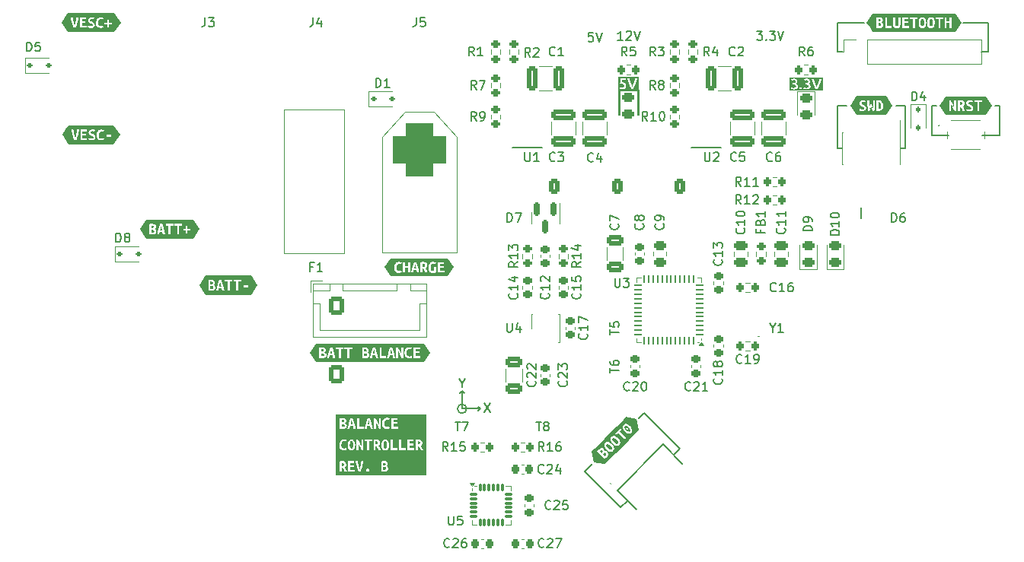
<source format=gbr>
G04 #@! TF.GenerationSoftware,KiCad,Pcbnew,8.0.1-rc2-202403101705~c0fd138706~ubuntu22.04.1*
G04 #@! TF.CreationDate,2024-03-11T22:08:16-04:00*
G04 #@! TF.ProjectId,Balance_Controller,42616c61-6e63-4655-9f43-6f6e74726f6c,rev?*
G04 #@! TF.SameCoordinates,Original*
G04 #@! TF.FileFunction,Legend,Top*
G04 #@! TF.FilePolarity,Positive*
%FSLAX46Y46*%
G04 Gerber Fmt 4.6, Leading zero omitted, Abs format (unit mm)*
G04 Created by KiCad (PCBNEW 8.0.1-rc2-202403101705~c0fd138706~ubuntu22.04.1) date 2024-03-11 22:08:16*
%MOMM*%
%LPD*%
G01*
G04 APERTURE LIST*
G04 Aperture macros list*
%AMRoundRect*
0 Rectangle with rounded corners*
0 $1 Rounding radius*
0 $2 $3 $4 $5 $6 $7 $8 $9 X,Y pos of 4 corners*
0 Add a 4 corners polygon primitive as box body*
4,1,4,$2,$3,$4,$5,$6,$7,$8,$9,$2,$3,0*
0 Add four circle primitives for the rounded corners*
1,1,$1+$1,$2,$3*
1,1,$1+$1,$4,$5*
1,1,$1+$1,$6,$7*
1,1,$1+$1,$8,$9*
0 Add four rect primitives between the rounded corners*
20,1,$1+$1,$2,$3,$4,$5,0*
20,1,$1+$1,$4,$5,$6,$7,0*
20,1,$1+$1,$6,$7,$8,$9,0*
20,1,$1+$1,$8,$9,$2,$3,0*%
%AMRotRect*
0 Rectangle, with rotation*
0 The origin of the aperture is its center*
0 $1 length*
0 $2 width*
0 $3 Rotation angle, in degrees counterclockwise*
0 Add horizontal line*
21,1,$1,$2,0,0,$3*%
G04 Aperture macros list end*
%ADD10C,0.150000*%
%ADD11C,0.050000*%
%ADD12C,0.200000*%
%ADD13C,0.300000*%
%ADD14C,0.120000*%
%ADD15C,0.152400*%
%ADD16C,0.100000*%
%ADD17C,0.000000*%
%ADD18RoundRect,0.200000X-0.275000X0.200000X-0.275000X-0.200000X0.275000X-0.200000X0.275000X0.200000X0*%
%ADD19RoundRect,0.250000X0.475000X-0.250000X0.475000X0.250000X-0.475000X0.250000X-0.475000X-0.250000X0*%
%ADD20RoundRect,0.225000X-0.225000X-0.250000X0.225000X-0.250000X0.225000X0.250000X-0.225000X0.250000X0*%
%ADD21RoundRect,0.250000X0.450000X-0.262500X0.450000X0.262500X-0.450000X0.262500X-0.450000X-0.262500X0*%
%ADD22RoundRect,0.250000X1.100000X-0.325000X1.100000X0.325000X-1.100000X0.325000X-1.100000X-0.325000X0*%
%ADD23RoundRect,0.250000X-0.600000X-0.725000X0.600000X-0.725000X0.600000X0.725000X-0.600000X0.725000X0*%
%ADD24O,1.700000X1.950000*%
%ADD25RoundRect,0.243750X-0.456250X0.243750X-0.456250X-0.243750X0.456250X-0.243750X0.456250X0.243750X0*%
%ADD26R,0.812800X0.254000*%
%ADD27R,1.092200X0.304800*%
%ADD28R,0.508000X0.254000*%
%ADD29R,0.711200X0.254000*%
%ADD30R,0.254000X0.711200*%
%ADD31R,0.274800X1.062200*%
%ADD32R,0.254000X0.406400*%
%ADD33C,5.400000*%
%ADD34R,2.300000X1.400000*%
%ADD35C,0.850000*%
%ADD36RotRect,1.000000X1.200000X45.000000*%
%ADD37C,5.600000*%
%ADD38R,0.350000X0.650000*%
%ADD39R,2.400000X1.550000*%
%ADD40C,2.400000*%
%ADD41RoundRect,0.225000X-0.250000X0.225000X-0.250000X-0.225000X0.250000X-0.225000X0.250000X0.225000X0*%
%ADD42RoundRect,0.250000X-0.325000X-1.100000X0.325000X-1.100000X0.325000X1.100000X-0.325000X1.100000X0*%
%ADD43RoundRect,0.200000X0.200000X0.275000X-0.200000X0.275000X-0.200000X-0.275000X0.200000X-0.275000X0*%
%ADD44RoundRect,0.112500X-0.112500X0.187500X-0.112500X-0.187500X0.112500X-0.187500X0.112500X0.187500X0*%
%ADD45RoundRect,0.200000X0.275000X-0.200000X0.275000X0.200000X-0.275000X0.200000X-0.275000X-0.200000X0*%
%ADD46R,1.400000X2.300000*%
%ADD47RoundRect,0.250000X-0.475000X0.250000X-0.475000X-0.250000X0.475000X-0.250000X0.475000X0.250000X0*%
%ADD48R,1.950000X1.100000*%
%ADD49RoundRect,0.112500X-0.187500X-0.112500X0.187500X-0.112500X0.187500X0.112500X-0.187500X0.112500X0*%
%ADD50RoundRect,0.070000X-0.345000X-0.070000X0.345000X-0.070000X0.345000X0.070000X-0.345000X0.070000X0*%
%ADD51RoundRect,0.070000X0.070000X-0.345000X0.070000X0.345000X-0.070000X0.345000X-0.070000X-0.345000X0*%
%ADD52R,0.400000X1.200000*%
%ADD53RoundRect,0.225000X0.250000X-0.225000X0.250000X0.225000X-0.250000X0.225000X-0.250000X-0.225000X0*%
%ADD54R,1.100000X1.950000*%
%ADD55RoundRect,0.243750X0.456250X-0.243750X0.456250X0.243750X-0.456250X0.243750X-0.456250X-0.243750X0*%
%ADD56RoundRect,1.500000X-1.500000X1.500000X-1.500000X-1.500000X1.500000X-1.500000X1.500000X1.500000X0*%
%ADD57C,6.000000*%
%ADD58R,1.200000X1.400000*%
%ADD59RoundRect,0.200000X-0.200000X-0.275000X0.200000X-0.275000X0.200000X0.275000X-0.200000X0.275000X0*%
%ADD60RoundRect,0.062500X0.375000X0.062500X-0.375000X0.062500X-0.375000X-0.062500X0.375000X-0.062500X0*%
%ADD61RoundRect,0.062500X0.062500X0.375000X-0.062500X0.375000X-0.062500X-0.375000X0.062500X-0.375000X0*%
%ADD62R,5.600000X5.600000*%
%ADD63R,0.740000X2.400000*%
%ADD64R,1.700000X1.700000*%
%ADD65O,1.700000X1.700000*%
%ADD66RoundRect,0.250000X-0.650000X0.325000X-0.650000X-0.325000X0.650000X-0.325000X0.650000X0.325000X0*%
%ADD67RoundRect,0.250000X0.650000X-0.325000X0.650000X0.325000X-0.650000X0.325000X-0.650000X-0.325000X0*%
%ADD68R,1.000000X0.700000*%
%ADD69RoundRect,0.150000X-0.150000X0.587500X-0.150000X-0.587500X0.150000X-0.587500X0.150000X0.587500X0*%
%ADD70RoundRect,0.250000X0.350000X0.625000X-0.350000X0.625000X-0.350000X-0.625000X0.350000X-0.625000X0*%
%ADD71O,1.200000X1.750000*%
G04 APERTURE END LIST*
D10*
X116476776Y-66711611D02*
X115900000Y-67288388D01*
X96250000Y-64250000D02*
X96500000Y-64500000D01*
X148500000Y-35775000D02*
X150400000Y-35775000D01*
X145500000Y-37250000D02*
X145500000Y-32500000D01*
X138000000Y-26500000D02*
X138000000Y-23250000D01*
X114600000Y-76500000D02*
X113900000Y-77200000D01*
X110700000Y-72400000D02*
X109900000Y-73200000D01*
D11*
X113600000Y-30760000D02*
X113790000Y-30760000D01*
X113790000Y-33540000D01*
X113600000Y-33540000D01*
X113600000Y-30760000D01*
G36*
X113600000Y-30760000D02*
G01*
X113790000Y-30760000D01*
X113790000Y-33540000D01*
X113600000Y-33540000D01*
X113600000Y-30760000D01*
G37*
D10*
X156000000Y-32500000D02*
X155500000Y-32500000D01*
X141000000Y-23250000D02*
X138000000Y-23250000D01*
X120476776Y-70711611D02*
X119800000Y-71400000D01*
X96250000Y-66250000D02*
X98250000Y-66250000D01*
X149000000Y-32500000D02*
X148500000Y-32500000D01*
X144992500Y-37250000D02*
X145507500Y-37250000D01*
X109900000Y-73200000D02*
X113900000Y-77200000D01*
X96000000Y-64500000D02*
X96250000Y-64250000D01*
X98250000Y-66250000D02*
X98000000Y-66000000D01*
X138000000Y-26500000D02*
X138630000Y-26500000D01*
X139000000Y-32500000D02*
X138000000Y-32500000D01*
X96250000Y-66250000D02*
X96250000Y-64250000D01*
X154100000Y-35775000D02*
X156000000Y-35775000D01*
X154750000Y-23250000D02*
X152000000Y-23250000D01*
X116476776Y-66711611D02*
X120476776Y-70711611D01*
X98250000Y-66250000D02*
X98000000Y-66500000D01*
X138000000Y-32500000D02*
X138000000Y-37250000D01*
X153990000Y-26500000D02*
X154750000Y-26500000D01*
X148500000Y-32500000D02*
X148500000Y-35775000D01*
X145500000Y-32500000D02*
X144500000Y-32500000D01*
X156000000Y-35775000D02*
X156000000Y-32500000D01*
D11*
X115720000Y-30760000D02*
X115910000Y-30760000D01*
X115910000Y-33540000D01*
X115720000Y-33540000D01*
X115720000Y-30760000D01*
G36*
X115720000Y-30760000D02*
G01*
X115910000Y-30760000D01*
X115910000Y-33540000D01*
X115720000Y-33540000D01*
X115720000Y-30760000D01*
G37*
D10*
X138000000Y-37250000D02*
X138515000Y-37250000D01*
X96750000Y-66250000D02*
G75*
G02*
X95750000Y-66250000I-500000J0D01*
G01*
X95750000Y-66250000D02*
G75*
G02*
X96750000Y-66250000I500000J0D01*
G01*
X154750000Y-26500000D02*
X154750000Y-23250000D01*
X110809523Y-24369819D02*
X110333333Y-24369819D01*
X110333333Y-24369819D02*
X110285714Y-24846009D01*
X110285714Y-24846009D02*
X110333333Y-24798390D01*
X110333333Y-24798390D02*
X110428571Y-24750771D01*
X110428571Y-24750771D02*
X110666666Y-24750771D01*
X110666666Y-24750771D02*
X110761904Y-24798390D01*
X110761904Y-24798390D02*
X110809523Y-24846009D01*
X110809523Y-24846009D02*
X110857142Y-24941247D01*
X110857142Y-24941247D02*
X110857142Y-25179342D01*
X110857142Y-25179342D02*
X110809523Y-25274580D01*
X110809523Y-25274580D02*
X110761904Y-25322200D01*
X110761904Y-25322200D02*
X110666666Y-25369819D01*
X110666666Y-25369819D02*
X110428571Y-25369819D01*
X110428571Y-25369819D02*
X110333333Y-25322200D01*
X110333333Y-25322200D02*
X110285714Y-25274580D01*
X111142857Y-24369819D02*
X111476190Y-25369819D01*
X111476190Y-25369819D02*
X111809523Y-24369819D01*
D12*
G36*
X115878497Y-30783090D02*
G01*
X113612361Y-30783090D01*
X113612361Y-30593484D01*
X113745694Y-30593484D01*
X113796399Y-30610776D01*
X113813838Y-30615411D01*
X113873189Y-30628655D01*
X113903295Y-30634221D01*
X113963461Y-30643309D01*
X113995862Y-30646980D01*
X114056371Y-30649757D01*
X114070401Y-30649650D01*
X114130756Y-30646502D01*
X114192489Y-30637892D01*
X114253915Y-30622207D01*
X114289470Y-30609043D01*
X114344026Y-30581910D01*
X114394013Y-30546003D01*
X114407554Y-30533556D01*
X114447810Y-30485519D01*
X114476958Y-30430525D01*
X114486121Y-30404944D01*
X114499472Y-30346689D01*
X114503922Y-30284565D01*
X114501017Y-30232484D01*
X114489861Y-30174672D01*
X114466271Y-30113684D01*
X114431293Y-30059652D01*
X114384927Y-30012577D01*
X114377362Y-30006433D01*
X114326597Y-29973103D01*
X114266621Y-29945831D01*
X114209604Y-29927734D01*
X114146190Y-29913843D01*
X114076379Y-29904160D01*
X114015925Y-29899443D01*
X114022666Y-29843170D01*
X114023736Y-29832650D01*
X114028528Y-29773121D01*
X114029507Y-29759413D01*
X114033510Y-29700727D01*
X114033837Y-29696287D01*
X114037907Y-29636833D01*
X114461717Y-29636833D01*
X114461717Y-29468013D01*
X114615590Y-29468013D01*
X114628328Y-29505127D01*
X114647667Y-29560802D01*
X114667284Y-29616482D01*
X114687179Y-29672167D01*
X114707353Y-29727858D01*
X114727804Y-29783553D01*
X114748534Y-29839254D01*
X114769542Y-29894960D01*
X114790829Y-29950671D01*
X114812393Y-30006388D01*
X114834236Y-30062109D01*
X114856353Y-30117559D01*
X114878629Y-30172571D01*
X114901065Y-30227146D01*
X114923661Y-30281282D01*
X114954037Y-30352782D01*
X114984697Y-30423505D01*
X115015641Y-30493448D01*
X115046869Y-30562613D01*
X115078381Y-30631000D01*
X115282666Y-30631000D01*
X115306316Y-30579783D01*
X115337569Y-30510812D01*
X115368502Y-30441063D01*
X115399114Y-30370536D01*
X115429405Y-30299230D01*
X115459376Y-30227146D01*
X115481644Y-30172571D01*
X115503732Y-30117559D01*
X115525639Y-30062109D01*
X115540166Y-30024961D01*
X115561756Y-29969243D01*
X115583103Y-29913530D01*
X115604208Y-29857822D01*
X115625071Y-29802120D01*
X115645692Y-29746422D01*
X115666071Y-29690730D01*
X115686207Y-29635043D01*
X115706102Y-29579361D01*
X115725754Y-29523684D01*
X115745164Y-29468013D01*
X115517139Y-29468013D01*
X115497447Y-29527089D01*
X115477352Y-29586788D01*
X115456854Y-29647110D01*
X115435953Y-29708055D01*
X115414795Y-29769109D01*
X115393528Y-29829761D01*
X115372150Y-29890009D01*
X115350663Y-29949855D01*
X115329304Y-30008785D01*
X115308018Y-30066579D01*
X115286806Y-30123237D01*
X115265667Y-30178759D01*
X115255166Y-30205962D01*
X115231907Y-30265158D01*
X115209158Y-30321573D01*
X115184480Y-30380993D01*
X115171798Y-30351691D01*
X115148753Y-30296675D01*
X115125430Y-30238738D01*
X115101828Y-30177880D01*
X115080726Y-30122028D01*
X115059623Y-30065260D01*
X115038521Y-30007576D01*
X115017418Y-29948976D01*
X114996316Y-29889515D01*
X114975213Y-29829541D01*
X114954110Y-29769054D01*
X114933008Y-29708055D01*
X114912015Y-29647110D01*
X114891242Y-29586788D01*
X114870689Y-29527089D01*
X114850356Y-29468013D01*
X114615590Y-29468013D01*
X114461717Y-29468013D01*
X113864103Y-29468013D01*
X113862363Y-29504640D01*
X113859053Y-29568694D01*
X113855407Y-29632691D01*
X113851424Y-29696633D01*
X113847104Y-29760518D01*
X113843058Y-29815809D01*
X113837556Y-29881722D01*
X113831213Y-29949150D01*
X113825106Y-30008150D01*
X113818381Y-30068264D01*
X113860988Y-30068636D01*
X113924278Y-30070779D01*
X113988296Y-30075468D01*
X114050510Y-30083505D01*
X114083712Y-30089646D01*
X114142267Y-30105143D01*
X114197348Y-30128641D01*
X114236462Y-30155156D01*
X114274138Y-30201914D01*
X114289165Y-30242113D01*
X114296120Y-30300392D01*
X114295791Y-30311826D01*
X114282638Y-30369855D01*
X114277015Y-30381797D01*
X114239554Y-30427594D01*
X114217124Y-30443475D01*
X114162764Y-30466868D01*
X114110886Y-30477420D01*
X114049630Y-30480937D01*
X114008974Y-30479997D01*
X113945804Y-30474014D01*
X113886671Y-30461300D01*
X113841142Y-30446943D01*
X113784676Y-30424663D01*
X113745694Y-30593484D01*
X113612361Y-30593484D01*
X113612361Y-29334680D01*
X115878497Y-29334680D01*
X115878497Y-30783090D01*
G37*
D10*
X98741541Y-65619819D02*
X99408207Y-66619819D01*
X99408207Y-65619819D02*
X98741541Y-66619819D01*
X96277255Y-63393628D02*
X96277255Y-63869819D01*
X95943922Y-62869819D02*
X96277255Y-63393628D01*
X96277255Y-63393628D02*
X96610588Y-62869819D01*
D13*
G36*
X136395652Y-30842257D02*
G01*
X132679965Y-30842257D01*
X132679965Y-30635984D01*
X132829965Y-30635984D01*
X132883894Y-30655035D01*
X132904445Y-30660524D01*
X132962442Y-30673500D01*
X132995456Y-30679242D01*
X133053593Y-30686982D01*
X133086495Y-30689985D01*
X133147383Y-30692257D01*
X133162019Y-30692151D01*
X133224708Y-30689036D01*
X133288273Y-30680519D01*
X133350788Y-30665000D01*
X133386686Y-30652121D01*
X133441634Y-30625605D01*
X133491765Y-30590555D01*
X133505307Y-30578474D01*
X133519635Y-30561832D01*
X133792770Y-30561832D01*
X133799155Y-30605213D01*
X133831458Y-30655914D01*
X133869101Y-30680758D01*
X133927885Y-30692257D01*
X133970471Y-30686259D01*
X134023140Y-30655914D01*
X134038269Y-30635984D01*
X134230942Y-30635984D01*
X134284871Y-30655035D01*
X134305422Y-30660524D01*
X134363419Y-30673500D01*
X134396433Y-30679242D01*
X134454570Y-30686982D01*
X134487472Y-30689985D01*
X134548360Y-30692257D01*
X134562996Y-30692151D01*
X134625685Y-30689036D01*
X134689250Y-30680519D01*
X134751765Y-30665000D01*
X134787663Y-30652121D01*
X134842611Y-30625605D01*
X134892742Y-30590555D01*
X134906284Y-30578474D01*
X134946539Y-30531719D01*
X134975687Y-30478008D01*
X134983455Y-30457318D01*
X134998201Y-30396570D01*
X135002651Y-30336444D01*
X135002123Y-30315378D01*
X134994202Y-30256568D01*
X134974252Y-30198946D01*
X134942568Y-30149452D01*
X134897756Y-30104196D01*
X134845533Y-30068776D01*
X134791626Y-30045112D01*
X134817296Y-30031641D01*
X134866553Y-29995243D01*
X134907104Y-29948978D01*
X134922343Y-29924660D01*
X134944546Y-29868013D01*
X134951947Y-29805949D01*
X134951924Y-29801692D01*
X134946231Y-29740443D01*
X134929085Y-29680506D01*
X134900362Y-29626870D01*
X134859916Y-29580855D01*
X134851017Y-29573056D01*
X134800029Y-29539165D01*
X134742679Y-29515202D01*
X134725291Y-29510513D01*
X135116078Y-29510513D01*
X135128816Y-29547627D01*
X135148155Y-29603302D01*
X135167772Y-29658982D01*
X135187667Y-29714667D01*
X135207841Y-29770358D01*
X135228292Y-29826053D01*
X135249022Y-29881754D01*
X135270030Y-29937460D01*
X135291317Y-29993171D01*
X135312881Y-30048888D01*
X135334724Y-30104609D01*
X135356841Y-30160059D01*
X135379117Y-30215071D01*
X135401553Y-30269646D01*
X135424149Y-30323782D01*
X135454525Y-30395282D01*
X135485185Y-30466005D01*
X135516129Y-30535948D01*
X135547357Y-30605113D01*
X135578869Y-30673500D01*
X135783154Y-30673500D01*
X135806804Y-30622283D01*
X135838057Y-30553312D01*
X135868990Y-30483563D01*
X135899602Y-30413036D01*
X135929893Y-30341730D01*
X135959864Y-30269646D01*
X135982132Y-30215071D01*
X136004219Y-30160059D01*
X136026127Y-30104609D01*
X136040654Y-30067461D01*
X136062244Y-30011743D01*
X136083591Y-29956030D01*
X136104696Y-29900322D01*
X136125559Y-29844620D01*
X136146180Y-29788922D01*
X136166559Y-29733230D01*
X136186695Y-29677543D01*
X136206590Y-29621861D01*
X136226242Y-29566184D01*
X136245652Y-29510513D01*
X136017627Y-29510513D01*
X135997935Y-29569589D01*
X135977840Y-29629288D01*
X135957342Y-29689610D01*
X135936441Y-29750555D01*
X135915283Y-29811609D01*
X135894016Y-29872261D01*
X135872638Y-29932509D01*
X135851151Y-29992355D01*
X135829792Y-30051285D01*
X135808506Y-30109079D01*
X135787294Y-30165737D01*
X135766155Y-30221259D01*
X135755654Y-30248462D01*
X135732395Y-30307658D01*
X135709646Y-30364073D01*
X135684968Y-30423493D01*
X135672286Y-30394191D01*
X135649241Y-30339175D01*
X135625918Y-30281238D01*
X135602316Y-30220380D01*
X135581214Y-30164528D01*
X135560111Y-30107760D01*
X135539009Y-30050076D01*
X135517906Y-29991476D01*
X135496804Y-29932015D01*
X135475701Y-29872041D01*
X135454598Y-29811554D01*
X135433496Y-29750555D01*
X135412503Y-29689610D01*
X135391730Y-29629288D01*
X135371177Y-29569589D01*
X135350844Y-29510513D01*
X135116078Y-29510513D01*
X134725291Y-29510513D01*
X134700649Y-29503868D01*
X134637974Y-29494526D01*
X134573859Y-29491755D01*
X134532054Y-29493254D01*
X134473914Y-29500841D01*
X134442166Y-29507578D01*
X134385401Y-29524288D01*
X134365214Y-29531579D01*
X134310369Y-29554770D01*
X134306195Y-29556779D01*
X134252924Y-29585544D01*
X134327076Y-29754365D01*
X134329946Y-29752101D01*
X134379378Y-29717901D01*
X134431709Y-29689299D01*
X134450619Y-29681024D01*
X134507904Y-29665316D01*
X134566824Y-29660576D01*
X134575636Y-29660708D01*
X134634235Y-29669075D01*
X134636243Y-29669598D01*
X134690802Y-29695747D01*
X134692332Y-29696911D01*
X134730663Y-29742934D01*
X134735053Y-29752105D01*
X134745903Y-29811518D01*
X134744639Y-29835569D01*
X134725680Y-29893876D01*
X134717674Y-29905413D01*
X134673217Y-29945167D01*
X134658861Y-29952955D01*
X134601409Y-29971839D01*
X134581681Y-29975173D01*
X134523154Y-29979459D01*
X134438744Y-29979459D01*
X134438744Y-30148280D01*
X134507913Y-30148280D01*
X134557056Y-30150019D01*
X134616943Y-30157366D01*
X134653941Y-30166035D01*
X134708095Y-30188726D01*
X134729030Y-30202369D01*
X134770523Y-30247345D01*
X134785325Y-30279873D01*
X134793384Y-30338203D01*
X134791303Y-30368662D01*
X134772512Y-30426454D01*
X134734180Y-30473025D01*
X134718284Y-30484840D01*
X134662528Y-30509209D01*
X134603772Y-30520286D01*
X134541619Y-30523437D01*
X134493790Y-30522191D01*
X134434545Y-30516411D01*
X134374263Y-30503506D01*
X134328198Y-30488916D01*
X134271388Y-30467163D01*
X134230942Y-30635984D01*
X134038269Y-30635984D01*
X134050388Y-30620018D01*
X134063000Y-30561832D01*
X134056422Y-30518305D01*
X134023140Y-30466870D01*
X133985433Y-30441425D01*
X133927885Y-30429647D01*
X133884258Y-30435791D01*
X133831458Y-30466870D01*
X133805011Y-30503367D01*
X133792770Y-30561832D01*
X133519635Y-30561832D01*
X133545562Y-30531719D01*
X133574710Y-30478008D01*
X133582478Y-30457318D01*
X133597224Y-30396570D01*
X133601674Y-30336444D01*
X133601146Y-30315378D01*
X133593225Y-30256568D01*
X133573275Y-30198946D01*
X133541591Y-30149452D01*
X133496779Y-30104196D01*
X133444556Y-30068776D01*
X133390649Y-30045112D01*
X133416319Y-30031641D01*
X133465576Y-29995243D01*
X133506127Y-29948978D01*
X133521366Y-29924660D01*
X133543569Y-29868013D01*
X133550970Y-29805949D01*
X133550947Y-29801692D01*
X133545254Y-29740443D01*
X133528108Y-29680506D01*
X133499386Y-29626870D01*
X133458939Y-29580855D01*
X133450040Y-29573056D01*
X133399052Y-29539165D01*
X133341702Y-29515202D01*
X133299672Y-29503868D01*
X133236997Y-29494526D01*
X133172882Y-29491755D01*
X133131078Y-29493254D01*
X133072938Y-29500841D01*
X133041189Y-29507578D01*
X132984424Y-29524288D01*
X132964237Y-29531579D01*
X132909393Y-29554770D01*
X132905218Y-29556779D01*
X132851947Y-29585544D01*
X132926099Y-29754365D01*
X132928969Y-29752101D01*
X132978401Y-29717901D01*
X133030732Y-29689299D01*
X133049642Y-29681024D01*
X133106927Y-29665316D01*
X133165847Y-29660576D01*
X133174659Y-29660708D01*
X133233259Y-29669075D01*
X133235266Y-29669598D01*
X133289825Y-29695747D01*
X133291355Y-29696911D01*
X133329686Y-29742934D01*
X133334076Y-29752105D01*
X133344926Y-29811518D01*
X133343662Y-29835569D01*
X133324703Y-29893876D01*
X133316697Y-29905413D01*
X133272240Y-29945167D01*
X133257884Y-29952955D01*
X133200432Y-29971839D01*
X133180704Y-29975173D01*
X133122177Y-29979459D01*
X133037767Y-29979459D01*
X133037767Y-30148280D01*
X133106936Y-30148280D01*
X133156079Y-30150019D01*
X133215966Y-30157366D01*
X133252964Y-30166035D01*
X133307118Y-30188726D01*
X133328053Y-30202369D01*
X133369546Y-30247345D01*
X133384348Y-30279873D01*
X133392407Y-30338203D01*
X133390326Y-30368662D01*
X133371535Y-30426454D01*
X133333203Y-30473025D01*
X133317307Y-30484840D01*
X133261551Y-30509209D01*
X133202795Y-30520286D01*
X133140642Y-30523437D01*
X133092813Y-30522191D01*
X133033569Y-30516411D01*
X132973286Y-30503506D01*
X132927221Y-30488916D01*
X132870411Y-30467163D01*
X132829965Y-30635984D01*
X132679965Y-30635984D01*
X132679965Y-29341755D01*
X136395652Y-29341755D01*
X136395652Y-30842257D01*
G37*
D10*
X129023810Y-24204819D02*
X129642857Y-24204819D01*
X129642857Y-24204819D02*
X129309524Y-24585771D01*
X129309524Y-24585771D02*
X129452381Y-24585771D01*
X129452381Y-24585771D02*
X129547619Y-24633390D01*
X129547619Y-24633390D02*
X129595238Y-24681009D01*
X129595238Y-24681009D02*
X129642857Y-24776247D01*
X129642857Y-24776247D02*
X129642857Y-25014342D01*
X129642857Y-25014342D02*
X129595238Y-25109580D01*
X129595238Y-25109580D02*
X129547619Y-25157200D01*
X129547619Y-25157200D02*
X129452381Y-25204819D01*
X129452381Y-25204819D02*
X129166667Y-25204819D01*
X129166667Y-25204819D02*
X129071429Y-25157200D01*
X129071429Y-25157200D02*
X129023810Y-25109580D01*
X130071429Y-25109580D02*
X130119048Y-25157200D01*
X130119048Y-25157200D02*
X130071429Y-25204819D01*
X130071429Y-25204819D02*
X130023810Y-25157200D01*
X130023810Y-25157200D02*
X130071429Y-25109580D01*
X130071429Y-25109580D02*
X130071429Y-25204819D01*
X130452381Y-24204819D02*
X131071428Y-24204819D01*
X131071428Y-24204819D02*
X130738095Y-24585771D01*
X130738095Y-24585771D02*
X130880952Y-24585771D01*
X130880952Y-24585771D02*
X130976190Y-24633390D01*
X130976190Y-24633390D02*
X131023809Y-24681009D01*
X131023809Y-24681009D02*
X131071428Y-24776247D01*
X131071428Y-24776247D02*
X131071428Y-25014342D01*
X131071428Y-25014342D02*
X131023809Y-25109580D01*
X131023809Y-25109580D02*
X130976190Y-25157200D01*
X130976190Y-25157200D02*
X130880952Y-25204819D01*
X130880952Y-25204819D02*
X130595238Y-25204819D01*
X130595238Y-25204819D02*
X130500000Y-25157200D01*
X130500000Y-25157200D02*
X130452381Y-25109580D01*
X131357143Y-24204819D02*
X131690476Y-25204819D01*
X131690476Y-25204819D02*
X132023809Y-24204819D01*
X114130952Y-25204819D02*
X113559524Y-25204819D01*
X113845238Y-25204819D02*
X113845238Y-24204819D01*
X113845238Y-24204819D02*
X113750000Y-24347676D01*
X113750000Y-24347676D02*
X113654762Y-24442914D01*
X113654762Y-24442914D02*
X113559524Y-24490533D01*
X114511905Y-24300057D02*
X114559524Y-24252438D01*
X114559524Y-24252438D02*
X114654762Y-24204819D01*
X114654762Y-24204819D02*
X114892857Y-24204819D01*
X114892857Y-24204819D02*
X114988095Y-24252438D01*
X114988095Y-24252438D02*
X115035714Y-24300057D01*
X115035714Y-24300057D02*
X115083333Y-24395295D01*
X115083333Y-24395295D02*
X115083333Y-24490533D01*
X115083333Y-24490533D02*
X115035714Y-24633390D01*
X115035714Y-24633390D02*
X114464286Y-25204819D01*
X114464286Y-25204819D02*
X115083333Y-25204819D01*
X115369048Y-24204819D02*
X115702381Y-25204819D01*
X115702381Y-25204819D02*
X116035714Y-24204819D01*
X97833333Y-30704819D02*
X97500000Y-30228628D01*
X97261905Y-30704819D02*
X97261905Y-29704819D01*
X97261905Y-29704819D02*
X97642857Y-29704819D01*
X97642857Y-29704819D02*
X97738095Y-29752438D01*
X97738095Y-29752438D02*
X97785714Y-29800057D01*
X97785714Y-29800057D02*
X97833333Y-29895295D01*
X97833333Y-29895295D02*
X97833333Y-30038152D01*
X97833333Y-30038152D02*
X97785714Y-30133390D01*
X97785714Y-30133390D02*
X97738095Y-30181009D01*
X97738095Y-30181009D02*
X97642857Y-30228628D01*
X97642857Y-30228628D02*
X97261905Y-30228628D01*
X98166667Y-29704819D02*
X98833333Y-29704819D01*
X98833333Y-29704819D02*
X98404762Y-30704819D01*
X127609580Y-46142857D02*
X127657200Y-46190476D01*
X127657200Y-46190476D02*
X127704819Y-46333333D01*
X127704819Y-46333333D02*
X127704819Y-46428571D01*
X127704819Y-46428571D02*
X127657200Y-46571428D01*
X127657200Y-46571428D02*
X127561961Y-46666666D01*
X127561961Y-46666666D02*
X127466723Y-46714285D01*
X127466723Y-46714285D02*
X127276247Y-46761904D01*
X127276247Y-46761904D02*
X127133390Y-46761904D01*
X127133390Y-46761904D02*
X126942914Y-46714285D01*
X126942914Y-46714285D02*
X126847676Y-46666666D01*
X126847676Y-46666666D02*
X126752438Y-46571428D01*
X126752438Y-46571428D02*
X126704819Y-46428571D01*
X126704819Y-46428571D02*
X126704819Y-46333333D01*
X126704819Y-46333333D02*
X126752438Y-46190476D01*
X126752438Y-46190476D02*
X126800057Y-46142857D01*
X127704819Y-45190476D02*
X127704819Y-45761904D01*
X127704819Y-45476190D02*
X126704819Y-45476190D01*
X126704819Y-45476190D02*
X126847676Y-45571428D01*
X126847676Y-45571428D02*
X126942914Y-45666666D01*
X126942914Y-45666666D02*
X126990533Y-45761904D01*
X126704819Y-44571428D02*
X126704819Y-44476190D01*
X126704819Y-44476190D02*
X126752438Y-44380952D01*
X126752438Y-44380952D02*
X126800057Y-44333333D01*
X126800057Y-44333333D02*
X126895295Y-44285714D01*
X126895295Y-44285714D02*
X127085771Y-44238095D01*
X127085771Y-44238095D02*
X127323866Y-44238095D01*
X127323866Y-44238095D02*
X127514342Y-44285714D01*
X127514342Y-44285714D02*
X127609580Y-44333333D01*
X127609580Y-44333333D02*
X127657200Y-44380952D01*
X127657200Y-44380952D02*
X127704819Y-44476190D01*
X127704819Y-44476190D02*
X127704819Y-44571428D01*
X127704819Y-44571428D02*
X127657200Y-44666666D01*
X127657200Y-44666666D02*
X127609580Y-44714285D01*
X127609580Y-44714285D02*
X127514342Y-44761904D01*
X127514342Y-44761904D02*
X127323866Y-44809523D01*
X127323866Y-44809523D02*
X127085771Y-44809523D01*
X127085771Y-44809523D02*
X126895295Y-44761904D01*
X126895295Y-44761904D02*
X126800057Y-44714285D01*
X126800057Y-44714285D02*
X126752438Y-44666666D01*
X126752438Y-44666666D02*
X126704819Y-44571428D01*
X105357142Y-81609580D02*
X105309523Y-81657200D01*
X105309523Y-81657200D02*
X105166666Y-81704819D01*
X105166666Y-81704819D02*
X105071428Y-81704819D01*
X105071428Y-81704819D02*
X104928571Y-81657200D01*
X104928571Y-81657200D02*
X104833333Y-81561961D01*
X104833333Y-81561961D02*
X104785714Y-81466723D01*
X104785714Y-81466723D02*
X104738095Y-81276247D01*
X104738095Y-81276247D02*
X104738095Y-81133390D01*
X104738095Y-81133390D02*
X104785714Y-80942914D01*
X104785714Y-80942914D02*
X104833333Y-80847676D01*
X104833333Y-80847676D02*
X104928571Y-80752438D01*
X104928571Y-80752438D02*
X105071428Y-80704819D01*
X105071428Y-80704819D02*
X105166666Y-80704819D01*
X105166666Y-80704819D02*
X105309523Y-80752438D01*
X105309523Y-80752438D02*
X105357142Y-80800057D01*
X105738095Y-80800057D02*
X105785714Y-80752438D01*
X105785714Y-80752438D02*
X105880952Y-80704819D01*
X105880952Y-80704819D02*
X106119047Y-80704819D01*
X106119047Y-80704819D02*
X106214285Y-80752438D01*
X106214285Y-80752438D02*
X106261904Y-80800057D01*
X106261904Y-80800057D02*
X106309523Y-80895295D01*
X106309523Y-80895295D02*
X106309523Y-80990533D01*
X106309523Y-80990533D02*
X106261904Y-81133390D01*
X106261904Y-81133390D02*
X105690476Y-81704819D01*
X105690476Y-81704819D02*
X106309523Y-81704819D01*
X106642857Y-80704819D02*
X107309523Y-80704819D01*
X107309523Y-80704819D02*
X106880952Y-81704819D01*
X118609580Y-45666666D02*
X118657200Y-45714285D01*
X118657200Y-45714285D02*
X118704819Y-45857142D01*
X118704819Y-45857142D02*
X118704819Y-45952380D01*
X118704819Y-45952380D02*
X118657200Y-46095237D01*
X118657200Y-46095237D02*
X118561961Y-46190475D01*
X118561961Y-46190475D02*
X118466723Y-46238094D01*
X118466723Y-46238094D02*
X118276247Y-46285713D01*
X118276247Y-46285713D02*
X118133390Y-46285713D01*
X118133390Y-46285713D02*
X117942914Y-46238094D01*
X117942914Y-46238094D02*
X117847676Y-46190475D01*
X117847676Y-46190475D02*
X117752438Y-46095237D01*
X117752438Y-46095237D02*
X117704819Y-45952380D01*
X117704819Y-45952380D02*
X117704819Y-45857142D01*
X117704819Y-45857142D02*
X117752438Y-45714285D01*
X117752438Y-45714285D02*
X117800057Y-45666666D01*
X118704819Y-45190475D02*
X118704819Y-44999999D01*
X118704819Y-44999999D02*
X118657200Y-44904761D01*
X118657200Y-44904761D02*
X118609580Y-44857142D01*
X118609580Y-44857142D02*
X118466723Y-44761904D01*
X118466723Y-44761904D02*
X118276247Y-44714285D01*
X118276247Y-44714285D02*
X117895295Y-44714285D01*
X117895295Y-44714285D02*
X117800057Y-44761904D01*
X117800057Y-44761904D02*
X117752438Y-44809523D01*
X117752438Y-44809523D02*
X117704819Y-44904761D01*
X117704819Y-44904761D02*
X117704819Y-45095237D01*
X117704819Y-45095237D02*
X117752438Y-45190475D01*
X117752438Y-45190475D02*
X117800057Y-45238094D01*
X117800057Y-45238094D02*
X117895295Y-45285713D01*
X117895295Y-45285713D02*
X118133390Y-45285713D01*
X118133390Y-45285713D02*
X118228628Y-45238094D01*
X118228628Y-45238094D02*
X118276247Y-45190475D01*
X118276247Y-45190475D02*
X118323866Y-45095237D01*
X118323866Y-45095237D02*
X118323866Y-44904761D01*
X118323866Y-44904761D02*
X118276247Y-44809523D01*
X118276247Y-44809523D02*
X118228628Y-44761904D01*
X118228628Y-44761904D02*
X118133390Y-44714285D01*
X110833333Y-38684580D02*
X110785714Y-38732200D01*
X110785714Y-38732200D02*
X110642857Y-38779819D01*
X110642857Y-38779819D02*
X110547619Y-38779819D01*
X110547619Y-38779819D02*
X110404762Y-38732200D01*
X110404762Y-38732200D02*
X110309524Y-38636961D01*
X110309524Y-38636961D02*
X110261905Y-38541723D01*
X110261905Y-38541723D02*
X110214286Y-38351247D01*
X110214286Y-38351247D02*
X110214286Y-38208390D01*
X110214286Y-38208390D02*
X110261905Y-38017914D01*
X110261905Y-38017914D02*
X110309524Y-37922676D01*
X110309524Y-37922676D02*
X110404762Y-37827438D01*
X110404762Y-37827438D02*
X110547619Y-37779819D01*
X110547619Y-37779819D02*
X110642857Y-37779819D01*
X110642857Y-37779819D02*
X110785714Y-37827438D01*
X110785714Y-37827438D02*
X110833333Y-37875057D01*
X111690476Y-38113152D02*
X111690476Y-38779819D01*
X111452381Y-37732200D02*
X111214286Y-38446485D01*
X111214286Y-38446485D02*
X111833333Y-38446485D01*
X103238095Y-37704819D02*
X103238095Y-38514342D01*
X103238095Y-38514342D02*
X103285714Y-38609580D01*
X103285714Y-38609580D02*
X103333333Y-38657200D01*
X103333333Y-38657200D02*
X103428571Y-38704819D01*
X103428571Y-38704819D02*
X103619047Y-38704819D01*
X103619047Y-38704819D02*
X103714285Y-38657200D01*
X103714285Y-38657200D02*
X103761904Y-38609580D01*
X103761904Y-38609580D02*
X103809523Y-38514342D01*
X103809523Y-38514342D02*
X103809523Y-37704819D01*
X104809523Y-38704819D02*
X104238095Y-38704819D01*
X104523809Y-38704819D02*
X104523809Y-37704819D01*
X104523809Y-37704819D02*
X104428571Y-37847676D01*
X104428571Y-37847676D02*
X104333333Y-37942914D01*
X104333333Y-37942914D02*
X104238095Y-37990533D01*
X91166666Y-22704819D02*
X91166666Y-23419104D01*
X91166666Y-23419104D02*
X91119047Y-23561961D01*
X91119047Y-23561961D02*
X91023809Y-23657200D01*
X91023809Y-23657200D02*
X90880952Y-23704819D01*
X90880952Y-23704819D02*
X90785714Y-23704819D01*
X92119047Y-22704819D02*
X91642857Y-22704819D01*
X91642857Y-22704819D02*
X91595238Y-23181009D01*
X91595238Y-23181009D02*
X91642857Y-23133390D01*
X91642857Y-23133390D02*
X91738095Y-23085771D01*
X91738095Y-23085771D02*
X91976190Y-23085771D01*
X91976190Y-23085771D02*
X92071428Y-23133390D01*
X92071428Y-23133390D02*
X92119047Y-23181009D01*
X92119047Y-23181009D02*
X92166666Y-23276247D01*
X92166666Y-23276247D02*
X92166666Y-23514342D01*
X92166666Y-23514342D02*
X92119047Y-23609580D01*
X92119047Y-23609580D02*
X92071428Y-23657200D01*
X92071428Y-23657200D02*
X91976190Y-23704819D01*
X91976190Y-23704819D02*
X91738095Y-23704819D01*
X91738095Y-23704819D02*
X91642857Y-23657200D01*
X91642857Y-23657200D02*
X91595238Y-23609580D01*
X126733333Y-38584580D02*
X126685714Y-38632200D01*
X126685714Y-38632200D02*
X126542857Y-38679819D01*
X126542857Y-38679819D02*
X126447619Y-38679819D01*
X126447619Y-38679819D02*
X126304762Y-38632200D01*
X126304762Y-38632200D02*
X126209524Y-38536961D01*
X126209524Y-38536961D02*
X126161905Y-38441723D01*
X126161905Y-38441723D02*
X126114286Y-38251247D01*
X126114286Y-38251247D02*
X126114286Y-38108390D01*
X126114286Y-38108390D02*
X126161905Y-37917914D01*
X126161905Y-37917914D02*
X126209524Y-37822676D01*
X126209524Y-37822676D02*
X126304762Y-37727438D01*
X126304762Y-37727438D02*
X126447619Y-37679819D01*
X126447619Y-37679819D02*
X126542857Y-37679819D01*
X126542857Y-37679819D02*
X126685714Y-37727438D01*
X126685714Y-37727438D02*
X126733333Y-37775057D01*
X127638095Y-37679819D02*
X127161905Y-37679819D01*
X127161905Y-37679819D02*
X127114286Y-38156009D01*
X127114286Y-38156009D02*
X127161905Y-38108390D01*
X127161905Y-38108390D02*
X127257143Y-38060771D01*
X127257143Y-38060771D02*
X127495238Y-38060771D01*
X127495238Y-38060771D02*
X127590476Y-38108390D01*
X127590476Y-38108390D02*
X127638095Y-38156009D01*
X127638095Y-38156009D02*
X127685714Y-38251247D01*
X127685714Y-38251247D02*
X127685714Y-38489342D01*
X127685714Y-38489342D02*
X127638095Y-38584580D01*
X127638095Y-38584580D02*
X127590476Y-38632200D01*
X127590476Y-38632200D02*
X127495238Y-38679819D01*
X127495238Y-38679819D02*
X127257143Y-38679819D01*
X127257143Y-38679819D02*
X127161905Y-38632200D01*
X127161905Y-38632200D02*
X127114286Y-38584580D01*
X101238095Y-56704819D02*
X101238095Y-57514342D01*
X101238095Y-57514342D02*
X101285714Y-57609580D01*
X101285714Y-57609580D02*
X101333333Y-57657200D01*
X101333333Y-57657200D02*
X101428571Y-57704819D01*
X101428571Y-57704819D02*
X101619047Y-57704819D01*
X101619047Y-57704819D02*
X101714285Y-57657200D01*
X101714285Y-57657200D02*
X101761904Y-57609580D01*
X101761904Y-57609580D02*
X101809523Y-57514342D01*
X101809523Y-57514342D02*
X101809523Y-56704819D01*
X102714285Y-57038152D02*
X102714285Y-57704819D01*
X102476190Y-56657200D02*
X102238095Y-57371485D01*
X102238095Y-57371485D02*
X102857142Y-57371485D01*
X79666666Y-50431009D02*
X79333333Y-50431009D01*
X79333333Y-50954819D02*
X79333333Y-49954819D01*
X79333333Y-49954819D02*
X79809523Y-49954819D01*
X80714285Y-50954819D02*
X80142857Y-50954819D01*
X80428571Y-50954819D02*
X80428571Y-49954819D01*
X80428571Y-49954819D02*
X80333333Y-50097676D01*
X80333333Y-50097676D02*
X80238095Y-50192914D01*
X80238095Y-50192914D02*
X80142857Y-50240533D01*
X117733333Y-30704819D02*
X117400000Y-30228628D01*
X117161905Y-30704819D02*
X117161905Y-29704819D01*
X117161905Y-29704819D02*
X117542857Y-29704819D01*
X117542857Y-29704819D02*
X117638095Y-29752438D01*
X117638095Y-29752438D02*
X117685714Y-29800057D01*
X117685714Y-29800057D02*
X117733333Y-29895295D01*
X117733333Y-29895295D02*
X117733333Y-30038152D01*
X117733333Y-30038152D02*
X117685714Y-30133390D01*
X117685714Y-30133390D02*
X117638095Y-30181009D01*
X117638095Y-30181009D02*
X117542857Y-30228628D01*
X117542857Y-30228628D02*
X117161905Y-30228628D01*
X118304762Y-30133390D02*
X118209524Y-30085771D01*
X118209524Y-30085771D02*
X118161905Y-30038152D01*
X118161905Y-30038152D02*
X118114286Y-29942914D01*
X118114286Y-29942914D02*
X118114286Y-29895295D01*
X118114286Y-29895295D02*
X118161905Y-29800057D01*
X118161905Y-29800057D02*
X118209524Y-29752438D01*
X118209524Y-29752438D02*
X118304762Y-29704819D01*
X118304762Y-29704819D02*
X118495238Y-29704819D01*
X118495238Y-29704819D02*
X118590476Y-29752438D01*
X118590476Y-29752438D02*
X118638095Y-29800057D01*
X118638095Y-29800057D02*
X118685714Y-29895295D01*
X118685714Y-29895295D02*
X118685714Y-29942914D01*
X118685714Y-29942914D02*
X118638095Y-30038152D01*
X118638095Y-30038152D02*
X118590476Y-30085771D01*
X118590476Y-30085771D02*
X118495238Y-30133390D01*
X118495238Y-30133390D02*
X118304762Y-30133390D01*
X118304762Y-30133390D02*
X118209524Y-30181009D01*
X118209524Y-30181009D02*
X118161905Y-30228628D01*
X118161905Y-30228628D02*
X118114286Y-30323866D01*
X118114286Y-30323866D02*
X118114286Y-30514342D01*
X118114286Y-30514342D02*
X118161905Y-30609580D01*
X118161905Y-30609580D02*
X118209524Y-30657200D01*
X118209524Y-30657200D02*
X118304762Y-30704819D01*
X118304762Y-30704819D02*
X118495238Y-30704819D01*
X118495238Y-30704819D02*
X118590476Y-30657200D01*
X118590476Y-30657200D02*
X118638095Y-30609580D01*
X118638095Y-30609580D02*
X118685714Y-30514342D01*
X118685714Y-30514342D02*
X118685714Y-30323866D01*
X118685714Y-30323866D02*
X118638095Y-30228628D01*
X118638095Y-30228628D02*
X118590476Y-30181009D01*
X118590476Y-30181009D02*
X118495238Y-30133390D01*
X105859580Y-53392857D02*
X105907200Y-53440476D01*
X105907200Y-53440476D02*
X105954819Y-53583333D01*
X105954819Y-53583333D02*
X105954819Y-53678571D01*
X105954819Y-53678571D02*
X105907200Y-53821428D01*
X105907200Y-53821428D02*
X105811961Y-53916666D01*
X105811961Y-53916666D02*
X105716723Y-53964285D01*
X105716723Y-53964285D02*
X105526247Y-54011904D01*
X105526247Y-54011904D02*
X105383390Y-54011904D01*
X105383390Y-54011904D02*
X105192914Y-53964285D01*
X105192914Y-53964285D02*
X105097676Y-53916666D01*
X105097676Y-53916666D02*
X105002438Y-53821428D01*
X105002438Y-53821428D02*
X104954819Y-53678571D01*
X104954819Y-53678571D02*
X104954819Y-53583333D01*
X104954819Y-53583333D02*
X105002438Y-53440476D01*
X105002438Y-53440476D02*
X105050057Y-53392857D01*
X105954819Y-52440476D02*
X105954819Y-53011904D01*
X105954819Y-52726190D02*
X104954819Y-52726190D01*
X104954819Y-52726190D02*
X105097676Y-52821428D01*
X105097676Y-52821428D02*
X105192914Y-52916666D01*
X105192914Y-52916666D02*
X105240533Y-53011904D01*
X105050057Y-52059523D02*
X105002438Y-52011904D01*
X105002438Y-52011904D02*
X104954819Y-51916666D01*
X104954819Y-51916666D02*
X104954819Y-51678571D01*
X104954819Y-51678571D02*
X105002438Y-51583333D01*
X105002438Y-51583333D02*
X105050057Y-51535714D01*
X105050057Y-51535714D02*
X105145295Y-51488095D01*
X105145295Y-51488095D02*
X105240533Y-51488095D01*
X105240533Y-51488095D02*
X105383390Y-51535714D01*
X105383390Y-51535714D02*
X105954819Y-52107142D01*
X105954819Y-52107142D02*
X105954819Y-51488095D01*
X109359580Y-53392857D02*
X109407200Y-53440476D01*
X109407200Y-53440476D02*
X109454819Y-53583333D01*
X109454819Y-53583333D02*
X109454819Y-53678571D01*
X109454819Y-53678571D02*
X109407200Y-53821428D01*
X109407200Y-53821428D02*
X109311961Y-53916666D01*
X109311961Y-53916666D02*
X109216723Y-53964285D01*
X109216723Y-53964285D02*
X109026247Y-54011904D01*
X109026247Y-54011904D02*
X108883390Y-54011904D01*
X108883390Y-54011904D02*
X108692914Y-53964285D01*
X108692914Y-53964285D02*
X108597676Y-53916666D01*
X108597676Y-53916666D02*
X108502438Y-53821428D01*
X108502438Y-53821428D02*
X108454819Y-53678571D01*
X108454819Y-53678571D02*
X108454819Y-53583333D01*
X108454819Y-53583333D02*
X108502438Y-53440476D01*
X108502438Y-53440476D02*
X108550057Y-53392857D01*
X109454819Y-52440476D02*
X109454819Y-53011904D01*
X109454819Y-52726190D02*
X108454819Y-52726190D01*
X108454819Y-52726190D02*
X108597676Y-52821428D01*
X108597676Y-52821428D02*
X108692914Y-52916666D01*
X108692914Y-52916666D02*
X108740533Y-53011904D01*
X108454819Y-51535714D02*
X108454819Y-52011904D01*
X108454819Y-52011904D02*
X108931009Y-52059523D01*
X108931009Y-52059523D02*
X108883390Y-52011904D01*
X108883390Y-52011904D02*
X108835771Y-51916666D01*
X108835771Y-51916666D02*
X108835771Y-51678571D01*
X108835771Y-51678571D02*
X108883390Y-51583333D01*
X108883390Y-51583333D02*
X108931009Y-51535714D01*
X108931009Y-51535714D02*
X109026247Y-51488095D01*
X109026247Y-51488095D02*
X109264342Y-51488095D01*
X109264342Y-51488095D02*
X109359580Y-51535714D01*
X109359580Y-51535714D02*
X109407200Y-51583333D01*
X109407200Y-51583333D02*
X109454819Y-51678571D01*
X109454819Y-51678571D02*
X109454819Y-51916666D01*
X109454819Y-51916666D02*
X109407200Y-52011904D01*
X109407200Y-52011904D02*
X109359580Y-52059523D01*
X103833333Y-27054819D02*
X103500000Y-26578628D01*
X103261905Y-27054819D02*
X103261905Y-26054819D01*
X103261905Y-26054819D02*
X103642857Y-26054819D01*
X103642857Y-26054819D02*
X103738095Y-26102438D01*
X103738095Y-26102438D02*
X103785714Y-26150057D01*
X103785714Y-26150057D02*
X103833333Y-26245295D01*
X103833333Y-26245295D02*
X103833333Y-26388152D01*
X103833333Y-26388152D02*
X103785714Y-26483390D01*
X103785714Y-26483390D02*
X103738095Y-26531009D01*
X103738095Y-26531009D02*
X103642857Y-26578628D01*
X103642857Y-26578628D02*
X103261905Y-26578628D01*
X104214286Y-26150057D02*
X104261905Y-26102438D01*
X104261905Y-26102438D02*
X104357143Y-26054819D01*
X104357143Y-26054819D02*
X104595238Y-26054819D01*
X104595238Y-26054819D02*
X104690476Y-26102438D01*
X104690476Y-26102438D02*
X104738095Y-26150057D01*
X104738095Y-26150057D02*
X104785714Y-26245295D01*
X104785714Y-26245295D02*
X104785714Y-26340533D01*
X104785714Y-26340533D02*
X104738095Y-26483390D01*
X104738095Y-26483390D02*
X104166667Y-27054819D01*
X104166667Y-27054819D02*
X104785714Y-27054819D01*
X106583333Y-26859580D02*
X106535714Y-26907200D01*
X106535714Y-26907200D02*
X106392857Y-26954819D01*
X106392857Y-26954819D02*
X106297619Y-26954819D01*
X106297619Y-26954819D02*
X106154762Y-26907200D01*
X106154762Y-26907200D02*
X106059524Y-26811961D01*
X106059524Y-26811961D02*
X106011905Y-26716723D01*
X106011905Y-26716723D02*
X105964286Y-26526247D01*
X105964286Y-26526247D02*
X105964286Y-26383390D01*
X105964286Y-26383390D02*
X106011905Y-26192914D01*
X106011905Y-26192914D02*
X106059524Y-26097676D01*
X106059524Y-26097676D02*
X106154762Y-26002438D01*
X106154762Y-26002438D02*
X106297619Y-25954819D01*
X106297619Y-25954819D02*
X106392857Y-25954819D01*
X106392857Y-25954819D02*
X106535714Y-26002438D01*
X106535714Y-26002438D02*
X106583333Y-26050057D01*
X107535714Y-26954819D02*
X106964286Y-26954819D01*
X107250000Y-26954819D02*
X107250000Y-25954819D01*
X107250000Y-25954819D02*
X107154762Y-26097676D01*
X107154762Y-26097676D02*
X107059524Y-26192914D01*
X107059524Y-26192914D02*
X106964286Y-26240533D01*
X114583333Y-26954819D02*
X114250000Y-26478628D01*
X114011905Y-26954819D02*
X114011905Y-25954819D01*
X114011905Y-25954819D02*
X114392857Y-25954819D01*
X114392857Y-25954819D02*
X114488095Y-26002438D01*
X114488095Y-26002438D02*
X114535714Y-26050057D01*
X114535714Y-26050057D02*
X114583333Y-26145295D01*
X114583333Y-26145295D02*
X114583333Y-26288152D01*
X114583333Y-26288152D02*
X114535714Y-26383390D01*
X114535714Y-26383390D02*
X114488095Y-26431009D01*
X114488095Y-26431009D02*
X114392857Y-26478628D01*
X114392857Y-26478628D02*
X114011905Y-26478628D01*
X115488095Y-25954819D02*
X115011905Y-25954819D01*
X115011905Y-25954819D02*
X114964286Y-26431009D01*
X114964286Y-26431009D02*
X115011905Y-26383390D01*
X115011905Y-26383390D02*
X115107143Y-26335771D01*
X115107143Y-26335771D02*
X115345238Y-26335771D01*
X115345238Y-26335771D02*
X115440476Y-26383390D01*
X115440476Y-26383390D02*
X115488095Y-26431009D01*
X115488095Y-26431009D02*
X115535714Y-26526247D01*
X115535714Y-26526247D02*
X115535714Y-26764342D01*
X115535714Y-26764342D02*
X115488095Y-26859580D01*
X115488095Y-26859580D02*
X115440476Y-26907200D01*
X115440476Y-26907200D02*
X115345238Y-26954819D01*
X115345238Y-26954819D02*
X115107143Y-26954819D01*
X115107143Y-26954819D02*
X115011905Y-26907200D01*
X115011905Y-26907200D02*
X114964286Y-26859580D01*
X146261905Y-31954819D02*
X146261905Y-30954819D01*
X146261905Y-30954819D02*
X146500000Y-30954819D01*
X146500000Y-30954819D02*
X146642857Y-31002438D01*
X146642857Y-31002438D02*
X146738095Y-31097676D01*
X146738095Y-31097676D02*
X146785714Y-31192914D01*
X146785714Y-31192914D02*
X146833333Y-31383390D01*
X146833333Y-31383390D02*
X146833333Y-31526247D01*
X146833333Y-31526247D02*
X146785714Y-31716723D01*
X146785714Y-31716723D02*
X146738095Y-31811961D01*
X146738095Y-31811961D02*
X146642857Y-31907200D01*
X146642857Y-31907200D02*
X146500000Y-31954819D01*
X146500000Y-31954819D02*
X146261905Y-31954819D01*
X147690476Y-31288152D02*
X147690476Y-31954819D01*
X147452381Y-30907200D02*
X147214286Y-31621485D01*
X147214286Y-31621485D02*
X147833333Y-31621485D01*
X134333333Y-26954819D02*
X134000000Y-26478628D01*
X133761905Y-26954819D02*
X133761905Y-25954819D01*
X133761905Y-25954819D02*
X134142857Y-25954819D01*
X134142857Y-25954819D02*
X134238095Y-26002438D01*
X134238095Y-26002438D02*
X134285714Y-26050057D01*
X134285714Y-26050057D02*
X134333333Y-26145295D01*
X134333333Y-26145295D02*
X134333333Y-26288152D01*
X134333333Y-26288152D02*
X134285714Y-26383390D01*
X134285714Y-26383390D02*
X134238095Y-26431009D01*
X134238095Y-26431009D02*
X134142857Y-26478628D01*
X134142857Y-26478628D02*
X133761905Y-26478628D01*
X135190476Y-25954819D02*
X135000000Y-25954819D01*
X135000000Y-25954819D02*
X134904762Y-26002438D01*
X134904762Y-26002438D02*
X134857143Y-26050057D01*
X134857143Y-26050057D02*
X134761905Y-26192914D01*
X134761905Y-26192914D02*
X134714286Y-26383390D01*
X134714286Y-26383390D02*
X134714286Y-26764342D01*
X134714286Y-26764342D02*
X134761905Y-26859580D01*
X134761905Y-26859580D02*
X134809524Y-26907200D01*
X134809524Y-26907200D02*
X134904762Y-26954819D01*
X134904762Y-26954819D02*
X135095238Y-26954819D01*
X135095238Y-26954819D02*
X135190476Y-26907200D01*
X135190476Y-26907200D02*
X135238095Y-26859580D01*
X135238095Y-26859580D02*
X135285714Y-26764342D01*
X135285714Y-26764342D02*
X135285714Y-26526247D01*
X135285714Y-26526247D02*
X135238095Y-26431009D01*
X135238095Y-26431009D02*
X135190476Y-26383390D01*
X135190476Y-26383390D02*
X135095238Y-26335771D01*
X135095238Y-26335771D02*
X134904762Y-26335771D01*
X134904762Y-26335771D02*
X134809524Y-26383390D01*
X134809524Y-26383390D02*
X134761905Y-26431009D01*
X134761905Y-26431009D02*
X134714286Y-26526247D01*
X117733333Y-26954819D02*
X117400000Y-26478628D01*
X117161905Y-26954819D02*
X117161905Y-25954819D01*
X117161905Y-25954819D02*
X117542857Y-25954819D01*
X117542857Y-25954819D02*
X117638095Y-26002438D01*
X117638095Y-26002438D02*
X117685714Y-26050057D01*
X117685714Y-26050057D02*
X117733333Y-26145295D01*
X117733333Y-26145295D02*
X117733333Y-26288152D01*
X117733333Y-26288152D02*
X117685714Y-26383390D01*
X117685714Y-26383390D02*
X117638095Y-26431009D01*
X117638095Y-26431009D02*
X117542857Y-26478628D01*
X117542857Y-26478628D02*
X117161905Y-26478628D01*
X118066667Y-25954819D02*
X118685714Y-25954819D01*
X118685714Y-25954819D02*
X118352381Y-26335771D01*
X118352381Y-26335771D02*
X118495238Y-26335771D01*
X118495238Y-26335771D02*
X118590476Y-26383390D01*
X118590476Y-26383390D02*
X118638095Y-26431009D01*
X118638095Y-26431009D02*
X118685714Y-26526247D01*
X118685714Y-26526247D02*
X118685714Y-26764342D01*
X118685714Y-26764342D02*
X118638095Y-26859580D01*
X118638095Y-26859580D02*
X118590476Y-26907200D01*
X118590476Y-26907200D02*
X118495238Y-26954819D01*
X118495238Y-26954819D02*
X118209524Y-26954819D01*
X118209524Y-26954819D02*
X118114286Y-26907200D01*
X118114286Y-26907200D02*
X118066667Y-26859580D01*
X94857142Y-81609580D02*
X94809523Y-81657200D01*
X94809523Y-81657200D02*
X94666666Y-81704819D01*
X94666666Y-81704819D02*
X94571428Y-81704819D01*
X94571428Y-81704819D02*
X94428571Y-81657200D01*
X94428571Y-81657200D02*
X94333333Y-81561961D01*
X94333333Y-81561961D02*
X94285714Y-81466723D01*
X94285714Y-81466723D02*
X94238095Y-81276247D01*
X94238095Y-81276247D02*
X94238095Y-81133390D01*
X94238095Y-81133390D02*
X94285714Y-80942914D01*
X94285714Y-80942914D02*
X94333333Y-80847676D01*
X94333333Y-80847676D02*
X94428571Y-80752438D01*
X94428571Y-80752438D02*
X94571428Y-80704819D01*
X94571428Y-80704819D02*
X94666666Y-80704819D01*
X94666666Y-80704819D02*
X94809523Y-80752438D01*
X94809523Y-80752438D02*
X94857142Y-80800057D01*
X95238095Y-80800057D02*
X95285714Y-80752438D01*
X95285714Y-80752438D02*
X95380952Y-80704819D01*
X95380952Y-80704819D02*
X95619047Y-80704819D01*
X95619047Y-80704819D02*
X95714285Y-80752438D01*
X95714285Y-80752438D02*
X95761904Y-80800057D01*
X95761904Y-80800057D02*
X95809523Y-80895295D01*
X95809523Y-80895295D02*
X95809523Y-80990533D01*
X95809523Y-80990533D02*
X95761904Y-81133390D01*
X95761904Y-81133390D02*
X95190476Y-81704819D01*
X95190476Y-81704819D02*
X95809523Y-81704819D01*
X96666666Y-80704819D02*
X96476190Y-80704819D01*
X96476190Y-80704819D02*
X96380952Y-80752438D01*
X96380952Y-80752438D02*
X96333333Y-80800057D01*
X96333333Y-80800057D02*
X96238095Y-80942914D01*
X96238095Y-80942914D02*
X96190476Y-81133390D01*
X96190476Y-81133390D02*
X96190476Y-81514342D01*
X96190476Y-81514342D02*
X96238095Y-81609580D01*
X96238095Y-81609580D02*
X96285714Y-81657200D01*
X96285714Y-81657200D02*
X96380952Y-81704819D01*
X96380952Y-81704819D02*
X96571428Y-81704819D01*
X96571428Y-81704819D02*
X96666666Y-81657200D01*
X96666666Y-81657200D02*
X96714285Y-81609580D01*
X96714285Y-81609580D02*
X96761904Y-81514342D01*
X96761904Y-81514342D02*
X96761904Y-81276247D01*
X96761904Y-81276247D02*
X96714285Y-81181009D01*
X96714285Y-81181009D02*
X96666666Y-81133390D01*
X96666666Y-81133390D02*
X96571428Y-81085771D01*
X96571428Y-81085771D02*
X96380952Y-81085771D01*
X96380952Y-81085771D02*
X96285714Y-81133390D01*
X96285714Y-81133390D02*
X96238095Y-81181009D01*
X96238095Y-81181009D02*
X96190476Y-81276247D01*
X102454819Y-49892857D02*
X101978628Y-50226190D01*
X102454819Y-50464285D02*
X101454819Y-50464285D01*
X101454819Y-50464285D02*
X101454819Y-50083333D01*
X101454819Y-50083333D02*
X101502438Y-49988095D01*
X101502438Y-49988095D02*
X101550057Y-49940476D01*
X101550057Y-49940476D02*
X101645295Y-49892857D01*
X101645295Y-49892857D02*
X101788152Y-49892857D01*
X101788152Y-49892857D02*
X101883390Y-49940476D01*
X101883390Y-49940476D02*
X101931009Y-49988095D01*
X101931009Y-49988095D02*
X101978628Y-50083333D01*
X101978628Y-50083333D02*
X101978628Y-50464285D01*
X102454819Y-48940476D02*
X102454819Y-49511904D01*
X102454819Y-49226190D02*
X101454819Y-49226190D01*
X101454819Y-49226190D02*
X101597676Y-49321428D01*
X101597676Y-49321428D02*
X101692914Y-49416666D01*
X101692914Y-49416666D02*
X101740533Y-49511904D01*
X101454819Y-48607142D02*
X101454819Y-47988095D01*
X101454819Y-47988095D02*
X101835771Y-48321428D01*
X101835771Y-48321428D02*
X101835771Y-48178571D01*
X101835771Y-48178571D02*
X101883390Y-48083333D01*
X101883390Y-48083333D02*
X101931009Y-48035714D01*
X101931009Y-48035714D02*
X102026247Y-47988095D01*
X102026247Y-47988095D02*
X102264342Y-47988095D01*
X102264342Y-47988095D02*
X102359580Y-48035714D01*
X102359580Y-48035714D02*
X102407200Y-48083333D01*
X102407200Y-48083333D02*
X102454819Y-48178571D01*
X102454819Y-48178571D02*
X102454819Y-48464285D01*
X102454819Y-48464285D02*
X102407200Y-48559523D01*
X102407200Y-48559523D02*
X102359580Y-48607142D01*
X132109580Y-46142857D02*
X132157200Y-46190476D01*
X132157200Y-46190476D02*
X132204819Y-46333333D01*
X132204819Y-46333333D02*
X132204819Y-46428571D01*
X132204819Y-46428571D02*
X132157200Y-46571428D01*
X132157200Y-46571428D02*
X132061961Y-46666666D01*
X132061961Y-46666666D02*
X131966723Y-46714285D01*
X131966723Y-46714285D02*
X131776247Y-46761904D01*
X131776247Y-46761904D02*
X131633390Y-46761904D01*
X131633390Y-46761904D02*
X131442914Y-46714285D01*
X131442914Y-46714285D02*
X131347676Y-46666666D01*
X131347676Y-46666666D02*
X131252438Y-46571428D01*
X131252438Y-46571428D02*
X131204819Y-46428571D01*
X131204819Y-46428571D02*
X131204819Y-46333333D01*
X131204819Y-46333333D02*
X131252438Y-46190476D01*
X131252438Y-46190476D02*
X131300057Y-46142857D01*
X132204819Y-45190476D02*
X132204819Y-45761904D01*
X132204819Y-45476190D02*
X131204819Y-45476190D01*
X131204819Y-45476190D02*
X131347676Y-45571428D01*
X131347676Y-45571428D02*
X131442914Y-45666666D01*
X131442914Y-45666666D02*
X131490533Y-45761904D01*
X132204819Y-44238095D02*
X132204819Y-44809523D01*
X132204819Y-44523809D02*
X131204819Y-44523809D01*
X131204819Y-44523809D02*
X131347676Y-44619047D01*
X131347676Y-44619047D02*
X131442914Y-44714285D01*
X131442914Y-44714285D02*
X131490533Y-44809523D01*
X123238095Y-37704819D02*
X123238095Y-38514342D01*
X123238095Y-38514342D02*
X123285714Y-38609580D01*
X123285714Y-38609580D02*
X123333333Y-38657200D01*
X123333333Y-38657200D02*
X123428571Y-38704819D01*
X123428571Y-38704819D02*
X123619047Y-38704819D01*
X123619047Y-38704819D02*
X123714285Y-38657200D01*
X123714285Y-38657200D02*
X123761904Y-38609580D01*
X123761904Y-38609580D02*
X123809523Y-38514342D01*
X123809523Y-38514342D02*
X123809523Y-37704819D01*
X124238095Y-37800057D02*
X124285714Y-37752438D01*
X124285714Y-37752438D02*
X124380952Y-37704819D01*
X124380952Y-37704819D02*
X124619047Y-37704819D01*
X124619047Y-37704819D02*
X124714285Y-37752438D01*
X124714285Y-37752438D02*
X124761904Y-37800057D01*
X124761904Y-37800057D02*
X124809523Y-37895295D01*
X124809523Y-37895295D02*
X124809523Y-37990533D01*
X124809523Y-37990533D02*
X124761904Y-38133390D01*
X124761904Y-38133390D02*
X124190476Y-38704819D01*
X124190476Y-38704819D02*
X124809523Y-38704819D01*
X104488095Y-67704819D02*
X105059523Y-67704819D01*
X104773809Y-68704819D02*
X104773809Y-67704819D01*
X105535714Y-68133390D02*
X105440476Y-68085771D01*
X105440476Y-68085771D02*
X105392857Y-68038152D01*
X105392857Y-68038152D02*
X105345238Y-67942914D01*
X105345238Y-67942914D02*
X105345238Y-67895295D01*
X105345238Y-67895295D02*
X105392857Y-67800057D01*
X105392857Y-67800057D02*
X105440476Y-67752438D01*
X105440476Y-67752438D02*
X105535714Y-67704819D01*
X105535714Y-67704819D02*
X105726190Y-67704819D01*
X105726190Y-67704819D02*
X105821428Y-67752438D01*
X105821428Y-67752438D02*
X105869047Y-67800057D01*
X105869047Y-67800057D02*
X105916666Y-67895295D01*
X105916666Y-67895295D02*
X105916666Y-67942914D01*
X105916666Y-67942914D02*
X105869047Y-68038152D01*
X105869047Y-68038152D02*
X105821428Y-68085771D01*
X105821428Y-68085771D02*
X105726190Y-68133390D01*
X105726190Y-68133390D02*
X105535714Y-68133390D01*
X105535714Y-68133390D02*
X105440476Y-68181009D01*
X105440476Y-68181009D02*
X105392857Y-68228628D01*
X105392857Y-68228628D02*
X105345238Y-68323866D01*
X105345238Y-68323866D02*
X105345238Y-68514342D01*
X105345238Y-68514342D02*
X105392857Y-68609580D01*
X105392857Y-68609580D02*
X105440476Y-68657200D01*
X105440476Y-68657200D02*
X105535714Y-68704819D01*
X105535714Y-68704819D02*
X105726190Y-68704819D01*
X105726190Y-68704819D02*
X105821428Y-68657200D01*
X105821428Y-68657200D02*
X105869047Y-68609580D01*
X105869047Y-68609580D02*
X105916666Y-68514342D01*
X105916666Y-68514342D02*
X105916666Y-68323866D01*
X105916666Y-68323866D02*
X105869047Y-68228628D01*
X105869047Y-68228628D02*
X105821428Y-68181009D01*
X105821428Y-68181009D02*
X105726190Y-68133390D01*
X86661905Y-30454819D02*
X86661905Y-29454819D01*
X86661905Y-29454819D02*
X86900000Y-29454819D01*
X86900000Y-29454819D02*
X87042857Y-29502438D01*
X87042857Y-29502438D02*
X87138095Y-29597676D01*
X87138095Y-29597676D02*
X87185714Y-29692914D01*
X87185714Y-29692914D02*
X87233333Y-29883390D01*
X87233333Y-29883390D02*
X87233333Y-30026247D01*
X87233333Y-30026247D02*
X87185714Y-30216723D01*
X87185714Y-30216723D02*
X87138095Y-30311961D01*
X87138095Y-30311961D02*
X87042857Y-30407200D01*
X87042857Y-30407200D02*
X86900000Y-30454819D01*
X86900000Y-30454819D02*
X86661905Y-30454819D01*
X88185714Y-30454819D02*
X87614286Y-30454819D01*
X87900000Y-30454819D02*
X87900000Y-29454819D01*
X87900000Y-29454819D02*
X87804762Y-29597676D01*
X87804762Y-29597676D02*
X87709524Y-29692914D01*
X87709524Y-29692914D02*
X87614286Y-29740533D01*
X97833333Y-34204819D02*
X97500000Y-33728628D01*
X97261905Y-34204819D02*
X97261905Y-33204819D01*
X97261905Y-33204819D02*
X97642857Y-33204819D01*
X97642857Y-33204819D02*
X97738095Y-33252438D01*
X97738095Y-33252438D02*
X97785714Y-33300057D01*
X97785714Y-33300057D02*
X97833333Y-33395295D01*
X97833333Y-33395295D02*
X97833333Y-33538152D01*
X97833333Y-33538152D02*
X97785714Y-33633390D01*
X97785714Y-33633390D02*
X97738095Y-33681009D01*
X97738095Y-33681009D02*
X97642857Y-33728628D01*
X97642857Y-33728628D02*
X97261905Y-33728628D01*
X98309524Y-34204819D02*
X98500000Y-34204819D01*
X98500000Y-34204819D02*
X98595238Y-34157200D01*
X98595238Y-34157200D02*
X98642857Y-34109580D01*
X98642857Y-34109580D02*
X98738095Y-33966723D01*
X98738095Y-33966723D02*
X98785714Y-33776247D01*
X98785714Y-33776247D02*
X98785714Y-33395295D01*
X98785714Y-33395295D02*
X98738095Y-33300057D01*
X98738095Y-33300057D02*
X98690476Y-33252438D01*
X98690476Y-33252438D02*
X98595238Y-33204819D01*
X98595238Y-33204819D02*
X98404762Y-33204819D01*
X98404762Y-33204819D02*
X98309524Y-33252438D01*
X98309524Y-33252438D02*
X98261905Y-33300057D01*
X98261905Y-33300057D02*
X98214286Y-33395295D01*
X98214286Y-33395295D02*
X98214286Y-33633390D01*
X98214286Y-33633390D02*
X98261905Y-33728628D01*
X98261905Y-33728628D02*
X98309524Y-33776247D01*
X98309524Y-33776247D02*
X98404762Y-33823866D01*
X98404762Y-33823866D02*
X98595238Y-33823866D01*
X98595238Y-33823866D02*
X98690476Y-33776247D01*
X98690476Y-33776247D02*
X98738095Y-33728628D01*
X98738095Y-33728628D02*
X98785714Y-33633390D01*
X94738095Y-78204819D02*
X94738095Y-79014342D01*
X94738095Y-79014342D02*
X94785714Y-79109580D01*
X94785714Y-79109580D02*
X94833333Y-79157200D01*
X94833333Y-79157200D02*
X94928571Y-79204819D01*
X94928571Y-79204819D02*
X95119047Y-79204819D01*
X95119047Y-79204819D02*
X95214285Y-79157200D01*
X95214285Y-79157200D02*
X95261904Y-79109580D01*
X95261904Y-79109580D02*
X95309523Y-79014342D01*
X95309523Y-79014342D02*
X95309523Y-78204819D01*
X96261904Y-78204819D02*
X95785714Y-78204819D01*
X95785714Y-78204819D02*
X95738095Y-78681009D01*
X95738095Y-78681009D02*
X95785714Y-78633390D01*
X95785714Y-78633390D02*
X95880952Y-78585771D01*
X95880952Y-78585771D02*
X96119047Y-78585771D01*
X96119047Y-78585771D02*
X96214285Y-78633390D01*
X96214285Y-78633390D02*
X96261904Y-78681009D01*
X96261904Y-78681009D02*
X96309523Y-78776247D01*
X96309523Y-78776247D02*
X96309523Y-79014342D01*
X96309523Y-79014342D02*
X96261904Y-79109580D01*
X96261904Y-79109580D02*
X96214285Y-79157200D01*
X96214285Y-79157200D02*
X96119047Y-79204819D01*
X96119047Y-79204819D02*
X95880952Y-79204819D01*
X95880952Y-79204819D02*
X95785714Y-79157200D01*
X95785714Y-79157200D02*
X95738095Y-79109580D01*
X144011905Y-45454819D02*
X144011905Y-44454819D01*
X144011905Y-44454819D02*
X144250000Y-44454819D01*
X144250000Y-44454819D02*
X144392857Y-44502438D01*
X144392857Y-44502438D02*
X144488095Y-44597676D01*
X144488095Y-44597676D02*
X144535714Y-44692914D01*
X144535714Y-44692914D02*
X144583333Y-44883390D01*
X144583333Y-44883390D02*
X144583333Y-45026247D01*
X144583333Y-45026247D02*
X144535714Y-45216723D01*
X144535714Y-45216723D02*
X144488095Y-45311961D01*
X144488095Y-45311961D02*
X144392857Y-45407200D01*
X144392857Y-45407200D02*
X144250000Y-45454819D01*
X144250000Y-45454819D02*
X144011905Y-45454819D01*
X145440476Y-44454819D02*
X145250000Y-44454819D01*
X145250000Y-44454819D02*
X145154762Y-44502438D01*
X145154762Y-44502438D02*
X145107143Y-44550057D01*
X145107143Y-44550057D02*
X145011905Y-44692914D01*
X145011905Y-44692914D02*
X144964286Y-44883390D01*
X144964286Y-44883390D02*
X144964286Y-45264342D01*
X144964286Y-45264342D02*
X145011905Y-45359580D01*
X145011905Y-45359580D02*
X145059524Y-45407200D01*
X145059524Y-45407200D02*
X145154762Y-45454819D01*
X145154762Y-45454819D02*
X145345238Y-45454819D01*
X145345238Y-45454819D02*
X145440476Y-45407200D01*
X145440476Y-45407200D02*
X145488095Y-45359580D01*
X145488095Y-45359580D02*
X145535714Y-45264342D01*
X145535714Y-45264342D02*
X145535714Y-45026247D01*
X145535714Y-45026247D02*
X145488095Y-44931009D01*
X145488095Y-44931009D02*
X145440476Y-44883390D01*
X145440476Y-44883390D02*
X145345238Y-44835771D01*
X145345238Y-44835771D02*
X145154762Y-44835771D01*
X145154762Y-44835771D02*
X145059524Y-44883390D01*
X145059524Y-44883390D02*
X145011905Y-44931009D01*
X145011905Y-44931009D02*
X144964286Y-45026247D01*
X107859580Y-63142857D02*
X107907200Y-63190476D01*
X107907200Y-63190476D02*
X107954819Y-63333333D01*
X107954819Y-63333333D02*
X107954819Y-63428571D01*
X107954819Y-63428571D02*
X107907200Y-63571428D01*
X107907200Y-63571428D02*
X107811961Y-63666666D01*
X107811961Y-63666666D02*
X107716723Y-63714285D01*
X107716723Y-63714285D02*
X107526247Y-63761904D01*
X107526247Y-63761904D02*
X107383390Y-63761904D01*
X107383390Y-63761904D02*
X107192914Y-63714285D01*
X107192914Y-63714285D02*
X107097676Y-63666666D01*
X107097676Y-63666666D02*
X107002438Y-63571428D01*
X107002438Y-63571428D02*
X106954819Y-63428571D01*
X106954819Y-63428571D02*
X106954819Y-63333333D01*
X106954819Y-63333333D02*
X107002438Y-63190476D01*
X107002438Y-63190476D02*
X107050057Y-63142857D01*
X107050057Y-62761904D02*
X107002438Y-62714285D01*
X107002438Y-62714285D02*
X106954819Y-62619047D01*
X106954819Y-62619047D02*
X106954819Y-62380952D01*
X106954819Y-62380952D02*
X107002438Y-62285714D01*
X107002438Y-62285714D02*
X107050057Y-62238095D01*
X107050057Y-62238095D02*
X107145295Y-62190476D01*
X107145295Y-62190476D02*
X107240533Y-62190476D01*
X107240533Y-62190476D02*
X107383390Y-62238095D01*
X107383390Y-62238095D02*
X107954819Y-62809523D01*
X107954819Y-62809523D02*
X107954819Y-62190476D01*
X106954819Y-61857142D02*
X106954819Y-61238095D01*
X106954819Y-61238095D02*
X107335771Y-61571428D01*
X107335771Y-61571428D02*
X107335771Y-61428571D01*
X107335771Y-61428571D02*
X107383390Y-61333333D01*
X107383390Y-61333333D02*
X107431009Y-61285714D01*
X107431009Y-61285714D02*
X107526247Y-61238095D01*
X107526247Y-61238095D02*
X107764342Y-61238095D01*
X107764342Y-61238095D02*
X107859580Y-61285714D01*
X107859580Y-61285714D02*
X107907200Y-61333333D01*
X107907200Y-61333333D02*
X107954819Y-61428571D01*
X107954819Y-61428571D02*
X107954819Y-61714285D01*
X107954819Y-61714285D02*
X107907200Y-61809523D01*
X107907200Y-61809523D02*
X107859580Y-61857142D01*
X97583333Y-26954819D02*
X97250000Y-26478628D01*
X97011905Y-26954819D02*
X97011905Y-25954819D01*
X97011905Y-25954819D02*
X97392857Y-25954819D01*
X97392857Y-25954819D02*
X97488095Y-26002438D01*
X97488095Y-26002438D02*
X97535714Y-26050057D01*
X97535714Y-26050057D02*
X97583333Y-26145295D01*
X97583333Y-26145295D02*
X97583333Y-26288152D01*
X97583333Y-26288152D02*
X97535714Y-26383390D01*
X97535714Y-26383390D02*
X97488095Y-26431009D01*
X97488095Y-26431009D02*
X97392857Y-26478628D01*
X97392857Y-26478628D02*
X97011905Y-26478628D01*
X98535714Y-26954819D02*
X97964286Y-26954819D01*
X98250000Y-26954819D02*
X98250000Y-25954819D01*
X98250000Y-25954819D02*
X98154762Y-26097676D01*
X98154762Y-26097676D02*
X98059524Y-26192914D01*
X98059524Y-26192914D02*
X97964286Y-26240533D01*
X112704819Y-62261904D02*
X112704819Y-61690476D01*
X113704819Y-61976190D02*
X112704819Y-61976190D01*
X112704819Y-60928571D02*
X112704819Y-61119047D01*
X112704819Y-61119047D02*
X112752438Y-61214285D01*
X112752438Y-61214285D02*
X112800057Y-61261904D01*
X112800057Y-61261904D02*
X112942914Y-61357142D01*
X112942914Y-61357142D02*
X113133390Y-61404761D01*
X113133390Y-61404761D02*
X113514342Y-61404761D01*
X113514342Y-61404761D02*
X113609580Y-61357142D01*
X113609580Y-61357142D02*
X113657200Y-61309523D01*
X113657200Y-61309523D02*
X113704819Y-61214285D01*
X113704819Y-61214285D02*
X113704819Y-61023809D01*
X113704819Y-61023809D02*
X113657200Y-60928571D01*
X113657200Y-60928571D02*
X113609580Y-60880952D01*
X113609580Y-60880952D02*
X113514342Y-60833333D01*
X113514342Y-60833333D02*
X113276247Y-60833333D01*
X113276247Y-60833333D02*
X113181009Y-60880952D01*
X113181009Y-60880952D02*
X113133390Y-60928571D01*
X113133390Y-60928571D02*
X113085771Y-61023809D01*
X113085771Y-61023809D02*
X113085771Y-61214285D01*
X113085771Y-61214285D02*
X113133390Y-61309523D01*
X113133390Y-61309523D02*
X113181009Y-61357142D01*
X113181009Y-61357142D02*
X113276247Y-61404761D01*
X138204819Y-46901785D02*
X137204819Y-46901785D01*
X137204819Y-46901785D02*
X137204819Y-46663690D01*
X137204819Y-46663690D02*
X137252438Y-46520833D01*
X137252438Y-46520833D02*
X137347676Y-46425595D01*
X137347676Y-46425595D02*
X137442914Y-46377976D01*
X137442914Y-46377976D02*
X137633390Y-46330357D01*
X137633390Y-46330357D02*
X137776247Y-46330357D01*
X137776247Y-46330357D02*
X137966723Y-46377976D01*
X137966723Y-46377976D02*
X138061961Y-46425595D01*
X138061961Y-46425595D02*
X138157200Y-46520833D01*
X138157200Y-46520833D02*
X138204819Y-46663690D01*
X138204819Y-46663690D02*
X138204819Y-46901785D01*
X138204819Y-45377976D02*
X138204819Y-45949404D01*
X138204819Y-45663690D02*
X137204819Y-45663690D01*
X137204819Y-45663690D02*
X137347676Y-45758928D01*
X137347676Y-45758928D02*
X137442914Y-45854166D01*
X137442914Y-45854166D02*
X137490533Y-45949404D01*
X137204819Y-44758928D02*
X137204819Y-44663690D01*
X137204819Y-44663690D02*
X137252438Y-44568452D01*
X137252438Y-44568452D02*
X137300057Y-44520833D01*
X137300057Y-44520833D02*
X137395295Y-44473214D01*
X137395295Y-44473214D02*
X137585771Y-44425595D01*
X137585771Y-44425595D02*
X137823866Y-44425595D01*
X137823866Y-44425595D02*
X138014342Y-44473214D01*
X138014342Y-44473214D02*
X138109580Y-44520833D01*
X138109580Y-44520833D02*
X138157200Y-44568452D01*
X138157200Y-44568452D02*
X138204819Y-44663690D01*
X138204819Y-44663690D02*
X138204819Y-44758928D01*
X138204819Y-44758928D02*
X138157200Y-44854166D01*
X138157200Y-44854166D02*
X138109580Y-44901785D01*
X138109580Y-44901785D02*
X138014342Y-44949404D01*
X138014342Y-44949404D02*
X137823866Y-44997023D01*
X137823866Y-44997023D02*
X137585771Y-44997023D01*
X137585771Y-44997023D02*
X137395295Y-44949404D01*
X137395295Y-44949404D02*
X137300057Y-44901785D01*
X137300057Y-44901785D02*
X137252438Y-44854166D01*
X137252438Y-44854166D02*
X137204819Y-44758928D01*
X112704819Y-58011904D02*
X112704819Y-57440476D01*
X113704819Y-57726190D02*
X112704819Y-57726190D01*
X112704819Y-56630952D02*
X112704819Y-57107142D01*
X112704819Y-57107142D02*
X113181009Y-57154761D01*
X113181009Y-57154761D02*
X113133390Y-57107142D01*
X113133390Y-57107142D02*
X113085771Y-57011904D01*
X113085771Y-57011904D02*
X113085771Y-56773809D01*
X113085771Y-56773809D02*
X113133390Y-56678571D01*
X113133390Y-56678571D02*
X113181009Y-56630952D01*
X113181009Y-56630952D02*
X113276247Y-56583333D01*
X113276247Y-56583333D02*
X113514342Y-56583333D01*
X113514342Y-56583333D02*
X113609580Y-56630952D01*
X113609580Y-56630952D02*
X113657200Y-56678571D01*
X113657200Y-56678571D02*
X113704819Y-56773809D01*
X113704819Y-56773809D02*
X113704819Y-57011904D01*
X113704819Y-57011904D02*
X113657200Y-57107142D01*
X113657200Y-57107142D02*
X113609580Y-57154761D01*
X67666666Y-22704819D02*
X67666666Y-23419104D01*
X67666666Y-23419104D02*
X67619047Y-23561961D01*
X67619047Y-23561961D02*
X67523809Y-23657200D01*
X67523809Y-23657200D02*
X67380952Y-23704819D01*
X67380952Y-23704819D02*
X67285714Y-23704819D01*
X68047619Y-22704819D02*
X68666666Y-22704819D01*
X68666666Y-22704819D02*
X68333333Y-23085771D01*
X68333333Y-23085771D02*
X68476190Y-23085771D01*
X68476190Y-23085771D02*
X68571428Y-23133390D01*
X68571428Y-23133390D02*
X68619047Y-23181009D01*
X68619047Y-23181009D02*
X68666666Y-23276247D01*
X68666666Y-23276247D02*
X68666666Y-23514342D01*
X68666666Y-23514342D02*
X68619047Y-23609580D01*
X68619047Y-23609580D02*
X68571428Y-23657200D01*
X68571428Y-23657200D02*
X68476190Y-23704819D01*
X68476190Y-23704819D02*
X68190476Y-23704819D01*
X68190476Y-23704819D02*
X68095238Y-23657200D01*
X68095238Y-23657200D02*
X68047619Y-23609580D01*
X110109580Y-57892857D02*
X110157200Y-57940476D01*
X110157200Y-57940476D02*
X110204819Y-58083333D01*
X110204819Y-58083333D02*
X110204819Y-58178571D01*
X110204819Y-58178571D02*
X110157200Y-58321428D01*
X110157200Y-58321428D02*
X110061961Y-58416666D01*
X110061961Y-58416666D02*
X109966723Y-58464285D01*
X109966723Y-58464285D02*
X109776247Y-58511904D01*
X109776247Y-58511904D02*
X109633390Y-58511904D01*
X109633390Y-58511904D02*
X109442914Y-58464285D01*
X109442914Y-58464285D02*
X109347676Y-58416666D01*
X109347676Y-58416666D02*
X109252438Y-58321428D01*
X109252438Y-58321428D02*
X109204819Y-58178571D01*
X109204819Y-58178571D02*
X109204819Y-58083333D01*
X109204819Y-58083333D02*
X109252438Y-57940476D01*
X109252438Y-57940476D02*
X109300057Y-57892857D01*
X110204819Y-56940476D02*
X110204819Y-57511904D01*
X110204819Y-57226190D02*
X109204819Y-57226190D01*
X109204819Y-57226190D02*
X109347676Y-57321428D01*
X109347676Y-57321428D02*
X109442914Y-57416666D01*
X109442914Y-57416666D02*
X109490533Y-57511904D01*
X109204819Y-56607142D02*
X109204819Y-55940476D01*
X109204819Y-55940476D02*
X110204819Y-56369047D01*
X102359580Y-53417857D02*
X102407200Y-53465476D01*
X102407200Y-53465476D02*
X102454819Y-53608333D01*
X102454819Y-53608333D02*
X102454819Y-53703571D01*
X102454819Y-53703571D02*
X102407200Y-53846428D01*
X102407200Y-53846428D02*
X102311961Y-53941666D01*
X102311961Y-53941666D02*
X102216723Y-53989285D01*
X102216723Y-53989285D02*
X102026247Y-54036904D01*
X102026247Y-54036904D02*
X101883390Y-54036904D01*
X101883390Y-54036904D02*
X101692914Y-53989285D01*
X101692914Y-53989285D02*
X101597676Y-53941666D01*
X101597676Y-53941666D02*
X101502438Y-53846428D01*
X101502438Y-53846428D02*
X101454819Y-53703571D01*
X101454819Y-53703571D02*
X101454819Y-53608333D01*
X101454819Y-53608333D02*
X101502438Y-53465476D01*
X101502438Y-53465476D02*
X101550057Y-53417857D01*
X102454819Y-52465476D02*
X102454819Y-53036904D01*
X102454819Y-52751190D02*
X101454819Y-52751190D01*
X101454819Y-52751190D02*
X101597676Y-52846428D01*
X101597676Y-52846428D02*
X101692914Y-52941666D01*
X101692914Y-52941666D02*
X101740533Y-53036904D01*
X101788152Y-51608333D02*
X102454819Y-51608333D01*
X101407200Y-51846428D02*
X102121485Y-52084523D01*
X102121485Y-52084523D02*
X102121485Y-51465476D01*
X105332142Y-73359580D02*
X105284523Y-73407200D01*
X105284523Y-73407200D02*
X105141666Y-73454819D01*
X105141666Y-73454819D02*
X105046428Y-73454819D01*
X105046428Y-73454819D02*
X104903571Y-73407200D01*
X104903571Y-73407200D02*
X104808333Y-73311961D01*
X104808333Y-73311961D02*
X104760714Y-73216723D01*
X104760714Y-73216723D02*
X104713095Y-73026247D01*
X104713095Y-73026247D02*
X104713095Y-72883390D01*
X104713095Y-72883390D02*
X104760714Y-72692914D01*
X104760714Y-72692914D02*
X104808333Y-72597676D01*
X104808333Y-72597676D02*
X104903571Y-72502438D01*
X104903571Y-72502438D02*
X105046428Y-72454819D01*
X105046428Y-72454819D02*
X105141666Y-72454819D01*
X105141666Y-72454819D02*
X105284523Y-72502438D01*
X105284523Y-72502438D02*
X105332142Y-72550057D01*
X105713095Y-72550057D02*
X105760714Y-72502438D01*
X105760714Y-72502438D02*
X105855952Y-72454819D01*
X105855952Y-72454819D02*
X106094047Y-72454819D01*
X106094047Y-72454819D02*
X106189285Y-72502438D01*
X106189285Y-72502438D02*
X106236904Y-72550057D01*
X106236904Y-72550057D02*
X106284523Y-72645295D01*
X106284523Y-72645295D02*
X106284523Y-72740533D01*
X106284523Y-72740533D02*
X106236904Y-72883390D01*
X106236904Y-72883390D02*
X105665476Y-73454819D01*
X105665476Y-73454819D02*
X106284523Y-73454819D01*
X107141666Y-72788152D02*
X107141666Y-73454819D01*
X106903571Y-72407200D02*
X106665476Y-73121485D01*
X106665476Y-73121485D02*
X107284523Y-73121485D01*
X130777255Y-57228628D02*
X130777255Y-57704819D01*
X130443922Y-56704819D02*
X130777255Y-57228628D01*
X130777255Y-57228628D02*
X131110588Y-56704819D01*
X131967731Y-57704819D02*
X131396303Y-57704819D01*
X131682017Y-57704819D02*
X131682017Y-56704819D01*
X131682017Y-56704819D02*
X131586779Y-56847676D01*
X131586779Y-56847676D02*
X131491541Y-56942914D01*
X131491541Y-56942914D02*
X131396303Y-56990533D01*
X127282142Y-41454819D02*
X126948809Y-40978628D01*
X126710714Y-41454819D02*
X126710714Y-40454819D01*
X126710714Y-40454819D02*
X127091666Y-40454819D01*
X127091666Y-40454819D02*
X127186904Y-40502438D01*
X127186904Y-40502438D02*
X127234523Y-40550057D01*
X127234523Y-40550057D02*
X127282142Y-40645295D01*
X127282142Y-40645295D02*
X127282142Y-40788152D01*
X127282142Y-40788152D02*
X127234523Y-40883390D01*
X127234523Y-40883390D02*
X127186904Y-40931009D01*
X127186904Y-40931009D02*
X127091666Y-40978628D01*
X127091666Y-40978628D02*
X126710714Y-40978628D01*
X128234523Y-41454819D02*
X127663095Y-41454819D01*
X127948809Y-41454819D02*
X127948809Y-40454819D01*
X127948809Y-40454819D02*
X127853571Y-40597676D01*
X127853571Y-40597676D02*
X127758333Y-40692914D01*
X127758333Y-40692914D02*
X127663095Y-40740533D01*
X129186904Y-41454819D02*
X128615476Y-41454819D01*
X128901190Y-41454819D02*
X128901190Y-40454819D01*
X128901190Y-40454819D02*
X128805952Y-40597676D01*
X128805952Y-40597676D02*
X128710714Y-40692914D01*
X128710714Y-40692914D02*
X128615476Y-40740533D01*
X123733333Y-26954819D02*
X123400000Y-26478628D01*
X123161905Y-26954819D02*
X123161905Y-25954819D01*
X123161905Y-25954819D02*
X123542857Y-25954819D01*
X123542857Y-25954819D02*
X123638095Y-26002438D01*
X123638095Y-26002438D02*
X123685714Y-26050057D01*
X123685714Y-26050057D02*
X123733333Y-26145295D01*
X123733333Y-26145295D02*
X123733333Y-26288152D01*
X123733333Y-26288152D02*
X123685714Y-26383390D01*
X123685714Y-26383390D02*
X123638095Y-26431009D01*
X123638095Y-26431009D02*
X123542857Y-26478628D01*
X123542857Y-26478628D02*
X123161905Y-26478628D01*
X124590476Y-26288152D02*
X124590476Y-26954819D01*
X124352381Y-25907200D02*
X124114286Y-26621485D01*
X124114286Y-26621485D02*
X124733333Y-26621485D01*
X127357142Y-61109580D02*
X127309523Y-61157200D01*
X127309523Y-61157200D02*
X127166666Y-61204819D01*
X127166666Y-61204819D02*
X127071428Y-61204819D01*
X127071428Y-61204819D02*
X126928571Y-61157200D01*
X126928571Y-61157200D02*
X126833333Y-61061961D01*
X126833333Y-61061961D02*
X126785714Y-60966723D01*
X126785714Y-60966723D02*
X126738095Y-60776247D01*
X126738095Y-60776247D02*
X126738095Y-60633390D01*
X126738095Y-60633390D02*
X126785714Y-60442914D01*
X126785714Y-60442914D02*
X126833333Y-60347676D01*
X126833333Y-60347676D02*
X126928571Y-60252438D01*
X126928571Y-60252438D02*
X127071428Y-60204819D01*
X127071428Y-60204819D02*
X127166666Y-60204819D01*
X127166666Y-60204819D02*
X127309523Y-60252438D01*
X127309523Y-60252438D02*
X127357142Y-60300057D01*
X128309523Y-61204819D02*
X127738095Y-61204819D01*
X128023809Y-61204819D02*
X128023809Y-60204819D01*
X128023809Y-60204819D02*
X127928571Y-60347676D01*
X127928571Y-60347676D02*
X127833333Y-60442914D01*
X127833333Y-60442914D02*
X127738095Y-60490533D01*
X128785714Y-61204819D02*
X128976190Y-61204819D01*
X128976190Y-61204819D02*
X129071428Y-61157200D01*
X129071428Y-61157200D02*
X129119047Y-61109580D01*
X129119047Y-61109580D02*
X129214285Y-60966723D01*
X129214285Y-60966723D02*
X129261904Y-60776247D01*
X129261904Y-60776247D02*
X129261904Y-60395295D01*
X129261904Y-60395295D02*
X129214285Y-60300057D01*
X129214285Y-60300057D02*
X129166666Y-60252438D01*
X129166666Y-60252438D02*
X129071428Y-60204819D01*
X129071428Y-60204819D02*
X128880952Y-60204819D01*
X128880952Y-60204819D02*
X128785714Y-60252438D01*
X128785714Y-60252438D02*
X128738095Y-60300057D01*
X128738095Y-60300057D02*
X128690476Y-60395295D01*
X128690476Y-60395295D02*
X128690476Y-60633390D01*
X128690476Y-60633390D02*
X128738095Y-60728628D01*
X128738095Y-60728628D02*
X128785714Y-60776247D01*
X128785714Y-60776247D02*
X128880952Y-60823866D01*
X128880952Y-60823866D02*
X129071428Y-60823866D01*
X129071428Y-60823866D02*
X129166666Y-60776247D01*
X129166666Y-60776247D02*
X129214285Y-60728628D01*
X129214285Y-60728628D02*
X129261904Y-60633390D01*
X125109580Y-49642857D02*
X125157200Y-49690476D01*
X125157200Y-49690476D02*
X125204819Y-49833333D01*
X125204819Y-49833333D02*
X125204819Y-49928571D01*
X125204819Y-49928571D02*
X125157200Y-50071428D01*
X125157200Y-50071428D02*
X125061961Y-50166666D01*
X125061961Y-50166666D02*
X124966723Y-50214285D01*
X124966723Y-50214285D02*
X124776247Y-50261904D01*
X124776247Y-50261904D02*
X124633390Y-50261904D01*
X124633390Y-50261904D02*
X124442914Y-50214285D01*
X124442914Y-50214285D02*
X124347676Y-50166666D01*
X124347676Y-50166666D02*
X124252438Y-50071428D01*
X124252438Y-50071428D02*
X124204819Y-49928571D01*
X124204819Y-49928571D02*
X124204819Y-49833333D01*
X124204819Y-49833333D02*
X124252438Y-49690476D01*
X124252438Y-49690476D02*
X124300057Y-49642857D01*
X125204819Y-48690476D02*
X125204819Y-49261904D01*
X125204819Y-48976190D02*
X124204819Y-48976190D01*
X124204819Y-48976190D02*
X124347676Y-49071428D01*
X124347676Y-49071428D02*
X124442914Y-49166666D01*
X124442914Y-49166666D02*
X124490533Y-49261904D01*
X124204819Y-48357142D02*
X124204819Y-47738095D01*
X124204819Y-47738095D02*
X124585771Y-48071428D01*
X124585771Y-48071428D02*
X124585771Y-47928571D01*
X124585771Y-47928571D02*
X124633390Y-47833333D01*
X124633390Y-47833333D02*
X124681009Y-47785714D01*
X124681009Y-47785714D02*
X124776247Y-47738095D01*
X124776247Y-47738095D02*
X125014342Y-47738095D01*
X125014342Y-47738095D02*
X125109580Y-47785714D01*
X125109580Y-47785714D02*
X125157200Y-47833333D01*
X125157200Y-47833333D02*
X125204819Y-47928571D01*
X125204819Y-47928571D02*
X125204819Y-48214285D01*
X125204819Y-48214285D02*
X125157200Y-48309523D01*
X125157200Y-48309523D02*
X125109580Y-48357142D01*
X113238095Y-51704819D02*
X113238095Y-52514342D01*
X113238095Y-52514342D02*
X113285714Y-52609580D01*
X113285714Y-52609580D02*
X113333333Y-52657200D01*
X113333333Y-52657200D02*
X113428571Y-52704819D01*
X113428571Y-52704819D02*
X113619047Y-52704819D01*
X113619047Y-52704819D02*
X113714285Y-52657200D01*
X113714285Y-52657200D02*
X113761904Y-52609580D01*
X113761904Y-52609580D02*
X113809523Y-52514342D01*
X113809523Y-52514342D02*
X113809523Y-51704819D01*
X114190476Y-51704819D02*
X114809523Y-51704819D01*
X114809523Y-51704819D02*
X114476190Y-52085771D01*
X114476190Y-52085771D02*
X114619047Y-52085771D01*
X114619047Y-52085771D02*
X114714285Y-52133390D01*
X114714285Y-52133390D02*
X114761904Y-52181009D01*
X114761904Y-52181009D02*
X114809523Y-52276247D01*
X114809523Y-52276247D02*
X114809523Y-52514342D01*
X114809523Y-52514342D02*
X114761904Y-52609580D01*
X114761904Y-52609580D02*
X114714285Y-52657200D01*
X114714285Y-52657200D02*
X114619047Y-52704819D01*
X114619047Y-52704819D02*
X114333333Y-52704819D01*
X114333333Y-52704819D02*
X114238095Y-52657200D01*
X114238095Y-52657200D02*
X114190476Y-52609580D01*
X94682142Y-70954819D02*
X94348809Y-70478628D01*
X94110714Y-70954819D02*
X94110714Y-69954819D01*
X94110714Y-69954819D02*
X94491666Y-69954819D01*
X94491666Y-69954819D02*
X94586904Y-70002438D01*
X94586904Y-70002438D02*
X94634523Y-70050057D01*
X94634523Y-70050057D02*
X94682142Y-70145295D01*
X94682142Y-70145295D02*
X94682142Y-70288152D01*
X94682142Y-70288152D02*
X94634523Y-70383390D01*
X94634523Y-70383390D02*
X94586904Y-70431009D01*
X94586904Y-70431009D02*
X94491666Y-70478628D01*
X94491666Y-70478628D02*
X94110714Y-70478628D01*
X95634523Y-70954819D02*
X95063095Y-70954819D01*
X95348809Y-70954819D02*
X95348809Y-69954819D01*
X95348809Y-69954819D02*
X95253571Y-70097676D01*
X95253571Y-70097676D02*
X95158333Y-70192914D01*
X95158333Y-70192914D02*
X95063095Y-70240533D01*
X96539285Y-69954819D02*
X96063095Y-69954819D01*
X96063095Y-69954819D02*
X96015476Y-70431009D01*
X96015476Y-70431009D02*
X96063095Y-70383390D01*
X96063095Y-70383390D02*
X96158333Y-70335771D01*
X96158333Y-70335771D02*
X96396428Y-70335771D01*
X96396428Y-70335771D02*
X96491666Y-70383390D01*
X96491666Y-70383390D02*
X96539285Y-70431009D01*
X96539285Y-70431009D02*
X96586904Y-70526247D01*
X96586904Y-70526247D02*
X96586904Y-70764342D01*
X96586904Y-70764342D02*
X96539285Y-70859580D01*
X96539285Y-70859580D02*
X96491666Y-70907200D01*
X96491666Y-70907200D02*
X96396428Y-70954819D01*
X96396428Y-70954819D02*
X96158333Y-70954819D01*
X96158333Y-70954819D02*
X96063095Y-70907200D01*
X96063095Y-70907200D02*
X96015476Y-70859580D01*
X129431009Y-46333333D02*
X129431009Y-46666666D01*
X129954819Y-46666666D02*
X128954819Y-46666666D01*
X128954819Y-46666666D02*
X128954819Y-46190476D01*
X129431009Y-45476190D02*
X129478628Y-45333333D01*
X129478628Y-45333333D02*
X129526247Y-45285714D01*
X129526247Y-45285714D02*
X129621485Y-45238095D01*
X129621485Y-45238095D02*
X129764342Y-45238095D01*
X129764342Y-45238095D02*
X129859580Y-45285714D01*
X129859580Y-45285714D02*
X129907200Y-45333333D01*
X129907200Y-45333333D02*
X129954819Y-45428571D01*
X129954819Y-45428571D02*
X129954819Y-45809523D01*
X129954819Y-45809523D02*
X128954819Y-45809523D01*
X128954819Y-45809523D02*
X128954819Y-45476190D01*
X128954819Y-45476190D02*
X129002438Y-45380952D01*
X129002438Y-45380952D02*
X129050057Y-45333333D01*
X129050057Y-45333333D02*
X129145295Y-45285714D01*
X129145295Y-45285714D02*
X129240533Y-45285714D01*
X129240533Y-45285714D02*
X129335771Y-45333333D01*
X129335771Y-45333333D02*
X129383390Y-45380952D01*
X129383390Y-45380952D02*
X129431009Y-45476190D01*
X129431009Y-45476190D02*
X129431009Y-45809523D01*
X129954819Y-44285714D02*
X129954819Y-44857142D01*
X129954819Y-44571428D02*
X128954819Y-44571428D01*
X128954819Y-44571428D02*
X129097676Y-44666666D01*
X129097676Y-44666666D02*
X129192914Y-44761904D01*
X129192914Y-44761904D02*
X129240533Y-44857142D01*
X95488095Y-67704819D02*
X96059523Y-67704819D01*
X95773809Y-68704819D02*
X95773809Y-67704819D01*
X96297619Y-67704819D02*
X96964285Y-67704819D01*
X96964285Y-67704819D02*
X96535714Y-68704819D01*
X106583333Y-38609580D02*
X106535714Y-38657200D01*
X106535714Y-38657200D02*
X106392857Y-38704819D01*
X106392857Y-38704819D02*
X106297619Y-38704819D01*
X106297619Y-38704819D02*
X106154762Y-38657200D01*
X106154762Y-38657200D02*
X106059524Y-38561961D01*
X106059524Y-38561961D02*
X106011905Y-38466723D01*
X106011905Y-38466723D02*
X105964286Y-38276247D01*
X105964286Y-38276247D02*
X105964286Y-38133390D01*
X105964286Y-38133390D02*
X106011905Y-37942914D01*
X106011905Y-37942914D02*
X106059524Y-37847676D01*
X106059524Y-37847676D02*
X106154762Y-37752438D01*
X106154762Y-37752438D02*
X106297619Y-37704819D01*
X106297619Y-37704819D02*
X106392857Y-37704819D01*
X106392857Y-37704819D02*
X106535714Y-37752438D01*
X106535714Y-37752438D02*
X106583333Y-37800057D01*
X106916667Y-37704819D02*
X107535714Y-37704819D01*
X107535714Y-37704819D02*
X107202381Y-38085771D01*
X107202381Y-38085771D02*
X107345238Y-38085771D01*
X107345238Y-38085771D02*
X107440476Y-38133390D01*
X107440476Y-38133390D02*
X107488095Y-38181009D01*
X107488095Y-38181009D02*
X107535714Y-38276247D01*
X107535714Y-38276247D02*
X107535714Y-38514342D01*
X107535714Y-38514342D02*
X107488095Y-38609580D01*
X107488095Y-38609580D02*
X107440476Y-38657200D01*
X107440476Y-38657200D02*
X107345238Y-38704819D01*
X107345238Y-38704819D02*
X107059524Y-38704819D01*
X107059524Y-38704819D02*
X106964286Y-38657200D01*
X106964286Y-38657200D02*
X106916667Y-38609580D01*
X127282142Y-43454819D02*
X126948809Y-42978628D01*
X126710714Y-43454819D02*
X126710714Y-42454819D01*
X126710714Y-42454819D02*
X127091666Y-42454819D01*
X127091666Y-42454819D02*
X127186904Y-42502438D01*
X127186904Y-42502438D02*
X127234523Y-42550057D01*
X127234523Y-42550057D02*
X127282142Y-42645295D01*
X127282142Y-42645295D02*
X127282142Y-42788152D01*
X127282142Y-42788152D02*
X127234523Y-42883390D01*
X127234523Y-42883390D02*
X127186904Y-42931009D01*
X127186904Y-42931009D02*
X127091666Y-42978628D01*
X127091666Y-42978628D02*
X126710714Y-42978628D01*
X128234523Y-43454819D02*
X127663095Y-43454819D01*
X127948809Y-43454819D02*
X127948809Y-42454819D01*
X127948809Y-42454819D02*
X127853571Y-42597676D01*
X127853571Y-42597676D02*
X127758333Y-42692914D01*
X127758333Y-42692914D02*
X127663095Y-42740533D01*
X128615476Y-42550057D02*
X128663095Y-42502438D01*
X128663095Y-42502438D02*
X128758333Y-42454819D01*
X128758333Y-42454819D02*
X128996428Y-42454819D01*
X128996428Y-42454819D02*
X129091666Y-42502438D01*
X129091666Y-42502438D02*
X129139285Y-42550057D01*
X129139285Y-42550057D02*
X129186904Y-42645295D01*
X129186904Y-42645295D02*
X129186904Y-42740533D01*
X129186904Y-42740533D02*
X129139285Y-42883390D01*
X129139285Y-42883390D02*
X128567857Y-43454819D01*
X128567857Y-43454819D02*
X129186904Y-43454819D01*
X126583333Y-26859580D02*
X126535714Y-26907200D01*
X126535714Y-26907200D02*
X126392857Y-26954819D01*
X126392857Y-26954819D02*
X126297619Y-26954819D01*
X126297619Y-26954819D02*
X126154762Y-26907200D01*
X126154762Y-26907200D02*
X126059524Y-26811961D01*
X126059524Y-26811961D02*
X126011905Y-26716723D01*
X126011905Y-26716723D02*
X125964286Y-26526247D01*
X125964286Y-26526247D02*
X125964286Y-26383390D01*
X125964286Y-26383390D02*
X126011905Y-26192914D01*
X126011905Y-26192914D02*
X126059524Y-26097676D01*
X126059524Y-26097676D02*
X126154762Y-26002438D01*
X126154762Y-26002438D02*
X126297619Y-25954819D01*
X126297619Y-25954819D02*
X126392857Y-25954819D01*
X126392857Y-25954819D02*
X126535714Y-26002438D01*
X126535714Y-26002438D02*
X126583333Y-26050057D01*
X126964286Y-26050057D02*
X127011905Y-26002438D01*
X127011905Y-26002438D02*
X127107143Y-25954819D01*
X127107143Y-25954819D02*
X127345238Y-25954819D01*
X127345238Y-25954819D02*
X127440476Y-26002438D01*
X127440476Y-26002438D02*
X127488095Y-26050057D01*
X127488095Y-26050057D02*
X127535714Y-26145295D01*
X127535714Y-26145295D02*
X127535714Y-26240533D01*
X127535714Y-26240533D02*
X127488095Y-26383390D01*
X127488095Y-26383390D02*
X126916667Y-26954819D01*
X126916667Y-26954819D02*
X127535714Y-26954819D01*
X109454819Y-49892857D02*
X108978628Y-50226190D01*
X109454819Y-50464285D02*
X108454819Y-50464285D01*
X108454819Y-50464285D02*
X108454819Y-50083333D01*
X108454819Y-50083333D02*
X108502438Y-49988095D01*
X108502438Y-49988095D02*
X108550057Y-49940476D01*
X108550057Y-49940476D02*
X108645295Y-49892857D01*
X108645295Y-49892857D02*
X108788152Y-49892857D01*
X108788152Y-49892857D02*
X108883390Y-49940476D01*
X108883390Y-49940476D02*
X108931009Y-49988095D01*
X108931009Y-49988095D02*
X108978628Y-50083333D01*
X108978628Y-50083333D02*
X108978628Y-50464285D01*
X109454819Y-48940476D02*
X109454819Y-49511904D01*
X109454819Y-49226190D02*
X108454819Y-49226190D01*
X108454819Y-49226190D02*
X108597676Y-49321428D01*
X108597676Y-49321428D02*
X108692914Y-49416666D01*
X108692914Y-49416666D02*
X108740533Y-49511904D01*
X108788152Y-48083333D02*
X109454819Y-48083333D01*
X108407200Y-48321428D02*
X109121485Y-48559523D01*
X109121485Y-48559523D02*
X109121485Y-47940476D01*
X131158207Y-53109580D02*
X131110588Y-53157200D01*
X131110588Y-53157200D02*
X130967731Y-53204819D01*
X130967731Y-53204819D02*
X130872493Y-53204819D01*
X130872493Y-53204819D02*
X130729636Y-53157200D01*
X130729636Y-53157200D02*
X130634398Y-53061961D01*
X130634398Y-53061961D02*
X130586779Y-52966723D01*
X130586779Y-52966723D02*
X130539160Y-52776247D01*
X130539160Y-52776247D02*
X130539160Y-52633390D01*
X130539160Y-52633390D02*
X130586779Y-52442914D01*
X130586779Y-52442914D02*
X130634398Y-52347676D01*
X130634398Y-52347676D02*
X130729636Y-52252438D01*
X130729636Y-52252438D02*
X130872493Y-52204819D01*
X130872493Y-52204819D02*
X130967731Y-52204819D01*
X130967731Y-52204819D02*
X131110588Y-52252438D01*
X131110588Y-52252438D02*
X131158207Y-52300057D01*
X132110588Y-53204819D02*
X131539160Y-53204819D01*
X131824874Y-53204819D02*
X131824874Y-52204819D01*
X131824874Y-52204819D02*
X131729636Y-52347676D01*
X131729636Y-52347676D02*
X131634398Y-52442914D01*
X131634398Y-52442914D02*
X131539160Y-52490533D01*
X132967731Y-52204819D02*
X132777255Y-52204819D01*
X132777255Y-52204819D02*
X132682017Y-52252438D01*
X132682017Y-52252438D02*
X132634398Y-52300057D01*
X132634398Y-52300057D02*
X132539160Y-52442914D01*
X132539160Y-52442914D02*
X132491541Y-52633390D01*
X132491541Y-52633390D02*
X132491541Y-53014342D01*
X132491541Y-53014342D02*
X132539160Y-53109580D01*
X132539160Y-53109580D02*
X132586779Y-53157200D01*
X132586779Y-53157200D02*
X132682017Y-53204819D01*
X132682017Y-53204819D02*
X132872493Y-53204819D01*
X132872493Y-53204819D02*
X132967731Y-53157200D01*
X132967731Y-53157200D02*
X133015350Y-53109580D01*
X133015350Y-53109580D02*
X133062969Y-53014342D01*
X133062969Y-53014342D02*
X133062969Y-52776247D01*
X133062969Y-52776247D02*
X133015350Y-52681009D01*
X133015350Y-52681009D02*
X132967731Y-52633390D01*
X132967731Y-52633390D02*
X132872493Y-52585771D01*
X132872493Y-52585771D02*
X132682017Y-52585771D01*
X132682017Y-52585771D02*
X132586779Y-52633390D01*
X132586779Y-52633390D02*
X132539160Y-52681009D01*
X132539160Y-52681009D02*
X132491541Y-52776247D01*
X104359580Y-63142857D02*
X104407200Y-63190476D01*
X104407200Y-63190476D02*
X104454819Y-63333333D01*
X104454819Y-63333333D02*
X104454819Y-63428571D01*
X104454819Y-63428571D02*
X104407200Y-63571428D01*
X104407200Y-63571428D02*
X104311961Y-63666666D01*
X104311961Y-63666666D02*
X104216723Y-63714285D01*
X104216723Y-63714285D02*
X104026247Y-63761904D01*
X104026247Y-63761904D02*
X103883390Y-63761904D01*
X103883390Y-63761904D02*
X103692914Y-63714285D01*
X103692914Y-63714285D02*
X103597676Y-63666666D01*
X103597676Y-63666666D02*
X103502438Y-63571428D01*
X103502438Y-63571428D02*
X103454819Y-63428571D01*
X103454819Y-63428571D02*
X103454819Y-63333333D01*
X103454819Y-63333333D02*
X103502438Y-63190476D01*
X103502438Y-63190476D02*
X103550057Y-63142857D01*
X103550057Y-62761904D02*
X103502438Y-62714285D01*
X103502438Y-62714285D02*
X103454819Y-62619047D01*
X103454819Y-62619047D02*
X103454819Y-62380952D01*
X103454819Y-62380952D02*
X103502438Y-62285714D01*
X103502438Y-62285714D02*
X103550057Y-62238095D01*
X103550057Y-62238095D02*
X103645295Y-62190476D01*
X103645295Y-62190476D02*
X103740533Y-62190476D01*
X103740533Y-62190476D02*
X103883390Y-62238095D01*
X103883390Y-62238095D02*
X104454819Y-62809523D01*
X104454819Y-62809523D02*
X104454819Y-62190476D01*
X103550057Y-61809523D02*
X103502438Y-61761904D01*
X103502438Y-61761904D02*
X103454819Y-61666666D01*
X103454819Y-61666666D02*
X103454819Y-61428571D01*
X103454819Y-61428571D02*
X103502438Y-61333333D01*
X103502438Y-61333333D02*
X103550057Y-61285714D01*
X103550057Y-61285714D02*
X103645295Y-61238095D01*
X103645295Y-61238095D02*
X103740533Y-61238095D01*
X103740533Y-61238095D02*
X103883390Y-61285714D01*
X103883390Y-61285714D02*
X104454819Y-61857142D01*
X104454819Y-61857142D02*
X104454819Y-61238095D01*
X105357142Y-70954819D02*
X105023809Y-70478628D01*
X104785714Y-70954819D02*
X104785714Y-69954819D01*
X104785714Y-69954819D02*
X105166666Y-69954819D01*
X105166666Y-69954819D02*
X105261904Y-70002438D01*
X105261904Y-70002438D02*
X105309523Y-70050057D01*
X105309523Y-70050057D02*
X105357142Y-70145295D01*
X105357142Y-70145295D02*
X105357142Y-70288152D01*
X105357142Y-70288152D02*
X105309523Y-70383390D01*
X105309523Y-70383390D02*
X105261904Y-70431009D01*
X105261904Y-70431009D02*
X105166666Y-70478628D01*
X105166666Y-70478628D02*
X104785714Y-70478628D01*
X106309523Y-70954819D02*
X105738095Y-70954819D01*
X106023809Y-70954819D02*
X106023809Y-69954819D01*
X106023809Y-69954819D02*
X105928571Y-70097676D01*
X105928571Y-70097676D02*
X105833333Y-70192914D01*
X105833333Y-70192914D02*
X105738095Y-70240533D01*
X107166666Y-69954819D02*
X106976190Y-69954819D01*
X106976190Y-69954819D02*
X106880952Y-70002438D01*
X106880952Y-70002438D02*
X106833333Y-70050057D01*
X106833333Y-70050057D02*
X106738095Y-70192914D01*
X106738095Y-70192914D02*
X106690476Y-70383390D01*
X106690476Y-70383390D02*
X106690476Y-70764342D01*
X106690476Y-70764342D02*
X106738095Y-70859580D01*
X106738095Y-70859580D02*
X106785714Y-70907200D01*
X106785714Y-70907200D02*
X106880952Y-70954819D01*
X106880952Y-70954819D02*
X107071428Y-70954819D01*
X107071428Y-70954819D02*
X107166666Y-70907200D01*
X107166666Y-70907200D02*
X107214285Y-70859580D01*
X107214285Y-70859580D02*
X107261904Y-70764342D01*
X107261904Y-70764342D02*
X107261904Y-70526247D01*
X107261904Y-70526247D02*
X107214285Y-70431009D01*
X107214285Y-70431009D02*
X107166666Y-70383390D01*
X107166666Y-70383390D02*
X107071428Y-70335771D01*
X107071428Y-70335771D02*
X106880952Y-70335771D01*
X106880952Y-70335771D02*
X106785714Y-70383390D01*
X106785714Y-70383390D02*
X106738095Y-70431009D01*
X106738095Y-70431009D02*
X106690476Y-70526247D01*
X135204819Y-46425594D02*
X134204819Y-46425594D01*
X134204819Y-46425594D02*
X134204819Y-46187499D01*
X134204819Y-46187499D02*
X134252438Y-46044642D01*
X134252438Y-46044642D02*
X134347676Y-45949404D01*
X134347676Y-45949404D02*
X134442914Y-45901785D01*
X134442914Y-45901785D02*
X134633390Y-45854166D01*
X134633390Y-45854166D02*
X134776247Y-45854166D01*
X134776247Y-45854166D02*
X134966723Y-45901785D01*
X134966723Y-45901785D02*
X135061961Y-45949404D01*
X135061961Y-45949404D02*
X135157200Y-46044642D01*
X135157200Y-46044642D02*
X135204819Y-46187499D01*
X135204819Y-46187499D02*
X135204819Y-46425594D01*
X135204819Y-45377975D02*
X135204819Y-45187499D01*
X135204819Y-45187499D02*
X135157200Y-45092261D01*
X135157200Y-45092261D02*
X135109580Y-45044642D01*
X135109580Y-45044642D02*
X134966723Y-44949404D01*
X134966723Y-44949404D02*
X134776247Y-44901785D01*
X134776247Y-44901785D02*
X134395295Y-44901785D01*
X134395295Y-44901785D02*
X134300057Y-44949404D01*
X134300057Y-44949404D02*
X134252438Y-44997023D01*
X134252438Y-44997023D02*
X134204819Y-45092261D01*
X134204819Y-45092261D02*
X134204819Y-45282737D01*
X134204819Y-45282737D02*
X134252438Y-45377975D01*
X134252438Y-45377975D02*
X134300057Y-45425594D01*
X134300057Y-45425594D02*
X134395295Y-45473213D01*
X134395295Y-45473213D02*
X134633390Y-45473213D01*
X134633390Y-45473213D02*
X134728628Y-45425594D01*
X134728628Y-45425594D02*
X134776247Y-45377975D01*
X134776247Y-45377975D02*
X134823866Y-45282737D01*
X134823866Y-45282737D02*
X134823866Y-45092261D01*
X134823866Y-45092261D02*
X134776247Y-44997023D01*
X134776247Y-44997023D02*
X134728628Y-44949404D01*
X134728628Y-44949404D02*
X134633390Y-44901785D01*
X114857142Y-64159580D02*
X114809523Y-64207200D01*
X114809523Y-64207200D02*
X114666666Y-64254819D01*
X114666666Y-64254819D02*
X114571428Y-64254819D01*
X114571428Y-64254819D02*
X114428571Y-64207200D01*
X114428571Y-64207200D02*
X114333333Y-64111961D01*
X114333333Y-64111961D02*
X114285714Y-64016723D01*
X114285714Y-64016723D02*
X114238095Y-63826247D01*
X114238095Y-63826247D02*
X114238095Y-63683390D01*
X114238095Y-63683390D02*
X114285714Y-63492914D01*
X114285714Y-63492914D02*
X114333333Y-63397676D01*
X114333333Y-63397676D02*
X114428571Y-63302438D01*
X114428571Y-63302438D02*
X114571428Y-63254819D01*
X114571428Y-63254819D02*
X114666666Y-63254819D01*
X114666666Y-63254819D02*
X114809523Y-63302438D01*
X114809523Y-63302438D02*
X114857142Y-63350057D01*
X115238095Y-63350057D02*
X115285714Y-63302438D01*
X115285714Y-63302438D02*
X115380952Y-63254819D01*
X115380952Y-63254819D02*
X115619047Y-63254819D01*
X115619047Y-63254819D02*
X115714285Y-63302438D01*
X115714285Y-63302438D02*
X115761904Y-63350057D01*
X115761904Y-63350057D02*
X115809523Y-63445295D01*
X115809523Y-63445295D02*
X115809523Y-63540533D01*
X115809523Y-63540533D02*
X115761904Y-63683390D01*
X115761904Y-63683390D02*
X115190476Y-64254819D01*
X115190476Y-64254819D02*
X115809523Y-64254819D01*
X116428571Y-63254819D02*
X116523809Y-63254819D01*
X116523809Y-63254819D02*
X116619047Y-63302438D01*
X116619047Y-63302438D02*
X116666666Y-63350057D01*
X116666666Y-63350057D02*
X116714285Y-63445295D01*
X116714285Y-63445295D02*
X116761904Y-63635771D01*
X116761904Y-63635771D02*
X116761904Y-63873866D01*
X116761904Y-63873866D02*
X116714285Y-64064342D01*
X116714285Y-64064342D02*
X116666666Y-64159580D01*
X116666666Y-64159580D02*
X116619047Y-64207200D01*
X116619047Y-64207200D02*
X116523809Y-64254819D01*
X116523809Y-64254819D02*
X116428571Y-64254819D01*
X116428571Y-64254819D02*
X116333333Y-64207200D01*
X116333333Y-64207200D02*
X116285714Y-64159580D01*
X116285714Y-64159580D02*
X116238095Y-64064342D01*
X116238095Y-64064342D02*
X116190476Y-63873866D01*
X116190476Y-63873866D02*
X116190476Y-63635771D01*
X116190476Y-63635771D02*
X116238095Y-63445295D01*
X116238095Y-63445295D02*
X116285714Y-63350057D01*
X116285714Y-63350057D02*
X116333333Y-63302438D01*
X116333333Y-63302438D02*
X116428571Y-63254819D01*
X116359580Y-45666666D02*
X116407200Y-45714285D01*
X116407200Y-45714285D02*
X116454819Y-45857142D01*
X116454819Y-45857142D02*
X116454819Y-45952380D01*
X116454819Y-45952380D02*
X116407200Y-46095237D01*
X116407200Y-46095237D02*
X116311961Y-46190475D01*
X116311961Y-46190475D02*
X116216723Y-46238094D01*
X116216723Y-46238094D02*
X116026247Y-46285713D01*
X116026247Y-46285713D02*
X115883390Y-46285713D01*
X115883390Y-46285713D02*
X115692914Y-46238094D01*
X115692914Y-46238094D02*
X115597676Y-46190475D01*
X115597676Y-46190475D02*
X115502438Y-46095237D01*
X115502438Y-46095237D02*
X115454819Y-45952380D01*
X115454819Y-45952380D02*
X115454819Y-45857142D01*
X115454819Y-45857142D02*
X115502438Y-45714285D01*
X115502438Y-45714285D02*
X115550057Y-45666666D01*
X115883390Y-45095237D02*
X115835771Y-45190475D01*
X115835771Y-45190475D02*
X115788152Y-45238094D01*
X115788152Y-45238094D02*
X115692914Y-45285713D01*
X115692914Y-45285713D02*
X115645295Y-45285713D01*
X115645295Y-45285713D02*
X115550057Y-45238094D01*
X115550057Y-45238094D02*
X115502438Y-45190475D01*
X115502438Y-45190475D02*
X115454819Y-45095237D01*
X115454819Y-45095237D02*
X115454819Y-44904761D01*
X115454819Y-44904761D02*
X115502438Y-44809523D01*
X115502438Y-44809523D02*
X115550057Y-44761904D01*
X115550057Y-44761904D02*
X115645295Y-44714285D01*
X115645295Y-44714285D02*
X115692914Y-44714285D01*
X115692914Y-44714285D02*
X115788152Y-44761904D01*
X115788152Y-44761904D02*
X115835771Y-44809523D01*
X115835771Y-44809523D02*
X115883390Y-44904761D01*
X115883390Y-44904761D02*
X115883390Y-45095237D01*
X115883390Y-45095237D02*
X115931009Y-45190475D01*
X115931009Y-45190475D02*
X115978628Y-45238094D01*
X115978628Y-45238094D02*
X116073866Y-45285713D01*
X116073866Y-45285713D02*
X116264342Y-45285713D01*
X116264342Y-45285713D02*
X116359580Y-45238094D01*
X116359580Y-45238094D02*
X116407200Y-45190475D01*
X116407200Y-45190475D02*
X116454819Y-45095237D01*
X116454819Y-45095237D02*
X116454819Y-44904761D01*
X116454819Y-44904761D02*
X116407200Y-44809523D01*
X116407200Y-44809523D02*
X116359580Y-44761904D01*
X116359580Y-44761904D02*
X116264342Y-44714285D01*
X116264342Y-44714285D02*
X116073866Y-44714285D01*
X116073866Y-44714285D02*
X115978628Y-44761904D01*
X115978628Y-44761904D02*
X115931009Y-44809523D01*
X115931009Y-44809523D02*
X115883390Y-44904761D01*
X57761905Y-47704819D02*
X57761905Y-46704819D01*
X57761905Y-46704819D02*
X58000000Y-46704819D01*
X58000000Y-46704819D02*
X58142857Y-46752438D01*
X58142857Y-46752438D02*
X58238095Y-46847676D01*
X58238095Y-46847676D02*
X58285714Y-46942914D01*
X58285714Y-46942914D02*
X58333333Y-47133390D01*
X58333333Y-47133390D02*
X58333333Y-47276247D01*
X58333333Y-47276247D02*
X58285714Y-47466723D01*
X58285714Y-47466723D02*
X58238095Y-47561961D01*
X58238095Y-47561961D02*
X58142857Y-47657200D01*
X58142857Y-47657200D02*
X58000000Y-47704819D01*
X58000000Y-47704819D02*
X57761905Y-47704819D01*
X58904762Y-47133390D02*
X58809524Y-47085771D01*
X58809524Y-47085771D02*
X58761905Y-47038152D01*
X58761905Y-47038152D02*
X58714286Y-46942914D01*
X58714286Y-46942914D02*
X58714286Y-46895295D01*
X58714286Y-46895295D02*
X58761905Y-46800057D01*
X58761905Y-46800057D02*
X58809524Y-46752438D01*
X58809524Y-46752438D02*
X58904762Y-46704819D01*
X58904762Y-46704819D02*
X59095238Y-46704819D01*
X59095238Y-46704819D02*
X59190476Y-46752438D01*
X59190476Y-46752438D02*
X59238095Y-46800057D01*
X59238095Y-46800057D02*
X59285714Y-46895295D01*
X59285714Y-46895295D02*
X59285714Y-46942914D01*
X59285714Y-46942914D02*
X59238095Y-47038152D01*
X59238095Y-47038152D02*
X59190476Y-47085771D01*
X59190476Y-47085771D02*
X59095238Y-47133390D01*
X59095238Y-47133390D02*
X58904762Y-47133390D01*
X58904762Y-47133390D02*
X58809524Y-47181009D01*
X58809524Y-47181009D02*
X58761905Y-47228628D01*
X58761905Y-47228628D02*
X58714286Y-47323866D01*
X58714286Y-47323866D02*
X58714286Y-47514342D01*
X58714286Y-47514342D02*
X58761905Y-47609580D01*
X58761905Y-47609580D02*
X58809524Y-47657200D01*
X58809524Y-47657200D02*
X58904762Y-47704819D01*
X58904762Y-47704819D02*
X59095238Y-47704819D01*
X59095238Y-47704819D02*
X59190476Y-47657200D01*
X59190476Y-47657200D02*
X59238095Y-47609580D01*
X59238095Y-47609580D02*
X59285714Y-47514342D01*
X59285714Y-47514342D02*
X59285714Y-47323866D01*
X59285714Y-47323866D02*
X59238095Y-47228628D01*
X59238095Y-47228628D02*
X59190476Y-47181009D01*
X59190476Y-47181009D02*
X59095238Y-47133390D01*
X47811905Y-26454819D02*
X47811905Y-25454819D01*
X47811905Y-25454819D02*
X48050000Y-25454819D01*
X48050000Y-25454819D02*
X48192857Y-25502438D01*
X48192857Y-25502438D02*
X48288095Y-25597676D01*
X48288095Y-25597676D02*
X48335714Y-25692914D01*
X48335714Y-25692914D02*
X48383333Y-25883390D01*
X48383333Y-25883390D02*
X48383333Y-26026247D01*
X48383333Y-26026247D02*
X48335714Y-26216723D01*
X48335714Y-26216723D02*
X48288095Y-26311961D01*
X48288095Y-26311961D02*
X48192857Y-26407200D01*
X48192857Y-26407200D02*
X48050000Y-26454819D01*
X48050000Y-26454819D02*
X47811905Y-26454819D01*
X49288095Y-25454819D02*
X48811905Y-25454819D01*
X48811905Y-25454819D02*
X48764286Y-25931009D01*
X48764286Y-25931009D02*
X48811905Y-25883390D01*
X48811905Y-25883390D02*
X48907143Y-25835771D01*
X48907143Y-25835771D02*
X49145238Y-25835771D01*
X49145238Y-25835771D02*
X49240476Y-25883390D01*
X49240476Y-25883390D02*
X49288095Y-25931009D01*
X49288095Y-25931009D02*
X49335714Y-26026247D01*
X49335714Y-26026247D02*
X49335714Y-26264342D01*
X49335714Y-26264342D02*
X49288095Y-26359580D01*
X49288095Y-26359580D02*
X49240476Y-26407200D01*
X49240476Y-26407200D02*
X49145238Y-26454819D01*
X49145238Y-26454819D02*
X48907143Y-26454819D01*
X48907143Y-26454819D02*
X48811905Y-26407200D01*
X48811905Y-26407200D02*
X48764286Y-26359580D01*
X130733333Y-38609580D02*
X130685714Y-38657200D01*
X130685714Y-38657200D02*
X130542857Y-38704819D01*
X130542857Y-38704819D02*
X130447619Y-38704819D01*
X130447619Y-38704819D02*
X130304762Y-38657200D01*
X130304762Y-38657200D02*
X130209524Y-38561961D01*
X130209524Y-38561961D02*
X130161905Y-38466723D01*
X130161905Y-38466723D02*
X130114286Y-38276247D01*
X130114286Y-38276247D02*
X130114286Y-38133390D01*
X130114286Y-38133390D02*
X130161905Y-37942914D01*
X130161905Y-37942914D02*
X130209524Y-37847676D01*
X130209524Y-37847676D02*
X130304762Y-37752438D01*
X130304762Y-37752438D02*
X130447619Y-37704819D01*
X130447619Y-37704819D02*
X130542857Y-37704819D01*
X130542857Y-37704819D02*
X130685714Y-37752438D01*
X130685714Y-37752438D02*
X130733333Y-37800057D01*
X131590476Y-37704819D02*
X131400000Y-37704819D01*
X131400000Y-37704819D02*
X131304762Y-37752438D01*
X131304762Y-37752438D02*
X131257143Y-37800057D01*
X131257143Y-37800057D02*
X131161905Y-37942914D01*
X131161905Y-37942914D02*
X131114286Y-38133390D01*
X131114286Y-38133390D02*
X131114286Y-38514342D01*
X131114286Y-38514342D02*
X131161905Y-38609580D01*
X131161905Y-38609580D02*
X131209524Y-38657200D01*
X131209524Y-38657200D02*
X131304762Y-38704819D01*
X131304762Y-38704819D02*
X131495238Y-38704819D01*
X131495238Y-38704819D02*
X131590476Y-38657200D01*
X131590476Y-38657200D02*
X131638095Y-38609580D01*
X131638095Y-38609580D02*
X131685714Y-38514342D01*
X131685714Y-38514342D02*
X131685714Y-38276247D01*
X131685714Y-38276247D02*
X131638095Y-38181009D01*
X131638095Y-38181009D02*
X131590476Y-38133390D01*
X131590476Y-38133390D02*
X131495238Y-38085771D01*
X131495238Y-38085771D02*
X131304762Y-38085771D01*
X131304762Y-38085771D02*
X131209524Y-38133390D01*
X131209524Y-38133390D02*
X131161905Y-38181009D01*
X131161905Y-38181009D02*
X131114286Y-38276247D01*
X113609580Y-45666666D02*
X113657200Y-45714285D01*
X113657200Y-45714285D02*
X113704819Y-45857142D01*
X113704819Y-45857142D02*
X113704819Y-45952380D01*
X113704819Y-45952380D02*
X113657200Y-46095237D01*
X113657200Y-46095237D02*
X113561961Y-46190475D01*
X113561961Y-46190475D02*
X113466723Y-46238094D01*
X113466723Y-46238094D02*
X113276247Y-46285713D01*
X113276247Y-46285713D02*
X113133390Y-46285713D01*
X113133390Y-46285713D02*
X112942914Y-46238094D01*
X112942914Y-46238094D02*
X112847676Y-46190475D01*
X112847676Y-46190475D02*
X112752438Y-46095237D01*
X112752438Y-46095237D02*
X112704819Y-45952380D01*
X112704819Y-45952380D02*
X112704819Y-45857142D01*
X112704819Y-45857142D02*
X112752438Y-45714285D01*
X112752438Y-45714285D02*
X112800057Y-45666666D01*
X112704819Y-45333332D02*
X112704819Y-44666666D01*
X112704819Y-44666666D02*
X113704819Y-45095237D01*
X116857142Y-34179819D02*
X116523809Y-33703628D01*
X116285714Y-34179819D02*
X116285714Y-33179819D01*
X116285714Y-33179819D02*
X116666666Y-33179819D01*
X116666666Y-33179819D02*
X116761904Y-33227438D01*
X116761904Y-33227438D02*
X116809523Y-33275057D01*
X116809523Y-33275057D02*
X116857142Y-33370295D01*
X116857142Y-33370295D02*
X116857142Y-33513152D01*
X116857142Y-33513152D02*
X116809523Y-33608390D01*
X116809523Y-33608390D02*
X116761904Y-33656009D01*
X116761904Y-33656009D02*
X116666666Y-33703628D01*
X116666666Y-33703628D02*
X116285714Y-33703628D01*
X117809523Y-34179819D02*
X117238095Y-34179819D01*
X117523809Y-34179819D02*
X117523809Y-33179819D01*
X117523809Y-33179819D02*
X117428571Y-33322676D01*
X117428571Y-33322676D02*
X117333333Y-33417914D01*
X117333333Y-33417914D02*
X117238095Y-33465533D01*
X118428571Y-33179819D02*
X118523809Y-33179819D01*
X118523809Y-33179819D02*
X118619047Y-33227438D01*
X118619047Y-33227438D02*
X118666666Y-33275057D01*
X118666666Y-33275057D02*
X118714285Y-33370295D01*
X118714285Y-33370295D02*
X118761904Y-33560771D01*
X118761904Y-33560771D02*
X118761904Y-33798866D01*
X118761904Y-33798866D02*
X118714285Y-33989342D01*
X118714285Y-33989342D02*
X118666666Y-34084580D01*
X118666666Y-34084580D02*
X118619047Y-34132200D01*
X118619047Y-34132200D02*
X118523809Y-34179819D01*
X118523809Y-34179819D02*
X118428571Y-34179819D01*
X118428571Y-34179819D02*
X118333333Y-34132200D01*
X118333333Y-34132200D02*
X118285714Y-34084580D01*
X118285714Y-34084580D02*
X118238095Y-33989342D01*
X118238095Y-33989342D02*
X118190476Y-33798866D01*
X118190476Y-33798866D02*
X118190476Y-33560771D01*
X118190476Y-33560771D02*
X118238095Y-33370295D01*
X118238095Y-33370295D02*
X118285714Y-33275057D01*
X118285714Y-33275057D02*
X118333333Y-33227438D01*
X118333333Y-33227438D02*
X118428571Y-33179819D01*
X106107142Y-77359580D02*
X106059523Y-77407200D01*
X106059523Y-77407200D02*
X105916666Y-77454819D01*
X105916666Y-77454819D02*
X105821428Y-77454819D01*
X105821428Y-77454819D02*
X105678571Y-77407200D01*
X105678571Y-77407200D02*
X105583333Y-77311961D01*
X105583333Y-77311961D02*
X105535714Y-77216723D01*
X105535714Y-77216723D02*
X105488095Y-77026247D01*
X105488095Y-77026247D02*
X105488095Y-76883390D01*
X105488095Y-76883390D02*
X105535714Y-76692914D01*
X105535714Y-76692914D02*
X105583333Y-76597676D01*
X105583333Y-76597676D02*
X105678571Y-76502438D01*
X105678571Y-76502438D02*
X105821428Y-76454819D01*
X105821428Y-76454819D02*
X105916666Y-76454819D01*
X105916666Y-76454819D02*
X106059523Y-76502438D01*
X106059523Y-76502438D02*
X106107142Y-76550057D01*
X106488095Y-76550057D02*
X106535714Y-76502438D01*
X106535714Y-76502438D02*
X106630952Y-76454819D01*
X106630952Y-76454819D02*
X106869047Y-76454819D01*
X106869047Y-76454819D02*
X106964285Y-76502438D01*
X106964285Y-76502438D02*
X107011904Y-76550057D01*
X107011904Y-76550057D02*
X107059523Y-76645295D01*
X107059523Y-76645295D02*
X107059523Y-76740533D01*
X107059523Y-76740533D02*
X107011904Y-76883390D01*
X107011904Y-76883390D02*
X106440476Y-77454819D01*
X106440476Y-77454819D02*
X107059523Y-77454819D01*
X107964285Y-76454819D02*
X107488095Y-76454819D01*
X107488095Y-76454819D02*
X107440476Y-76931009D01*
X107440476Y-76931009D02*
X107488095Y-76883390D01*
X107488095Y-76883390D02*
X107583333Y-76835771D01*
X107583333Y-76835771D02*
X107821428Y-76835771D01*
X107821428Y-76835771D02*
X107916666Y-76883390D01*
X107916666Y-76883390D02*
X107964285Y-76931009D01*
X107964285Y-76931009D02*
X108011904Y-77026247D01*
X108011904Y-77026247D02*
X108011904Y-77264342D01*
X108011904Y-77264342D02*
X107964285Y-77359580D01*
X107964285Y-77359580D02*
X107916666Y-77407200D01*
X107916666Y-77407200D02*
X107821428Y-77454819D01*
X107821428Y-77454819D02*
X107583333Y-77454819D01*
X107583333Y-77454819D02*
X107488095Y-77407200D01*
X107488095Y-77407200D02*
X107440476Y-77359580D01*
X125109580Y-62892857D02*
X125157200Y-62940476D01*
X125157200Y-62940476D02*
X125204819Y-63083333D01*
X125204819Y-63083333D02*
X125204819Y-63178571D01*
X125204819Y-63178571D02*
X125157200Y-63321428D01*
X125157200Y-63321428D02*
X125061961Y-63416666D01*
X125061961Y-63416666D02*
X124966723Y-63464285D01*
X124966723Y-63464285D02*
X124776247Y-63511904D01*
X124776247Y-63511904D02*
X124633390Y-63511904D01*
X124633390Y-63511904D02*
X124442914Y-63464285D01*
X124442914Y-63464285D02*
X124347676Y-63416666D01*
X124347676Y-63416666D02*
X124252438Y-63321428D01*
X124252438Y-63321428D02*
X124204819Y-63178571D01*
X124204819Y-63178571D02*
X124204819Y-63083333D01*
X124204819Y-63083333D02*
X124252438Y-62940476D01*
X124252438Y-62940476D02*
X124300057Y-62892857D01*
X125204819Y-61940476D02*
X125204819Y-62511904D01*
X125204819Y-62226190D02*
X124204819Y-62226190D01*
X124204819Y-62226190D02*
X124347676Y-62321428D01*
X124347676Y-62321428D02*
X124442914Y-62416666D01*
X124442914Y-62416666D02*
X124490533Y-62511904D01*
X124633390Y-61369047D02*
X124585771Y-61464285D01*
X124585771Y-61464285D02*
X124538152Y-61511904D01*
X124538152Y-61511904D02*
X124442914Y-61559523D01*
X124442914Y-61559523D02*
X124395295Y-61559523D01*
X124395295Y-61559523D02*
X124300057Y-61511904D01*
X124300057Y-61511904D02*
X124252438Y-61464285D01*
X124252438Y-61464285D02*
X124204819Y-61369047D01*
X124204819Y-61369047D02*
X124204819Y-61178571D01*
X124204819Y-61178571D02*
X124252438Y-61083333D01*
X124252438Y-61083333D02*
X124300057Y-61035714D01*
X124300057Y-61035714D02*
X124395295Y-60988095D01*
X124395295Y-60988095D02*
X124442914Y-60988095D01*
X124442914Y-60988095D02*
X124538152Y-61035714D01*
X124538152Y-61035714D02*
X124585771Y-61083333D01*
X124585771Y-61083333D02*
X124633390Y-61178571D01*
X124633390Y-61178571D02*
X124633390Y-61369047D01*
X124633390Y-61369047D02*
X124681009Y-61464285D01*
X124681009Y-61464285D02*
X124728628Y-61511904D01*
X124728628Y-61511904D02*
X124823866Y-61559523D01*
X124823866Y-61559523D02*
X125014342Y-61559523D01*
X125014342Y-61559523D02*
X125109580Y-61511904D01*
X125109580Y-61511904D02*
X125157200Y-61464285D01*
X125157200Y-61464285D02*
X125204819Y-61369047D01*
X125204819Y-61369047D02*
X125204819Y-61178571D01*
X125204819Y-61178571D02*
X125157200Y-61083333D01*
X125157200Y-61083333D02*
X125109580Y-61035714D01*
X125109580Y-61035714D02*
X125014342Y-60988095D01*
X125014342Y-60988095D02*
X124823866Y-60988095D01*
X124823866Y-60988095D02*
X124728628Y-61035714D01*
X124728628Y-61035714D02*
X124681009Y-61083333D01*
X124681009Y-61083333D02*
X124633390Y-61178571D01*
X101261905Y-45454819D02*
X101261905Y-44454819D01*
X101261905Y-44454819D02*
X101500000Y-44454819D01*
X101500000Y-44454819D02*
X101642857Y-44502438D01*
X101642857Y-44502438D02*
X101738095Y-44597676D01*
X101738095Y-44597676D02*
X101785714Y-44692914D01*
X101785714Y-44692914D02*
X101833333Y-44883390D01*
X101833333Y-44883390D02*
X101833333Y-45026247D01*
X101833333Y-45026247D02*
X101785714Y-45216723D01*
X101785714Y-45216723D02*
X101738095Y-45311961D01*
X101738095Y-45311961D02*
X101642857Y-45407200D01*
X101642857Y-45407200D02*
X101500000Y-45454819D01*
X101500000Y-45454819D02*
X101261905Y-45454819D01*
X102166667Y-44454819D02*
X102833333Y-44454819D01*
X102833333Y-44454819D02*
X102404762Y-45454819D01*
X121657142Y-64159580D02*
X121609523Y-64207200D01*
X121609523Y-64207200D02*
X121466666Y-64254819D01*
X121466666Y-64254819D02*
X121371428Y-64254819D01*
X121371428Y-64254819D02*
X121228571Y-64207200D01*
X121228571Y-64207200D02*
X121133333Y-64111961D01*
X121133333Y-64111961D02*
X121085714Y-64016723D01*
X121085714Y-64016723D02*
X121038095Y-63826247D01*
X121038095Y-63826247D02*
X121038095Y-63683390D01*
X121038095Y-63683390D02*
X121085714Y-63492914D01*
X121085714Y-63492914D02*
X121133333Y-63397676D01*
X121133333Y-63397676D02*
X121228571Y-63302438D01*
X121228571Y-63302438D02*
X121371428Y-63254819D01*
X121371428Y-63254819D02*
X121466666Y-63254819D01*
X121466666Y-63254819D02*
X121609523Y-63302438D01*
X121609523Y-63302438D02*
X121657142Y-63350057D01*
X122038095Y-63350057D02*
X122085714Y-63302438D01*
X122085714Y-63302438D02*
X122180952Y-63254819D01*
X122180952Y-63254819D02*
X122419047Y-63254819D01*
X122419047Y-63254819D02*
X122514285Y-63302438D01*
X122514285Y-63302438D02*
X122561904Y-63350057D01*
X122561904Y-63350057D02*
X122609523Y-63445295D01*
X122609523Y-63445295D02*
X122609523Y-63540533D01*
X122609523Y-63540533D02*
X122561904Y-63683390D01*
X122561904Y-63683390D02*
X121990476Y-64254819D01*
X121990476Y-64254819D02*
X122609523Y-64254819D01*
X123561904Y-64254819D02*
X122990476Y-64254819D01*
X123276190Y-64254819D02*
X123276190Y-63254819D01*
X123276190Y-63254819D02*
X123180952Y-63397676D01*
X123180952Y-63397676D02*
X123085714Y-63492914D01*
X123085714Y-63492914D02*
X122990476Y-63540533D01*
X79666666Y-22704819D02*
X79666666Y-23419104D01*
X79666666Y-23419104D02*
X79619047Y-23561961D01*
X79619047Y-23561961D02*
X79523809Y-23657200D01*
X79523809Y-23657200D02*
X79380952Y-23704819D01*
X79380952Y-23704819D02*
X79285714Y-23704819D01*
X80571428Y-23038152D02*
X80571428Y-23704819D01*
X80333333Y-22657200D02*
X80095238Y-23371485D01*
X80095238Y-23371485D02*
X80714285Y-23371485D01*
D14*
X99477500Y-30012742D02*
X99477500Y-30487258D01*
X100522500Y-30012742D02*
X100522500Y-30487258D01*
X126515000Y-49261252D02*
X126515000Y-48738748D01*
X127985000Y-49261252D02*
X127985000Y-48738748D01*
X102859420Y-80740000D02*
X103140580Y-80740000D01*
X102859420Y-81760000D02*
X103140580Y-81760000D01*
X117515000Y-49227064D02*
X117515000Y-48772936D01*
X118985000Y-49227064D02*
X118985000Y-48772936D01*
X109640000Y-35711252D02*
X109640000Y-34288748D01*
X112360000Y-35711252D02*
X112360000Y-34288748D01*
X79400000Y-52000000D02*
X79400000Y-53250000D01*
X79690000Y-52290000D02*
X79690000Y-58260000D01*
X79690000Y-58260000D02*
X92310000Y-58260000D01*
X79700000Y-52300000D02*
X79700000Y-53050000D01*
X79700000Y-53050000D02*
X81500000Y-53050000D01*
X79700000Y-54550000D02*
X80450000Y-54550000D01*
X80450000Y-54550000D02*
X80450000Y-57500000D01*
X80450000Y-57500000D02*
X86000000Y-57500000D01*
X80650000Y-52000000D02*
X79400000Y-52000000D01*
X81500000Y-52300000D02*
X79700000Y-52300000D01*
X81500000Y-53050000D02*
X81500000Y-52300000D01*
X83000000Y-52300000D02*
X83000000Y-53050000D01*
X83000000Y-53050000D02*
X89000000Y-53050000D01*
X89000000Y-52300000D02*
X83000000Y-52300000D01*
X89000000Y-53050000D02*
X89000000Y-52300000D01*
X90500000Y-52300000D02*
X90500000Y-53050000D01*
X90500000Y-53050000D02*
X92300000Y-53050000D01*
X91550000Y-54550000D02*
X91550000Y-57500000D01*
X91550000Y-57500000D02*
X86000000Y-57500000D01*
X92300000Y-52300000D02*
X90500000Y-52300000D01*
X92300000Y-53050000D02*
X92300000Y-52300000D01*
X92300000Y-54550000D02*
X91550000Y-54550000D01*
X92310000Y-52290000D02*
X79690000Y-52290000D01*
X92310000Y-58260000D02*
X92310000Y-52290000D01*
X133540000Y-30877500D02*
X133540000Y-33562500D01*
X135460000Y-30877500D02*
X133540000Y-30877500D01*
X135460000Y-33562500D02*
X135460000Y-30877500D01*
D15*
X105176400Y-37179700D02*
X101823600Y-37179700D01*
D16*
X112715938Y-74507107D02*
X112715938Y-74507107D01*
X112786649Y-74577817D02*
X112786649Y-74577817D01*
D12*
X113529111Y-75320280D02*
X118620280Y-70229111D01*
X115650431Y-77441600D02*
X113529111Y-75320280D01*
X118620280Y-70229111D02*
X120741600Y-72350431D01*
D16*
X112715938Y-74507107D02*
G75*
G02*
X112786649Y-74577817I35355J-35356D01*
G01*
X112786649Y-74577817D02*
G75*
G02*
X112715938Y-74507107I-35356J35355D01*
G01*
D14*
X126040000Y-35711252D02*
X126040000Y-34288748D01*
X128760000Y-35711252D02*
X128760000Y-34288748D01*
D17*
G36*
X111788622Y-70838567D02*
G01*
X111845872Y-70876957D01*
X111889650Y-70985394D01*
X111821626Y-71108647D01*
X111756967Y-71173306D01*
X111565688Y-70982027D01*
X111598017Y-70941615D01*
X111635734Y-70901204D01*
X111683554Y-70860119D01*
X111734741Y-70835873D01*
X111788622Y-70838567D01*
G37*
G36*
X112237861Y-71193511D02*
G01*
X112284332Y-71266925D01*
X112286353Y-71337644D01*
X112256045Y-71402975D01*
X112205531Y-71462919D01*
X112163100Y-71502657D01*
X112120668Y-71537006D01*
X111894365Y-71310704D01*
X111983270Y-71221799D01*
X112112585Y-71145018D01*
X112237861Y-71193511D01*
G37*
G36*
X112516024Y-70171783D02*
G01*
X112627154Y-70245196D01*
X112685750Y-70296720D01*
X112745694Y-70354306D01*
X112803111Y-70414081D01*
X112854130Y-70472172D01*
X112927544Y-70583302D01*
X112949770Y-70686351D01*
X112904645Y-70777276D01*
X112813046Y-70823075D01*
X112711344Y-70800850D01*
X112600213Y-70727436D01*
X112541617Y-70675912D01*
X112481675Y-70618325D01*
X112424256Y-70558551D01*
X112373238Y-70500460D01*
X112299824Y-70389329D01*
X112276925Y-70286954D01*
X112322724Y-70195355D01*
X112414323Y-70149556D01*
X112516024Y-70171783D01*
G37*
G36*
X113189543Y-69498263D02*
G01*
X113300673Y-69571677D01*
X113359270Y-69623201D01*
X113419213Y-69680787D01*
X113476630Y-69740561D01*
X113527649Y-69798653D01*
X113601063Y-69909783D01*
X113623289Y-70012832D01*
X113578164Y-70103757D01*
X113486565Y-70149556D01*
X113384863Y-70127330D01*
X113273732Y-70053916D01*
X113215137Y-70002393D01*
X113155194Y-69944806D01*
X113097775Y-69885032D01*
X113046757Y-69826941D01*
X112973343Y-69715810D01*
X112950444Y-69613435D01*
X112996243Y-69521836D01*
X113087842Y-69476037D01*
X113189543Y-69498263D01*
G37*
G36*
X114519743Y-68142469D02*
G01*
X114596974Y-68180037D01*
X114681388Y-68240653D01*
X114772987Y-68324319D01*
X114857401Y-68416666D01*
X114918467Y-68501530D01*
X114956183Y-68578909D01*
X114968307Y-68678927D01*
X114927480Y-68756302D01*
X114926549Y-68758065D01*
X114848252Y-68798982D01*
X114748066Y-68787026D01*
X114670313Y-68749684D01*
X114585225Y-68688843D01*
X114492803Y-68604503D01*
X114409212Y-68512829D01*
X114358324Y-68441511D01*
X114502232Y-68441511D01*
X114545337Y-68525028D01*
X114628180Y-68567459D01*
X114709676Y-68538498D01*
X114736616Y-68459023D01*
X114694859Y-68375507D01*
X114610668Y-68333075D01*
X114530520Y-68359342D01*
X114502232Y-68441511D01*
X114358324Y-68441511D01*
X114348820Y-68428191D01*
X114311626Y-68350586D01*
X114299671Y-68250401D01*
X114340588Y-68172104D01*
X114419726Y-68130346D01*
X114519743Y-68142469D01*
G37*
G36*
X115681639Y-67418361D02*
G01*
X115920215Y-68611238D01*
X115639582Y-68891871D01*
X115349968Y-69181485D01*
X114759965Y-69771487D01*
X114004277Y-70527176D01*
X113330758Y-71200695D01*
X112623562Y-71907891D01*
X112391872Y-72139581D01*
X112111239Y-72420214D01*
X110918361Y-72181639D01*
X110685713Y-71018397D01*
X111270686Y-71018397D01*
X112080256Y-71827967D01*
X112149124Y-71780315D01*
X112215634Y-71728958D01*
X112278440Y-71675246D01*
X112336194Y-71620523D01*
X112399505Y-71550813D01*
X112452039Y-71479083D01*
X112490767Y-71406006D01*
X112512656Y-71332256D01*
X112501206Y-71182061D01*
X112463657Y-71106122D01*
X112400852Y-71030520D01*
X112336699Y-70981521D01*
X112260086Y-70950371D01*
X112168993Y-70947172D01*
X112061398Y-70982027D01*
X112066113Y-70831831D01*
X112038666Y-70760943D01*
X111990005Y-70697801D01*
X111899753Y-70631797D01*
X111783235Y-70606875D01*
X111639101Y-70648634D01*
X111556427Y-70702011D01*
X111466007Y-70782665D01*
X111360264Y-70900530D01*
X111270686Y-71018397D01*
X110685713Y-71018397D01*
X110679786Y-70988761D01*
X110960418Y-70708129D01*
X111407486Y-70261061D01*
X112066337Y-70261061D01*
X112067459Y-70381921D01*
X112094191Y-70478192D01*
X112144073Y-70577747D01*
X112217107Y-70680584D01*
X112313294Y-70786706D01*
X112419290Y-70883019D01*
X112521748Y-70956432D01*
X112620671Y-71006946D01*
X112716058Y-71034560D01*
X112836395Y-71036207D01*
X112947749Y-70998041D01*
X113050125Y-70920062D01*
X113125933Y-70819857D01*
X113162977Y-70709625D01*
X113161255Y-70589364D01*
X113133935Y-70493682D01*
X113083632Y-70394549D01*
X113010345Y-70291964D01*
X112914074Y-70185926D01*
X112808120Y-70089571D01*
X112705788Y-70016032D01*
X112607075Y-69965307D01*
X112511983Y-69937397D01*
X112392021Y-69935377D01*
X112280891Y-69973319D01*
X112178591Y-70051222D01*
X112103381Y-70150829D01*
X112066337Y-70261061D01*
X111407486Y-70261061D01*
X112081005Y-69587542D01*
X112739856Y-69587542D01*
X112740979Y-69708401D01*
X112767710Y-69804673D01*
X112817592Y-69904228D01*
X112890626Y-70007065D01*
X112986814Y-70113186D01*
X113092809Y-70209500D01*
X113195268Y-70282913D01*
X113294190Y-70333427D01*
X113389578Y-70361041D01*
X113509914Y-70362688D01*
X113621268Y-70324522D01*
X113723644Y-70246543D01*
X113799452Y-70146338D01*
X113836496Y-70036106D01*
X113834774Y-69915845D01*
X113807454Y-69820163D01*
X113757151Y-69721030D01*
X113683864Y-69618445D01*
X113587593Y-69512407D01*
X113481639Y-69416052D01*
X113379307Y-69342513D01*
X113280594Y-69291788D01*
X113185502Y-69263878D01*
X113065540Y-69261858D01*
X112954410Y-69299800D01*
X112852110Y-69377703D01*
X112776900Y-69477310D01*
X112739856Y-69587542D01*
X112081005Y-69587542D01*
X112642421Y-69026126D01*
X113241404Y-69026126D01*
X113378802Y-69163524D01*
X113598369Y-68943957D01*
X114294788Y-69640376D01*
X114461821Y-69473343D01*
X113765402Y-68776924D01*
X113984969Y-68557357D01*
X113847571Y-68419959D01*
X113241404Y-69026126D01*
X112642421Y-69026126D01*
X113433132Y-68235415D01*
X114090188Y-68235415D01*
X114092732Y-68352607D01*
X114120515Y-68446395D01*
X114171534Y-68544559D01*
X114245789Y-68647103D01*
X114343282Y-68754024D01*
X114451297Y-68852780D01*
X114554429Y-68928130D01*
X114652679Y-68980075D01*
X114746046Y-69008615D01*
X114862789Y-69011608D01*
X114970552Y-68975687D01*
X115069335Y-68900852D01*
X115144171Y-68802069D01*
X115180092Y-68694306D01*
X115177098Y-68577562D01*
X115148558Y-68484196D01*
X115096613Y-68385946D01*
X115021263Y-68282814D01*
X114922508Y-68174798D01*
X114815123Y-68076675D01*
X114712538Y-68001872D01*
X114614752Y-67950390D01*
X114521764Y-67922228D01*
X114405395Y-67919609D01*
X114297856Y-67955754D01*
X114199148Y-68030665D01*
X114125660Y-68128100D01*
X114090188Y-68235415D01*
X113433132Y-68235415D01*
X114208129Y-67460418D01*
X114488762Y-67179785D01*
X115681639Y-67418361D01*
G37*
G36*
X142722446Y-32144272D02*
G01*
X142798607Y-32230650D01*
X142837616Y-32355108D01*
X142848762Y-32500000D01*
X142845279Y-32581966D01*
X142834830Y-32656966D01*
X142788390Y-32780495D01*
X142702941Y-32862229D01*
X142571981Y-32891950D01*
X142551548Y-32891950D01*
X142531115Y-32890093D01*
X142531115Y-32117337D01*
X142564551Y-32112693D01*
X142597988Y-32111765D01*
X142722446Y-32144272D01*
G37*
G36*
X144100155Y-32500000D02*
G01*
X143390557Y-33564396D01*
X143080960Y-33564396D01*
X142547833Y-33564396D01*
X142094582Y-33564396D01*
X140775697Y-33564396D01*
X140419040Y-33564396D01*
X140109443Y-33564396D01*
X139741641Y-33012693D01*
X140419040Y-33012693D01*
X140547214Y-33069350D01*
X140647059Y-33092337D01*
X140775697Y-33100000D01*
X140906037Y-33090196D01*
X141012229Y-33060784D01*
X141094272Y-33011765D01*
X141172988Y-32905186D01*
X141199226Y-32761920D01*
X141191331Y-32675310D01*
X141167647Y-32604954D01*
X141086842Y-32500929D01*
X140979102Y-32434056D01*
X140866718Y-32388545D01*
X140795201Y-32360681D01*
X140730186Y-32326316D01*
X140682817Y-32281734D01*
X140664241Y-32223220D01*
X140684469Y-32149948D01*
X140745150Y-32105986D01*
X140846285Y-32091331D01*
X140977245Y-32109907D01*
X141080341Y-32154489D01*
X141147214Y-31978019D01*
X141018974Y-31926006D01*
X141316254Y-31926006D01*
X141320433Y-32067879D01*
X141325542Y-32214861D01*
X141331811Y-32363932D01*
X141339474Y-32512074D01*
X141348529Y-32658824D01*
X141358978Y-32803715D01*
X141371053Y-32943731D01*
X141384985Y-33075851D01*
X141574458Y-33075851D01*
X141613467Y-32953715D01*
X141656192Y-32821362D01*
X141699845Y-32689009D01*
X141741641Y-32566873D01*
X141782508Y-32692492D01*
X141823375Y-32824149D01*
X141864241Y-32954412D01*
X141905108Y-33075851D01*
X142094582Y-33075851D01*
X142095795Y-33062848D01*
X142302632Y-33062848D01*
X142428019Y-33084211D01*
X142547833Y-33090712D01*
X142659985Y-33082585D01*
X142762384Y-33058204D01*
X142853173Y-33016176D01*
X142930495Y-32955108D01*
X142993421Y-32874071D01*
X143041022Y-32772136D01*
X143070975Y-32647910D01*
X143080960Y-32500000D01*
X143071904Y-32355341D01*
X143044737Y-32233437D01*
X143001316Y-32132663D01*
X142943498Y-32051393D01*
X142871285Y-31989396D01*
X142784675Y-31946440D01*
X142685991Y-31921362D01*
X142577554Y-31913003D01*
X142449381Y-31918576D01*
X142302632Y-31940867D01*
X142302632Y-33062848D01*
X142095795Y-33062848D01*
X142106889Y-32943963D01*
X142117802Y-32804644D01*
X142127322Y-32660449D01*
X142135449Y-32513932D01*
X142142415Y-32365789D01*
X142148452Y-32216718D01*
X142154025Y-32069272D01*
X142159598Y-31926006D01*
X141947833Y-31926006D01*
X141948297Y-32037693D01*
X141949690Y-32153560D01*
X141951548Y-32270820D01*
X141953406Y-32386687D01*
X141955263Y-32500697D01*
X141957121Y-32612384D01*
X141958514Y-32719427D01*
X141958978Y-32819505D01*
X141917183Y-32670898D01*
X141878173Y-32535294D01*
X141845666Y-32420124D01*
X141823375Y-32332817D01*
X141656192Y-32332817D01*
X141630186Y-32423839D01*
X141593963Y-32550155D01*
X141553096Y-32689474D01*
X141515015Y-32819505D01*
X141515480Y-32719427D01*
X141516873Y-32612384D01*
X141518731Y-32500464D01*
X141520588Y-32385759D01*
X141522446Y-32269427D01*
X141524303Y-32152632D01*
X141526161Y-32037461D01*
X141528019Y-31926006D01*
X141316254Y-31926006D01*
X141018974Y-31926006D01*
X141014396Y-31924149D01*
X140928715Y-31906037D01*
X140829567Y-31900000D01*
X140715738Y-31910114D01*
X140619453Y-31940454D01*
X140540712Y-31991022D01*
X140461997Y-32099690D01*
X140435759Y-32243653D01*
X140465480Y-32380186D01*
X140540712Y-32472136D01*
X140641950Y-32533437D01*
X140749690Y-32576161D01*
X140827709Y-32608669D01*
X140898297Y-32647678D01*
X140950310Y-32696904D01*
X140970743Y-32760062D01*
X140962384Y-32814861D01*
X140931734Y-32863158D01*
X140871362Y-32896594D01*
X140775697Y-32908669D01*
X140683050Y-32902167D01*
X140605728Y-32882663D01*
X140485913Y-32826935D01*
X140419040Y-33012693D01*
X139741641Y-33012693D01*
X139399845Y-32500000D01*
X140109443Y-31435604D01*
X140419040Y-31435604D01*
X143080960Y-31435604D01*
X143390557Y-31435604D01*
X144100155Y-32500000D01*
G37*
G36*
X69392587Y-52266246D02*
G01*
X69422871Y-52383596D01*
X69448423Y-52500000D01*
X69471136Y-52621136D01*
X69242114Y-52621136D01*
X69265773Y-52500000D01*
X69292271Y-52383596D01*
X69322555Y-52266246D01*
X69357571Y-52140379D01*
X69392587Y-52266246D01*
G37*
G36*
X68544637Y-52608833D02*
G01*
X68598580Y-52730915D01*
X68579653Y-52815142D01*
X68531388Y-52866246D01*
X68464196Y-52890852D01*
X68386593Y-52897476D01*
X68328864Y-52895584D01*
X68274921Y-52889905D01*
X68274921Y-52571924D01*
X68399842Y-52571924D01*
X68544637Y-52608833D01*
G37*
G36*
X68443375Y-52107256D02*
G01*
X68496372Y-52126183D01*
X68532334Y-52165931D01*
X68545584Y-52233123D01*
X68500158Y-52340063D01*
X68365773Y-52378864D01*
X68274921Y-52378864D01*
X68274921Y-52110095D01*
X68326025Y-52104416D01*
X68380915Y-52102524D01*
X68443375Y-52107256D01*
G37*
G36*
X73488801Y-52500000D02*
G01*
X72773344Y-53573186D01*
X72457886Y-53573186D01*
X71369558Y-53573186D01*
X70423186Y-53573186D01*
X69565773Y-53573186D01*
X68367666Y-53573186D01*
X68042114Y-53573186D01*
X67726656Y-53573186D01*
X67388486Y-53065931D01*
X68042114Y-53065931D01*
X68123975Y-53080836D01*
X68206782Y-53091483D01*
X68288644Y-53097871D01*
X68367666Y-53100000D01*
X68461120Y-53095505D01*
X68530044Y-53084858D01*
X68903312Y-53084858D01*
X69145584Y-53084858D01*
X69198580Y-52814196D01*
X69510883Y-52814196D01*
X69565773Y-53084858D01*
X69815615Y-53084858D01*
X69784385Y-52952025D01*
X69752776Y-52823054D01*
X69720789Y-52697943D01*
X69688423Y-52576694D01*
X69655678Y-52459306D01*
X69614452Y-52316936D01*
X69573107Y-52178470D01*
X69531644Y-52043908D01*
X69490063Y-51913249D01*
X69879968Y-51913249D01*
X69879968Y-52106309D01*
X70188486Y-52106309D01*
X70188486Y-53084858D01*
X70423186Y-53084858D01*
X70423186Y-52106309D01*
X70731703Y-52106309D01*
X70731703Y-51913249D01*
X70826341Y-51913249D01*
X70826341Y-52106309D01*
X71134858Y-52106309D01*
X71134858Y-53084858D01*
X71369558Y-53084858D01*
X71369558Y-52484858D01*
X71939274Y-52484858D01*
X71939274Y-52713880D01*
X72457886Y-52713880D01*
X72457886Y-52484858D01*
X71939274Y-52484858D01*
X71369558Y-52484858D01*
X71369558Y-52106309D01*
X71678076Y-52106309D01*
X71678076Y-51913249D01*
X70826341Y-51913249D01*
X70731703Y-51913249D01*
X69879968Y-51913249D01*
X69490063Y-51913249D01*
X69236435Y-51913249D01*
X69196333Y-52042843D01*
X69155521Y-52176104D01*
X69113998Y-52313032D01*
X69071767Y-52453628D01*
X69037773Y-52570032D01*
X69003931Y-52691356D01*
X68970240Y-52817603D01*
X68936700Y-52948770D01*
X68903312Y-53084858D01*
X68530044Y-53084858D01*
X68548423Y-53082019D01*
X68626972Y-53057886D01*
X68694164Y-53021451D01*
X68791640Y-52907886D01*
X68818612Y-52828155D01*
X68827603Y-52730915D01*
X68816956Y-52651420D01*
X68785016Y-52575710D01*
X68723265Y-52509464D01*
X68623186Y-52458360D01*
X68732019Y-52356151D01*
X68762539Y-52287066D01*
X68772713Y-52208517D01*
X68755678Y-52098738D01*
X68691325Y-51999369D01*
X68560726Y-51927445D01*
X68465142Y-51906861D01*
X68344953Y-51900000D01*
X68187855Y-51908517D01*
X68042114Y-51928391D01*
X68042114Y-53065931D01*
X67388486Y-53065931D01*
X67011199Y-52500000D01*
X67726656Y-51426814D01*
X68042114Y-51426814D01*
X72457886Y-51426814D01*
X72773344Y-51426814D01*
X73488801Y-52500000D01*
G37*
D14*
X103940000Y-55740000D02*
X104090000Y-55740000D01*
X103940000Y-57300000D02*
X103940000Y-55740000D01*
X107060000Y-55740000D02*
X106910000Y-55740000D01*
X107060000Y-58860000D02*
X106910000Y-58860000D01*
X107060000Y-58860000D02*
X107060000Y-55740000D01*
D17*
G36*
X91069470Y-50266637D02*
G01*
X91099950Y-50384747D01*
X91125667Y-50501905D01*
X91148527Y-50623825D01*
X90918022Y-50623825D01*
X90941835Y-50501905D01*
X90968505Y-50384747D01*
X90998985Y-50266637D01*
X91034227Y-50139955D01*
X91069470Y-50266637D01*
G37*
G36*
X92004349Y-50112809D02*
G01*
X92070547Y-50145670D01*
X92113410Y-50201867D01*
X92127697Y-50282830D01*
X92074357Y-50415227D01*
X92004349Y-50450232D01*
X91901002Y-50461900D01*
X91849567Y-50461900D01*
X91849567Y-50107570D01*
X91887667Y-50102807D01*
X91920052Y-50101855D01*
X92004349Y-50112809D01*
G37*
G36*
X95365351Y-50500000D02*
G01*
X94690557Y-51512190D01*
X94293683Y-51512190D01*
X93537397Y-51512190D01*
X92998282Y-51512190D01*
X92443927Y-51512190D01*
X91243777Y-51512190D01*
X90474157Y-51512190D01*
X89218762Y-51512190D01*
X88706317Y-51512190D01*
X88309442Y-51512190D01*
X87634649Y-50500000D01*
X88706317Y-50500000D01*
X88714533Y-50639184D01*
X88739179Y-50761461D01*
X88780255Y-50866832D01*
X88837762Y-50955295D01*
X88938516Y-51044195D01*
X89065516Y-51097535D01*
X89218762Y-51115315D01*
X89322823Y-51108886D01*
X89414025Y-51089597D01*
X89548327Y-51033400D01*
X89489272Y-50848615D01*
X89393070Y-50890525D01*
X89241622Y-50911480D01*
X89105653Y-50884572D01*
X89013975Y-50803847D01*
X88975346Y-50721615D01*
X88952168Y-50618427D01*
X88944442Y-50494285D01*
X88950872Y-50387605D01*
X88970160Y-50299975D01*
X89036835Y-50175197D01*
X89130180Y-50108522D01*
X89237812Y-50088520D01*
X89379735Y-50108522D01*
X89485462Y-50157100D01*
X89546422Y-49970410D01*
X89507370Y-49947550D01*
X89443552Y-49918975D01*
X89415206Y-49911355D01*
X89693107Y-49911355D01*
X89693107Y-51090550D01*
X89927422Y-51090550D01*
X89927422Y-50570485D01*
X90239842Y-50570485D01*
X90239842Y-51090550D01*
X90474157Y-51090550D01*
X90577027Y-51090550D01*
X90820867Y-51090550D01*
X90874207Y-50818135D01*
X91188532Y-50818135D01*
X91243777Y-51090550D01*
X91495237Y-51090550D01*
X91615252Y-51090550D01*
X91849567Y-51090550D01*
X91849567Y-50656210D01*
X91971487Y-50656210D01*
X92036019Y-50764081D01*
X92096265Y-50870522D01*
X92150796Y-50978393D01*
X92198182Y-51090550D01*
X92443927Y-51090550D01*
X92389635Y-50965772D01*
X92323912Y-50834327D01*
X92253427Y-50708597D01*
X92184847Y-50599060D01*
X92268191Y-50545244D01*
X92302343Y-50500000D01*
X92516317Y-50500000D01*
X92524890Y-50643113D01*
X92550607Y-50767652D01*
X92592041Y-50873380D01*
X92647762Y-50960057D01*
X92717057Y-51027685D01*
X92799210Y-51076262D01*
X92893269Y-51105552D01*
X92998282Y-51115315D01*
X93114726Y-51110553D01*
X93212595Y-51096265D01*
X93343087Y-51061975D01*
X93343087Y-50473330D01*
X93108772Y-50473330D01*
X93108772Y-50903860D01*
X93063052Y-50909575D01*
X93017332Y-50911480D01*
X92903509Y-50886477D01*
X92821117Y-50811467D01*
X92784076Y-50732410D01*
X92761851Y-50628587D01*
X92754442Y-50500000D01*
X92758491Y-50412608D01*
X92770635Y-50333312D01*
X92823975Y-50203772D01*
X92918272Y-50119000D01*
X93059242Y-50088520D01*
X93184972Y-50109475D01*
X93287842Y-50157100D01*
X93348802Y-49970410D01*
X93309750Y-49947550D01*
X93244027Y-49918975D01*
X93213853Y-49911355D01*
X93537397Y-49911355D01*
X93537397Y-51090550D01*
X94293683Y-51090550D01*
X94293683Y-50896240D01*
X93771712Y-50896240D01*
X93771712Y-50564770D01*
X94188907Y-50564770D01*
X94188907Y-50370460D01*
X93771712Y-50370460D01*
X93771712Y-50105665D01*
X94251772Y-50105665D01*
X94251772Y-49911355D01*
X93537397Y-49911355D01*
X93213853Y-49911355D01*
X93149730Y-49895162D01*
X93026857Y-49884685D01*
X92923511Y-49894448D01*
X92826832Y-49923737D01*
X92739679Y-49972553D01*
X92664907Y-50040895D01*
X92603471Y-50128287D01*
X92556322Y-50234252D01*
X92526319Y-50358316D01*
X92516317Y-50500000D01*
X92302343Y-50500000D01*
X92323912Y-50471425D01*
X92355345Y-50382842D01*
X92365822Y-50284735D01*
X92357964Y-50192104D01*
X92334390Y-50112332D01*
X92243902Y-49991365D01*
X92179132Y-49949931D01*
X92102932Y-49920880D01*
X92016255Y-49903735D01*
X91920052Y-49898020D01*
X91853377Y-49899925D01*
X91773367Y-49904687D01*
X91690500Y-49914212D01*
X91615252Y-49928500D01*
X91615252Y-51090550D01*
X91495237Y-51090550D01*
X91463805Y-50956857D01*
X91431991Y-50827050D01*
X91399797Y-50701130D01*
X91367221Y-50579096D01*
X91334265Y-50460947D01*
X91292772Y-50317656D01*
X91251159Y-50178293D01*
X91209428Y-50042860D01*
X91167577Y-49911355D01*
X90912307Y-49911355D01*
X90871945Y-50041788D01*
X90830869Y-50175912D01*
X90789078Y-50313727D01*
X90746572Y-50455232D01*
X90712359Y-50572390D01*
X90678297Y-50694500D01*
X90644388Y-50821564D01*
X90610632Y-50953580D01*
X90577027Y-51090550D01*
X90474157Y-51090550D01*
X90474157Y-49911355D01*
X90239842Y-49911355D01*
X90239842Y-50376175D01*
X89927422Y-50376175D01*
X89927422Y-49911355D01*
X89693107Y-49911355D01*
X89415206Y-49911355D01*
X89354970Y-49895162D01*
X89241622Y-49884685D01*
X89129942Y-49894924D01*
X89027310Y-49925642D01*
X88935870Y-49976125D01*
X88857765Y-50045657D01*
X88794186Y-50133526D01*
X88746322Y-50239015D01*
X88716319Y-50361411D01*
X88706317Y-50500000D01*
X87634649Y-50500000D01*
X88309442Y-49487810D01*
X88706317Y-49487810D01*
X94293683Y-49487810D01*
X94690557Y-49487810D01*
X95365351Y-50500000D01*
G37*
D16*
X76435000Y-32960000D02*
X83165000Y-32960000D01*
X76435000Y-48960000D02*
X76435000Y-32960000D01*
X83165000Y-32960000D02*
X83165000Y-48960000D01*
X83165000Y-48960000D02*
X76435000Y-48960000D01*
D14*
X119377500Y-30012742D02*
X119377500Y-30487258D01*
X120422500Y-30012742D02*
X120422500Y-30487258D01*
X104990000Y-49109420D02*
X104990000Y-49390580D01*
X106010000Y-49109420D02*
X106010000Y-49390580D01*
X106990000Y-52609420D02*
X106990000Y-52890580D01*
X108010000Y-52609420D02*
X108010000Y-52890580D01*
X101477500Y-26262742D02*
X101477500Y-26737258D01*
X102522500Y-26262742D02*
X102522500Y-26737258D01*
X104788748Y-28140000D02*
X106211252Y-28140000D01*
X104788748Y-30860000D02*
X106211252Y-30860000D01*
X114987258Y-27977500D02*
X114512742Y-27977500D01*
X114987258Y-29022500D02*
X114512742Y-29022500D01*
X146150000Y-32340000D02*
X146150000Y-35000000D01*
X147850000Y-32340000D02*
X146150000Y-32340000D01*
X147850000Y-32340000D02*
X147850000Y-35000000D01*
X134737258Y-27977500D02*
X134262742Y-27977500D01*
X134737258Y-29022500D02*
X134262742Y-29022500D01*
X119377500Y-26737258D02*
X119377500Y-26262742D01*
X120422500Y-26737258D02*
X120422500Y-26262742D01*
X98359420Y-80740000D02*
X98640580Y-80740000D01*
X98359420Y-81760000D02*
X98640580Y-81760000D01*
X102977500Y-49012742D02*
X102977500Y-49487258D01*
X104022500Y-49012742D02*
X104022500Y-49487258D01*
X131015000Y-48738748D02*
X131015000Y-49261252D01*
X132485000Y-48738748D02*
X132485000Y-49261252D01*
D15*
X125076400Y-37179700D02*
X121723600Y-37179700D01*
D17*
G36*
X151769464Y-32112809D02*
G01*
X151835663Y-32145670D01*
X151878525Y-32201867D01*
X151892812Y-32282830D01*
X151839472Y-32415227D01*
X151769464Y-32450232D01*
X151666118Y-32461900D01*
X151614683Y-32461900D01*
X151614683Y-32107570D01*
X151652783Y-32102807D01*
X151685167Y-32101855D01*
X151769464Y-32112809D01*
G37*
G36*
X155159041Y-32500000D02*
G01*
X154484248Y-33512190D01*
X154087373Y-33512190D01*
X153776858Y-33512190D01*
X152671958Y-33512190D01*
X152209043Y-33512190D01*
X151001272Y-33512190D01*
X150412628Y-33512190D01*
X150015752Y-33512190D01*
X149340959Y-32500000D01*
X149733389Y-31911355D01*
X150412627Y-31911355D01*
X150412627Y-33090550D01*
X150624082Y-33090550D01*
X150624082Y-32307595D01*
X150694885Y-32438299D01*
X150762513Y-32568792D01*
X150826965Y-32699072D01*
X150888242Y-32829353D01*
X150946345Y-32959846D01*
X151001272Y-33090550D01*
X151189867Y-33090550D01*
X151380368Y-33090550D01*
X151614683Y-33090550D01*
X151614683Y-32656210D01*
X151736603Y-32656210D01*
X151801134Y-32764081D01*
X151861380Y-32870522D01*
X151915911Y-32978393D01*
X151963298Y-33090550D01*
X152209043Y-33090550D01*
X152180860Y-33025780D01*
X152306198Y-33025780D01*
X152437643Y-33083882D01*
X152540036Y-33107457D01*
X152671958Y-33115315D01*
X152805625Y-33105261D01*
X152914528Y-33075098D01*
X152998665Y-33024827D01*
X153079389Y-32915528D01*
X153106298Y-32768605D01*
X153098201Y-32679784D01*
X153073912Y-32607632D01*
X152991045Y-32500952D01*
X152880555Y-32432372D01*
X152765303Y-32385700D01*
X152691960Y-32357125D01*
X152625285Y-32321882D01*
X152576708Y-32276162D01*
X152557658Y-32216155D01*
X152578401Y-32141013D01*
X152640631Y-32095928D01*
X152744348Y-32080900D01*
X152878650Y-32099950D01*
X152984377Y-32145670D01*
X153052958Y-31964695D01*
X152921447Y-31911355D01*
X153230123Y-31911355D01*
X153230123Y-32105665D01*
X153540638Y-32105665D01*
X153540638Y-33090550D01*
X153776858Y-33090550D01*
X153776858Y-32105665D01*
X154087373Y-32105665D01*
X154087373Y-31911355D01*
X153230123Y-31911355D01*
X152921447Y-31911355D01*
X152916750Y-31909450D01*
X152828882Y-31890876D01*
X152727203Y-31884685D01*
X152610468Y-31895057D01*
X152511726Y-31926172D01*
X152430975Y-31978030D01*
X152350251Y-32089472D01*
X152323342Y-32237110D01*
X152353822Y-32377127D01*
X152430975Y-32471425D01*
X152534798Y-32534290D01*
X152645288Y-32578105D01*
X152725298Y-32611442D01*
X152797688Y-32651447D01*
X152851027Y-32701930D01*
X152871983Y-32766700D01*
X152863410Y-32822897D01*
X152831978Y-32872427D01*
X152770065Y-32906717D01*
X152671958Y-32919100D01*
X152576946Y-32912432D01*
X152497650Y-32892430D01*
X152374778Y-32835280D01*
X152306198Y-33025780D01*
X152180860Y-33025780D01*
X152154750Y-32965772D01*
X152089028Y-32834327D01*
X152018542Y-32708597D01*
X151949963Y-32599060D01*
X152033306Y-32545244D01*
X152089028Y-32471425D01*
X152120460Y-32382842D01*
X152130938Y-32284735D01*
X152123079Y-32192104D01*
X152099505Y-32112332D01*
X152009018Y-31991365D01*
X151944248Y-31949931D01*
X151868048Y-31920880D01*
X151781370Y-31903735D01*
X151685167Y-31898020D01*
X151618492Y-31899925D01*
X151538483Y-31904687D01*
X151455615Y-31914212D01*
X151380368Y-31928500D01*
X151380368Y-33090550D01*
X151189867Y-33090550D01*
X151189867Y-31911355D01*
X150978412Y-31911355D01*
X150978412Y-32637160D01*
X150944837Y-32562865D01*
X150905070Y-32477140D01*
X150860302Y-32384271D01*
X150811725Y-32288545D01*
X150760528Y-32191152D01*
X150707902Y-32093282D01*
X150654562Y-31998747D01*
X150601222Y-31911355D01*
X150412627Y-31911355D01*
X149733389Y-31911355D01*
X150015752Y-31487810D01*
X150412627Y-31487810D01*
X154087373Y-31487810D01*
X154484248Y-31487810D01*
X155159041Y-32500000D01*
G37*
D14*
X85840000Y-30900000D02*
X85840000Y-32600000D01*
X85840000Y-30900000D02*
X88500000Y-30900000D01*
X85840000Y-32600000D02*
X88500000Y-32600000D01*
X99477500Y-33512742D02*
X99477500Y-33987258D01*
X100522500Y-33512742D02*
X100522500Y-33987258D01*
X97350000Y-75315000D02*
X97350000Y-75090000D01*
X97350000Y-79150000D02*
X97350000Y-78625000D01*
X97350000Y-79150000D02*
X97875000Y-79150000D01*
X97875000Y-74850000D02*
X97650000Y-74850000D01*
X101650000Y-74850000D02*
X101125000Y-74850000D01*
X101650000Y-74850000D02*
X101650000Y-75375000D01*
X101650000Y-79150000D02*
X101125000Y-79150000D01*
X101650000Y-79150000D02*
X101650000Y-78625000D01*
X97350000Y-74850000D02*
X97110000Y-74520000D01*
X97590000Y-74520000D01*
X97350000Y-74850000D01*
G36*
X97350000Y-74850000D02*
G01*
X97110000Y-74520000D01*
X97590000Y-74520000D01*
X97350000Y-74850000D01*
G37*
D12*
X140650000Y-45050000D02*
X140650000Y-43850000D01*
D14*
X104990000Y-62640580D02*
X104990000Y-62359420D01*
X106010000Y-62640580D02*
X106010000Y-62359420D01*
X99477500Y-26737258D02*
X99477500Y-26262742D01*
X100522500Y-26737258D02*
X100522500Y-26262742D01*
D17*
G36*
X58224149Y-35750000D02*
G01*
X57514551Y-36814396D01*
X57204954Y-36814396D01*
X56107121Y-36814396D01*
X55059443Y-36814396D01*
X53816718Y-36814396D01*
X53116409Y-36814396D01*
X52795046Y-36814396D01*
X52485449Y-36814396D01*
X51775851Y-35750000D01*
X52158514Y-35176006D01*
X52795046Y-35176006D01*
X52816409Y-35280031D01*
X52847059Y-35410062D01*
X52871620Y-35507379D01*
X52898246Y-35608617D01*
X52926935Y-35713777D01*
X52957276Y-35821001D01*
X52988854Y-35928431D01*
X53021672Y-36036068D01*
X53070433Y-36189319D01*
X53116409Y-36325851D01*
X53352322Y-36325851D01*
X53387822Y-36226883D01*
X53422497Y-36125645D01*
X53456347Y-36022136D01*
X53488854Y-35918111D01*
X53519505Y-35815325D01*
X53548297Y-35713777D01*
X53587771Y-35565867D01*
X53622601Y-35424923D01*
X53652554Y-35293963D01*
X53677399Y-35176006D01*
X53816718Y-35176006D01*
X53816718Y-36325851D01*
X54554180Y-36325851D01*
X54554180Y-36262693D01*
X54702786Y-36262693D01*
X54830960Y-36319350D01*
X54930805Y-36342337D01*
X55059443Y-36350000D01*
X55189783Y-36340196D01*
X55295975Y-36310784D01*
X55378019Y-36261765D01*
X55456734Y-36155186D01*
X55482972Y-36011920D01*
X55475077Y-35925310D01*
X55451393Y-35854954D01*
X55370588Y-35750929D01*
X55369091Y-35750000D01*
X55607430Y-35750000D01*
X55615441Y-35885720D01*
X55639474Y-36004954D01*
X55679528Y-36107701D01*
X55735604Y-36193963D01*
X55833849Y-36280650D01*
X55957688Y-36332663D01*
X56107121Y-36350000D01*
X56208591Y-36343731D01*
X56297523Y-36324923D01*
X56428483Y-36270124D01*
X56370898Y-36089938D01*
X56277090Y-36130805D01*
X56129412Y-36151238D01*
X55996827Y-36125000D01*
X55907430Y-36046285D01*
X55869763Y-35966099D01*
X55847162Y-35865480D01*
X55839628Y-35744427D01*
X55840076Y-35736997D01*
X56695975Y-35736997D01*
X56695975Y-35961765D01*
X57204954Y-35961765D01*
X57204954Y-35736997D01*
X56695975Y-35736997D01*
X55840076Y-35736997D01*
X55845898Y-35640402D01*
X55864706Y-35554954D01*
X55929721Y-35433282D01*
X56020743Y-35368266D01*
X56125697Y-35348762D01*
X56264087Y-35368266D01*
X56367183Y-35415635D01*
X56426625Y-35233591D01*
X56388545Y-35211300D01*
X56326316Y-35183437D01*
X56239938Y-35160217D01*
X56129412Y-35150000D01*
X56020511Y-35159985D01*
X55920433Y-35189938D01*
X55831269Y-35239164D01*
X55755108Y-35306966D01*
X55693111Y-35392647D01*
X55646440Y-35495511D01*
X55617183Y-35614861D01*
X55607430Y-35750000D01*
X55369091Y-35750000D01*
X55262848Y-35684056D01*
X55150464Y-35638545D01*
X55078947Y-35610681D01*
X55013932Y-35576316D01*
X54966563Y-35531734D01*
X54947988Y-35473220D01*
X54968215Y-35399948D01*
X55028896Y-35355986D01*
X55130031Y-35341331D01*
X55260991Y-35359907D01*
X55364087Y-35404489D01*
X55430960Y-35228019D01*
X55298142Y-35174149D01*
X55212461Y-35156037D01*
X55113313Y-35150000D01*
X54999484Y-35160114D01*
X54903199Y-35190454D01*
X54824458Y-35241022D01*
X54745743Y-35349690D01*
X54719505Y-35493653D01*
X54749226Y-35630186D01*
X54824458Y-35722136D01*
X54925697Y-35783437D01*
X55033437Y-35826161D01*
X55111455Y-35858669D01*
X55182043Y-35897678D01*
X55234056Y-35946904D01*
X55254489Y-36010062D01*
X55246130Y-36064861D01*
X55215480Y-36113158D01*
X55155108Y-36146594D01*
X55059443Y-36158669D01*
X54966796Y-36152167D01*
X54889474Y-36132663D01*
X54769659Y-36076935D01*
X54702786Y-36262693D01*
X54554180Y-36262693D01*
X54554180Y-36136378D01*
X54045201Y-36136378D01*
X54045201Y-35813158D01*
X54452012Y-35813158D01*
X54452012Y-35623684D01*
X54045201Y-35623684D01*
X54045201Y-35365480D01*
X54513313Y-35365480D01*
X54513313Y-35176006D01*
X53816718Y-35176006D01*
X53677399Y-35176006D01*
X53437771Y-35176006D01*
X53421053Y-35272601D01*
X53400619Y-35384056D01*
X53377399Y-35504567D01*
X53352322Y-35628328D01*
X53325387Y-35752786D01*
X53296594Y-35875387D01*
X53266873Y-35990325D01*
X53237152Y-36091796D01*
X53207198Y-35988932D01*
X53176780Y-35873529D01*
X53147059Y-35750929D01*
X53119195Y-35626471D01*
X53093421Y-35502941D01*
X53069969Y-35383127D01*
X53050464Y-35272368D01*
X53036533Y-35176006D01*
X52795046Y-35176006D01*
X52158514Y-35176006D01*
X52485449Y-34685604D01*
X52795046Y-34685604D01*
X57204954Y-34685604D01*
X57514551Y-34685604D01*
X58224149Y-35750000D01*
G37*
D14*
X136790000Y-48000000D02*
X136790000Y-50685000D01*
X136790000Y-50685000D02*
X138710000Y-50685000D01*
X138710000Y-50685000D02*
X138710000Y-48000000D01*
D17*
G36*
X84004954Y-67637598D02*
G01*
X84035434Y-67755708D01*
X84061152Y-67872865D01*
X84084012Y-67994785D01*
X83853507Y-67994785D01*
X83877319Y-67872865D01*
X83903989Y-67755708D01*
X83934469Y-67637598D01*
X83969712Y-67510915D01*
X84004954Y-67637598D01*
G37*
G36*
X85909954Y-67637598D02*
G01*
X85940434Y-67755708D01*
X85966152Y-67872865D01*
X85989012Y-67994785D01*
X85758507Y-67994785D01*
X85782319Y-67872865D01*
X85808989Y-67755708D01*
X85839469Y-67637598D01*
X85874712Y-67510915D01*
X85909954Y-67637598D01*
G37*
G36*
X83151514Y-67982403D02*
G01*
X83205807Y-68105275D01*
X83186757Y-68190048D01*
X83138179Y-68241483D01*
X83070552Y-68266248D01*
X82992447Y-68272915D01*
X82934344Y-68271010D01*
X82880052Y-68265295D01*
X82880052Y-67945255D01*
X83005782Y-67945255D01*
X83151514Y-67982403D01*
G37*
G36*
X83049597Y-67477578D02*
G01*
X83102937Y-67496628D01*
X83139132Y-67536633D01*
X83152467Y-67604260D01*
X83106747Y-67711893D01*
X82971492Y-67750945D01*
X82880052Y-67750945D01*
X82880052Y-67480435D01*
X82931487Y-67474720D01*
X82986732Y-67472815D01*
X83049597Y-67477578D01*
G37*
G36*
X87757573Y-72758857D02*
G01*
X87810284Y-72878151D01*
X87791789Y-72960454D01*
X87744627Y-73010391D01*
X87678969Y-73034435D01*
X87603139Y-73040908D01*
X87546729Y-73039059D01*
X87494017Y-73033510D01*
X87494017Y-72722792D01*
X87616085Y-72722792D01*
X87757573Y-72758857D01*
G37*
G36*
X87658624Y-72268736D02*
G01*
X87710411Y-72287231D01*
X87745551Y-72326071D01*
X87758498Y-72391729D01*
X87714110Y-72496226D01*
X87582794Y-72534141D01*
X87494017Y-72534141D01*
X87494017Y-72271510D01*
X87543954Y-72265962D01*
X87597590Y-72264112D01*
X87658624Y-72268736D01*
G37*
G36*
X83020504Y-72274747D02*
G01*
X83084775Y-72306651D01*
X83126389Y-72361212D01*
X83140260Y-72439816D01*
X83088474Y-72568357D01*
X83020504Y-72602342D01*
X82920168Y-72613670D01*
X82870231Y-72613670D01*
X82870231Y-72269661D01*
X82907221Y-72265037D01*
X82938663Y-72264112D01*
X83020504Y-72274747D01*
G37*
G36*
X86781257Y-69879468D02*
G01*
X86846478Y-69911844D01*
X86888707Y-69967211D01*
X86902783Y-70046977D01*
X86850232Y-70177418D01*
X86781257Y-70211905D01*
X86679438Y-70223401D01*
X86628764Y-70223401D01*
X86628764Y-69874307D01*
X86666300Y-69869615D01*
X86698207Y-69868676D01*
X86781257Y-69879468D01*
G37*
G36*
X91473376Y-69879468D02*
G01*
X91538596Y-69911844D01*
X91580825Y-69967211D01*
X91594901Y-70046977D01*
X91542350Y-70177418D01*
X91473376Y-70211905D01*
X91371557Y-70223401D01*
X91320882Y-70223401D01*
X91320882Y-69874307D01*
X91358419Y-69869615D01*
X91390325Y-69868676D01*
X91473376Y-69879468D01*
G37*
G36*
X84046222Y-69887445D02*
G01*
X84101589Y-69973780D01*
X84127865Y-70102344D01*
X84132791Y-70179060D01*
X84134433Y-70260938D01*
X84127865Y-70418593D01*
X84101589Y-70547157D01*
X84045283Y-70634430D01*
X83950502Y-70666337D01*
X83854783Y-70634430D01*
X83799416Y-70548095D01*
X83773140Y-70419531D01*
X83768214Y-70342815D01*
X83766571Y-70260938D01*
X83773140Y-70103282D01*
X83799416Y-69974718D01*
X83854783Y-69887445D01*
X83950502Y-69855538D01*
X84046222Y-69887445D01*
G37*
G36*
X87799916Y-69887445D02*
G01*
X87855283Y-69973780D01*
X87881559Y-70102344D01*
X87886486Y-70179060D01*
X87888128Y-70260938D01*
X87881559Y-70418593D01*
X87855283Y-70547157D01*
X87798978Y-70634430D01*
X87704197Y-70666337D01*
X87608478Y-70634430D01*
X87553111Y-70548095D01*
X87526835Y-70419531D01*
X87521908Y-70342815D01*
X87520266Y-70260938D01*
X87526835Y-70103282D01*
X87553111Y-69974718D01*
X87608478Y-69887445D01*
X87704197Y-69855538D01*
X87799916Y-69887445D01*
G37*
G36*
X92303333Y-73641230D02*
G01*
X91906458Y-73641230D01*
X90168498Y-73641230D01*
X89975182Y-73641230D01*
X89036759Y-73641230D01*
X87584644Y-73641230D01*
X87214340Y-73641230D01*
X85781367Y-73641230D01*
X85324167Y-73641230D01*
X84736391Y-73641230D01*
X83584144Y-73641230D01*
X83447280Y-73641230D01*
X82593542Y-73641230D01*
X82196667Y-73641230D01*
X82196667Y-73224010D01*
X82642741Y-73224010D01*
X82870231Y-73224010D01*
X82870231Y-72802321D01*
X82988600Y-72802321D01*
X83051252Y-72907050D01*
X83109743Y-73010391D01*
X83162686Y-73115120D01*
X83208692Y-73224010D01*
X83447280Y-73224010D01*
X83584144Y-73224010D01*
X84318401Y-73224010D01*
X84318401Y-73035360D01*
X83811634Y-73035360D01*
X83811634Y-72713544D01*
X84216678Y-72713544D01*
X84216678Y-72524894D01*
X83811634Y-72524894D01*
X83811634Y-72267811D01*
X84277712Y-72267811D01*
X84277712Y-72079161D01*
X84416425Y-72079161D01*
X84437695Y-72182733D01*
X84468212Y-72312199D01*
X84505664Y-72459005D01*
X84547741Y-72614595D01*
X84577950Y-72721353D01*
X84609391Y-72828317D01*
X84642066Y-72935486D01*
X84690616Y-73088071D01*
X84736391Y-73224010D01*
X84971280Y-73224010D01*
X85006626Y-73125472D01*
X85022920Y-73077899D01*
X85614911Y-73077899D01*
X85628782Y-73149105D01*
X85665772Y-73200891D01*
X85718483Y-73233258D01*
X85781367Y-73244355D01*
X85886066Y-73205515D01*
X87266527Y-73205515D01*
X87346519Y-73220080D01*
X87427435Y-73230483D01*
X87584644Y-73238806D01*
X87675963Y-73234414D01*
X87761272Y-73221236D01*
X87903685Y-73162051D01*
X87998935Y-73051081D01*
X88025291Y-72973170D01*
X88034076Y-72878151D01*
X88023672Y-72800471D01*
X87992462Y-72726491D01*
X87932121Y-72661758D01*
X87834328Y-72611821D01*
X87940675Y-72511947D01*
X87980440Y-72367685D01*
X87963794Y-72260413D01*
X87900911Y-72163314D01*
X87773294Y-72093032D01*
X87706074Y-72078556D01*
X87679894Y-72072919D01*
X87562450Y-72066214D01*
X87408940Y-72074537D01*
X87266527Y-72093957D01*
X87266527Y-73205515D01*
X85886066Y-73205515D01*
X85896037Y-73201816D01*
X85945974Y-73077899D01*
X85943714Y-73072459D01*
X85896037Y-72957680D01*
X85781367Y-72915141D01*
X85718483Y-72926238D01*
X85665772Y-72957680D01*
X85628782Y-73008542D01*
X85614911Y-73077899D01*
X85022920Y-73077899D01*
X85041150Y-73024674D01*
X85074852Y-72921615D01*
X85107219Y-72818042D01*
X85137736Y-72715702D01*
X85166403Y-72614595D01*
X85205706Y-72467328D01*
X85240384Y-72326996D01*
X85270207Y-72196605D01*
X85294945Y-72079161D01*
X85085995Y-72079161D01*
X85056357Y-72079161D01*
X85039712Y-72175335D01*
X85019367Y-72286306D01*
X84996248Y-72406294D01*
X84971280Y-72529517D01*
X84944462Y-72653435D01*
X84915794Y-72775503D01*
X84886202Y-72889942D01*
X84856610Y-72990971D01*
X84826786Y-72888554D01*
X84796500Y-72773653D01*
X84766908Y-72651585D01*
X84739166Y-72527668D01*
X84713504Y-72404675D01*
X84690153Y-72285382D01*
X84670733Y-72175104D01*
X84656862Y-72079161D01*
X84416425Y-72079161D01*
X84277712Y-72079161D01*
X83952379Y-72079161D01*
X83584144Y-72079161D01*
X83584144Y-73224010D01*
X83447280Y-73224010D01*
X83394568Y-73102867D01*
X83330760Y-72975250D01*
X83262328Y-72853183D01*
X83195746Y-72746835D01*
X83276662Y-72694587D01*
X83330760Y-72622918D01*
X83361277Y-72536916D01*
X83371450Y-72441666D01*
X83363820Y-72351733D01*
X83340933Y-72274284D01*
X83253081Y-72156840D01*
X83116217Y-72088408D01*
X83098414Y-72084887D01*
X83032064Y-72071763D01*
X82938663Y-72066214D01*
X82873930Y-72068064D01*
X82796250Y-72072687D01*
X82715797Y-72081935D01*
X82642741Y-72095806D01*
X82642741Y-73224010D01*
X82196667Y-73224010D01*
X82196667Y-70260938D01*
X82593542Y-70260938D01*
X82601636Y-70398065D01*
X82625917Y-70518535D01*
X82666387Y-70622348D01*
X82723044Y-70709504D01*
X82822309Y-70797090D01*
X82947432Y-70849642D01*
X83098414Y-70867159D01*
X83200937Y-70860825D01*
X83290791Y-70841822D01*
X83423108Y-70786455D01*
X83364926Y-70604401D01*
X83270145Y-70645691D01*
X83120936Y-70666337D01*
X82986976Y-70639826D01*
X82896653Y-70560295D01*
X82858594Y-70479277D01*
X82835759Y-70377615D01*
X82828498Y-70260938D01*
X83531966Y-70260938D01*
X83538710Y-70401877D01*
X83558945Y-70524400D01*
X83592670Y-70628506D01*
X83639884Y-70714196D01*
X83722570Y-70799176D01*
X83826735Y-70850163D01*
X83952379Y-70867159D01*
X84075000Y-70850163D01*
X84177601Y-70799176D01*
X84260182Y-70714196D01*
X84307807Y-70628506D01*
X84341825Y-70524400D01*
X84362236Y-70401877D01*
X84369039Y-70260938D01*
X84362353Y-70119998D01*
X84342294Y-69997475D01*
X84308863Y-69893369D01*
X84262059Y-69807679D01*
X84179895Y-69722699D01*
X84179262Y-69722389D01*
X84094945Y-69680992D01*
X84506049Y-69680992D01*
X84506049Y-70842760D01*
X84714379Y-70842760D01*
X84714379Y-70071376D01*
X84784135Y-70200149D01*
X84850764Y-70328713D01*
X84914264Y-70457068D01*
X84974635Y-70585424D01*
X85031879Y-70713988D01*
X85085995Y-70842760D01*
X85271803Y-70842760D01*
X85271803Y-69872430D01*
X85405059Y-69872430D01*
X85710985Y-69872430D01*
X85710985Y-70842760D01*
X85943714Y-70842760D01*
X86397911Y-70842760D01*
X86628764Y-70842760D01*
X86628764Y-70414839D01*
X86748882Y-70414839D01*
X86812460Y-70521115D01*
X86871815Y-70625984D01*
X86925540Y-70732261D01*
X86972227Y-70842760D01*
X87214340Y-70842760D01*
X87160850Y-70719827D01*
X87096099Y-70590324D01*
X87026655Y-70466452D01*
X86959089Y-70358534D01*
X87041201Y-70305513D01*
X87074848Y-70260938D01*
X87285660Y-70260938D01*
X87292405Y-70401877D01*
X87312640Y-70524400D01*
X87346364Y-70628506D01*
X87393579Y-70714196D01*
X87476264Y-70799176D01*
X87580429Y-70850163D01*
X87706074Y-70867159D01*
X87828695Y-70850163D01*
X87843592Y-70842760D01*
X88306665Y-70842760D01*
X89036759Y-70842760D01*
X89036759Y-70651322D01*
X88539394Y-70651322D01*
X88539394Y-69680992D01*
X89245089Y-69680992D01*
X89245089Y-70842760D01*
X89975182Y-70842760D01*
X89975182Y-70651322D01*
X89477818Y-70651322D01*
X89477818Y-69680992D01*
X90168498Y-69680992D01*
X90168498Y-70842760D01*
X90913606Y-70842760D01*
X91090030Y-70842760D01*
X91320882Y-70842760D01*
X91320882Y-70414839D01*
X91441000Y-70414839D01*
X91504578Y-70521115D01*
X91563933Y-70625984D01*
X91617658Y-70732261D01*
X91664345Y-70842760D01*
X91906458Y-70842760D01*
X91852968Y-70719827D01*
X91788217Y-70590324D01*
X91718773Y-70466452D01*
X91651207Y-70358534D01*
X91733319Y-70305513D01*
X91788217Y-70232785D01*
X91819185Y-70145511D01*
X91829507Y-70048854D01*
X91821765Y-69957592D01*
X91798539Y-69878999D01*
X91709389Y-69759819D01*
X91570502Y-69690376D01*
X91485106Y-69673484D01*
X91390325Y-69667854D01*
X91324635Y-69669731D01*
X91245808Y-69674423D01*
X91164165Y-69683807D01*
X91090030Y-69697883D01*
X91090030Y-70842760D01*
X90913606Y-70842760D01*
X90913606Y-70651322D01*
X90399350Y-70651322D01*
X90399350Y-70324750D01*
X90810379Y-70324750D01*
X90810379Y-70133312D01*
X90399350Y-70133312D01*
X90399350Y-69872430D01*
X90872315Y-69872430D01*
X90872315Y-69680992D01*
X90168498Y-69680992D01*
X89477818Y-69680992D01*
X89245089Y-69680992D01*
X88539394Y-69680992D01*
X88377882Y-69680992D01*
X88306665Y-69680992D01*
X88306665Y-70842760D01*
X87843592Y-70842760D01*
X87931296Y-70799176D01*
X88013877Y-70714196D01*
X88061502Y-70628506D01*
X88095520Y-70524400D01*
X88115930Y-70401877D01*
X88122734Y-70260938D01*
X88116048Y-70119998D01*
X88095989Y-69997475D01*
X88062558Y-69893369D01*
X88015754Y-69807679D01*
X87933589Y-69722699D01*
X87869247Y-69691110D01*
X87829737Y-69671712D01*
X87704197Y-69654716D01*
X87582411Y-69671712D01*
X87479810Y-69722699D01*
X87396394Y-69807679D01*
X87347948Y-69893369D01*
X87313344Y-69997475D01*
X87292581Y-70119998D01*
X87285660Y-70260938D01*
X87074848Y-70260938D01*
X87096099Y-70232785D01*
X87127067Y-70145511D01*
X87137389Y-70048854D01*
X87129647Y-69957592D01*
X87106421Y-69878999D01*
X87029142Y-69775689D01*
X87017271Y-69759819D01*
X86878384Y-69690376D01*
X86792988Y-69673484D01*
X86698207Y-69667854D01*
X86632517Y-69669731D01*
X86553690Y-69674423D01*
X86472047Y-69683807D01*
X86397911Y-69697883D01*
X86397911Y-70842760D01*
X85943714Y-70842760D01*
X85943714Y-69872430D01*
X86249640Y-69872430D01*
X86249640Y-69680992D01*
X86084262Y-69680992D01*
X85405059Y-69680992D01*
X85405059Y-69872430D01*
X85271803Y-69872430D01*
X85271803Y-69680992D01*
X85063473Y-69680992D01*
X85063473Y-70396071D01*
X85030393Y-70322873D01*
X84991214Y-70238415D01*
X84947108Y-70146919D01*
X84899249Y-70052607D01*
X84848808Y-69956654D01*
X84796961Y-69860231D01*
X84744409Y-69767092D01*
X84691857Y-69680992D01*
X84506049Y-69680992D01*
X84094945Y-69680992D01*
X84076043Y-69671712D01*
X83950502Y-69654716D01*
X83828716Y-69671712D01*
X83726115Y-69722699D01*
X83642700Y-69807679D01*
X83594253Y-69893369D01*
X83559649Y-69997475D01*
X83538886Y-70119998D01*
X83531966Y-70260938D01*
X82828498Y-70260938D01*
X82828148Y-70255307D01*
X82834482Y-70150204D01*
X82853485Y-70063869D01*
X82919175Y-69940935D01*
X83011140Y-69875245D01*
X83117182Y-69855538D01*
X83257007Y-69875245D01*
X83361172Y-69923105D01*
X83421232Y-69739174D01*
X83382756Y-69716652D01*
X83319882Y-69688499D01*
X83232608Y-69665038D01*
X83120936Y-69654716D01*
X83010906Y-69664804D01*
X82973397Y-69676030D01*
X82909791Y-69695068D01*
X82819702Y-69744805D01*
X82742751Y-69813309D01*
X82680111Y-69899879D01*
X82632956Y-70003809D01*
X82603395Y-70124397D01*
X82593542Y-70260938D01*
X82196667Y-70260938D01*
X82196667Y-68442460D01*
X82645737Y-68442460D01*
X82728128Y-68457462D01*
X82811472Y-68468178D01*
X82893863Y-68474607D01*
X82973397Y-68476750D01*
X83067456Y-68472226D01*
X83136829Y-68461510D01*
X83512512Y-68461510D01*
X83756352Y-68461510D01*
X83809692Y-68189095D01*
X84124017Y-68189095D01*
X84179262Y-68461510D01*
X84430722Y-68461510D01*
X84399289Y-68327817D01*
X84367476Y-68198011D01*
X84335281Y-68072090D01*
X84302706Y-67950056D01*
X84269749Y-67831908D01*
X84228256Y-67688616D01*
X84186644Y-67549253D01*
X84144912Y-67413820D01*
X84103062Y-67282315D01*
X84583122Y-67282315D01*
X84583122Y-68461510D01*
X85324167Y-68461510D01*
X85417512Y-68461510D01*
X85661352Y-68461510D01*
X85714692Y-68189095D01*
X86029017Y-68189095D01*
X86084262Y-68461510D01*
X86335722Y-68461510D01*
X86304289Y-68327817D01*
X86272476Y-68198011D01*
X86240281Y-68072090D01*
X86207706Y-67950056D01*
X86174749Y-67831908D01*
X86133256Y-67688616D01*
X86091644Y-67549253D01*
X86049912Y-67413820D01*
X86008062Y-67282315D01*
X86440497Y-67282315D01*
X86440497Y-68461510D01*
X86651952Y-68461510D01*
X86651952Y-67678555D01*
X86722754Y-67809259D01*
X86790382Y-67939752D01*
X86854834Y-68070033D01*
X86916112Y-68200314D01*
X86974214Y-68330806D01*
X87029142Y-68461510D01*
X87217737Y-68461510D01*
X87217737Y-67870960D01*
X87356802Y-67870960D01*
X87365017Y-68010144D01*
X87389663Y-68132421D01*
X87430740Y-68237792D01*
X87488247Y-68326255D01*
X87589000Y-68415155D01*
X87716000Y-68468495D01*
X87869247Y-68486275D01*
X87973308Y-68479846D01*
X88064509Y-68460558D01*
X88198812Y-68404360D01*
X88139757Y-68219575D01*
X88043554Y-68261485D01*
X87892107Y-68282440D01*
X87756138Y-68255532D01*
X87664459Y-68174808D01*
X87625830Y-68092575D01*
X87602653Y-67989388D01*
X87594927Y-67865245D01*
X87601356Y-67758565D01*
X87620644Y-67670935D01*
X87687319Y-67546158D01*
X87780664Y-67479483D01*
X87888297Y-67459480D01*
X88030219Y-67479483D01*
X88135947Y-67528060D01*
X88196907Y-67341370D01*
X88157854Y-67318510D01*
X88094037Y-67289935D01*
X88065690Y-67282315D01*
X88377882Y-67282315D01*
X88377882Y-68461510D01*
X89134167Y-68461510D01*
X89134167Y-68267200D01*
X88612197Y-68267200D01*
X88612197Y-67935730D01*
X89029392Y-67935730D01*
X89029392Y-67741420D01*
X88612197Y-67741420D01*
X88612197Y-67476625D01*
X89092257Y-67476625D01*
X89092257Y-67282315D01*
X88377882Y-67282315D01*
X88065690Y-67282315D01*
X88005454Y-67266123D01*
X87892107Y-67255645D01*
X87780426Y-67265885D01*
X87677794Y-67296603D01*
X87586354Y-67347085D01*
X87508249Y-67416618D01*
X87444670Y-67504486D01*
X87396807Y-67609975D01*
X87366803Y-67732371D01*
X87356802Y-67870960D01*
X87217737Y-67870960D01*
X87217737Y-67282315D01*
X87006282Y-67282315D01*
X87006282Y-68008120D01*
X86972706Y-67933825D01*
X86932939Y-67848100D01*
X86888172Y-67755231D01*
X86839594Y-67659505D01*
X86788398Y-67562112D01*
X86735772Y-67464243D01*
X86682432Y-67369707D01*
X86629092Y-67282315D01*
X86440497Y-67282315D01*
X86008062Y-67282315D01*
X85752792Y-67282315D01*
X85712430Y-67412748D01*
X85671353Y-67546872D01*
X85629562Y-67684687D01*
X85587057Y-67826193D01*
X85552843Y-67943350D01*
X85518782Y-68065461D01*
X85484873Y-68192524D01*
X85451116Y-68324541D01*
X85417512Y-68461510D01*
X85324167Y-68461510D01*
X85324167Y-68267200D01*
X84819342Y-68267200D01*
X84819342Y-67282315D01*
X84583122Y-67282315D01*
X84103062Y-67282315D01*
X83847792Y-67282315D01*
X83807430Y-67412748D01*
X83766353Y-67546872D01*
X83724562Y-67684687D01*
X83682057Y-67826193D01*
X83647843Y-67943350D01*
X83613782Y-68065461D01*
X83579873Y-68192524D01*
X83546116Y-68324541D01*
X83512512Y-68461510D01*
X83136829Y-68461510D01*
X83155324Y-68458653D01*
X83234382Y-68434364D01*
X83302009Y-68397693D01*
X83400117Y-68283393D01*
X83427263Y-68203145D01*
X83436312Y-68105275D01*
X83425596Y-68025265D01*
X83393449Y-67949065D01*
X83331299Y-67882390D01*
X83230572Y-67830955D01*
X83340109Y-67728085D01*
X83370828Y-67658553D01*
X83381067Y-67579495D01*
X83363922Y-67469005D01*
X83299152Y-67368993D01*
X83167707Y-67296603D01*
X83071504Y-67275886D01*
X82950537Y-67268980D01*
X82792422Y-67277553D01*
X82645737Y-67297555D01*
X82645737Y-68442460D01*
X82196667Y-68442460D01*
X82196667Y-66858770D01*
X82593542Y-66858770D01*
X91906458Y-66858770D01*
X92303333Y-66858770D01*
X92303333Y-73641230D01*
G37*
D14*
X87350000Y-36020000D02*
X87350000Y-48870000D01*
X87350000Y-48870000D02*
X95650000Y-48870000D01*
X89950000Y-33170000D02*
X87350000Y-36020000D01*
X93100000Y-33170000D02*
X89950000Y-33170000D01*
X95650000Y-36020000D02*
X93100000Y-33170000D01*
X95650000Y-48870000D02*
X95650000Y-36020000D01*
X107740000Y-57390580D02*
X107740000Y-57109420D01*
X108760000Y-57390580D02*
X108760000Y-57109420D01*
X102990000Y-52609420D02*
X102990000Y-52890580D01*
X104010000Y-52609420D02*
X104010000Y-52890580D01*
X102834420Y-72490000D02*
X103115580Y-72490000D01*
X102834420Y-73510000D02*
X103115580Y-73510000D01*
D16*
X129150000Y-58200000D02*
X129150000Y-58200000D01*
X129250000Y-58200000D02*
X129250000Y-58200000D01*
X129150000Y-58200000D02*
G75*
G02*
X129250000Y-58200000I50000J0D01*
G01*
X129250000Y-58200000D02*
G75*
G02*
X129150000Y-58200000I-50000J0D01*
G01*
D14*
X130762742Y-40477500D02*
X131237258Y-40477500D01*
X130762742Y-41522500D02*
X131237258Y-41522500D01*
X121377500Y-26262742D02*
X121377500Y-26737258D01*
X122422500Y-26262742D02*
X122422500Y-26737258D01*
X128237258Y-58727500D02*
X127762742Y-58727500D01*
X128237258Y-59772500D02*
X127762742Y-59772500D01*
X124240000Y-52390580D02*
X124240000Y-52109420D01*
X125260000Y-52390580D02*
X125260000Y-52109420D01*
D17*
G36*
X81733753Y-59766637D02*
G01*
X81764232Y-59884747D01*
X81789950Y-60001905D01*
X81812810Y-60123825D01*
X81582305Y-60123825D01*
X81606118Y-60001905D01*
X81632787Y-59884747D01*
X81663267Y-59766637D01*
X81698510Y-59639955D01*
X81733753Y-59766637D01*
G37*
G36*
X86496253Y-59766637D02*
G01*
X86526733Y-59884747D01*
X86552450Y-60001905D01*
X86575310Y-60123825D01*
X86344805Y-60123825D01*
X86368618Y-60001905D01*
X86395288Y-59884747D01*
X86425768Y-59766637D01*
X86461010Y-59639955D01*
X86496253Y-59766637D01*
G37*
G36*
X88401253Y-59766637D02*
G01*
X88431733Y-59884747D01*
X88457450Y-60001905D01*
X88480310Y-60123825D01*
X88249805Y-60123825D01*
X88273618Y-60001905D01*
X88300288Y-59884747D01*
X88330768Y-59766637D01*
X88366010Y-59639955D01*
X88401253Y-59766637D01*
G37*
G36*
X80880313Y-60111442D02*
G01*
X80934605Y-60234315D01*
X80915555Y-60319087D01*
X80866978Y-60370522D01*
X80799350Y-60395287D01*
X80721245Y-60401955D01*
X80663143Y-60400050D01*
X80608850Y-60394335D01*
X80608850Y-60074295D01*
X80734580Y-60074295D01*
X80880313Y-60111442D01*
G37*
G36*
X80778395Y-59606617D02*
G01*
X80831735Y-59625667D01*
X80867930Y-59665672D01*
X80881265Y-59733300D01*
X80835545Y-59840932D01*
X80700290Y-59879985D01*
X80608850Y-59879985D01*
X80608850Y-59609475D01*
X80660285Y-59603760D01*
X80715530Y-59601855D01*
X80778395Y-59606617D01*
G37*
G36*
X85642813Y-60111442D02*
G01*
X85697105Y-60234315D01*
X85678055Y-60319087D01*
X85629478Y-60370522D01*
X85561850Y-60395287D01*
X85483745Y-60401955D01*
X85425643Y-60400050D01*
X85371350Y-60394335D01*
X85371350Y-60074295D01*
X85497080Y-60074295D01*
X85642813Y-60111442D01*
G37*
G36*
X85540895Y-59606617D02*
G01*
X85594235Y-59625667D01*
X85630430Y-59665672D01*
X85643765Y-59733300D01*
X85598045Y-59840932D01*
X85462790Y-59879985D01*
X85371350Y-59879985D01*
X85371350Y-59609475D01*
X85422785Y-59603760D01*
X85478030Y-59601855D01*
X85540895Y-59606617D01*
G37*
G36*
X92697133Y-60000000D02*
G01*
X92022340Y-61012190D01*
X91625465Y-61012190D01*
X90869180Y-61012190D01*
X90360545Y-61012190D01*
X89520440Y-61012190D01*
X88575560Y-61012190D01*
X87815465Y-61012190D01*
X86670560Y-61012190D01*
X85464695Y-61012190D01*
X83723525Y-61012190D01*
X82771025Y-61012190D01*
X81908060Y-61012190D01*
X80702195Y-61012190D01*
X80374535Y-61012190D01*
X79977660Y-61012190D01*
X79683867Y-60571500D01*
X80374535Y-60571500D01*
X80456926Y-60586502D01*
X80540270Y-60597217D01*
X80622661Y-60603647D01*
X80702195Y-60605790D01*
X80796254Y-60601266D01*
X80865621Y-60590550D01*
X81241310Y-60590550D01*
X81485150Y-60590550D01*
X81538490Y-60318135D01*
X81852815Y-60318135D01*
X81908060Y-60590550D01*
X82159520Y-60590550D01*
X82128088Y-60456857D01*
X82096274Y-60327050D01*
X82064080Y-60201130D01*
X82031504Y-60079096D01*
X81998548Y-59960947D01*
X81957054Y-59817656D01*
X81915442Y-59678293D01*
X81873710Y-59542860D01*
X81831860Y-59411355D01*
X82224290Y-59411355D01*
X82224290Y-59605665D01*
X82534805Y-59605665D01*
X82534805Y-60590550D01*
X82771025Y-60590550D01*
X82771025Y-59605665D01*
X83081540Y-59605665D01*
X83081540Y-59411355D01*
X83176790Y-59411355D01*
X83176790Y-59605665D01*
X83487305Y-59605665D01*
X83487305Y-60590550D01*
X83723525Y-60590550D01*
X83723525Y-60571500D01*
X85137035Y-60571500D01*
X85219426Y-60586502D01*
X85302770Y-60597217D01*
X85385161Y-60603647D01*
X85464695Y-60605790D01*
X85558754Y-60601266D01*
X85628122Y-60590550D01*
X86003810Y-60590550D01*
X86247650Y-60590550D01*
X86300990Y-60318135D01*
X86615315Y-60318135D01*
X86670560Y-60590550D01*
X86922020Y-60590550D01*
X86890588Y-60456857D01*
X86858774Y-60327050D01*
X86826580Y-60201130D01*
X86794004Y-60079096D01*
X86761048Y-59960947D01*
X86719554Y-59817656D01*
X86677942Y-59678293D01*
X86636210Y-59542860D01*
X86594360Y-59411355D01*
X87074420Y-59411355D01*
X87074420Y-60590550D01*
X87815465Y-60590550D01*
X87908810Y-60590550D01*
X88152650Y-60590550D01*
X88205990Y-60318135D01*
X88520315Y-60318135D01*
X88575560Y-60590550D01*
X88827020Y-60590550D01*
X88795588Y-60456857D01*
X88763774Y-60327050D01*
X88731580Y-60201130D01*
X88699004Y-60079096D01*
X88666048Y-59960947D01*
X88624554Y-59817656D01*
X88582942Y-59678293D01*
X88541210Y-59542860D01*
X88499360Y-59411355D01*
X88931795Y-59411355D01*
X88931795Y-60590550D01*
X89143250Y-60590550D01*
X89143250Y-59807595D01*
X89214053Y-59938299D01*
X89281680Y-60068792D01*
X89346133Y-60199072D01*
X89407410Y-60329353D01*
X89465513Y-60459846D01*
X89520440Y-60590550D01*
X89709035Y-60590550D01*
X89709035Y-60000000D01*
X89848100Y-60000000D01*
X89856315Y-60139184D01*
X89880961Y-60261461D01*
X89922038Y-60366832D01*
X89979545Y-60455295D01*
X90080298Y-60544195D01*
X90207298Y-60597535D01*
X90360545Y-60615315D01*
X90464606Y-60608886D01*
X90555808Y-60589597D01*
X90690110Y-60533400D01*
X90631055Y-60348615D01*
X90534853Y-60390525D01*
X90383405Y-60411480D01*
X90247436Y-60384572D01*
X90155758Y-60303847D01*
X90117128Y-60221615D01*
X90093951Y-60118427D01*
X90086225Y-59994285D01*
X90092654Y-59887605D01*
X90111943Y-59799975D01*
X90178618Y-59675197D01*
X90271963Y-59608522D01*
X90379595Y-59588520D01*
X90521518Y-59608522D01*
X90627245Y-59657100D01*
X90688205Y-59470410D01*
X90649153Y-59447550D01*
X90585335Y-59418975D01*
X90556989Y-59411355D01*
X90869180Y-59411355D01*
X90869180Y-60590550D01*
X91625465Y-60590550D01*
X91625465Y-60396240D01*
X91103495Y-60396240D01*
X91103495Y-60064770D01*
X91520690Y-60064770D01*
X91520690Y-59870460D01*
X91103495Y-59870460D01*
X91103495Y-59605665D01*
X91583555Y-59605665D01*
X91583555Y-59411355D01*
X90869180Y-59411355D01*
X90556989Y-59411355D01*
X90496753Y-59395162D01*
X90383405Y-59384685D01*
X90271724Y-59394924D01*
X90169093Y-59425642D01*
X90077653Y-59476125D01*
X89999548Y-59545657D01*
X89935968Y-59633526D01*
X89888105Y-59739015D01*
X89858101Y-59861411D01*
X89848100Y-60000000D01*
X89709035Y-60000000D01*
X89709035Y-59411355D01*
X89497580Y-59411355D01*
X89497580Y-60137160D01*
X89464004Y-60062865D01*
X89424238Y-59977140D01*
X89379470Y-59884271D01*
X89330893Y-59788545D01*
X89279696Y-59691152D01*
X89227070Y-59593282D01*
X89173730Y-59498747D01*
X89120390Y-59411355D01*
X88931795Y-59411355D01*
X88499360Y-59411355D01*
X88244090Y-59411355D01*
X88203728Y-59541788D01*
X88162651Y-59675912D01*
X88120860Y-59813727D01*
X88078355Y-59955232D01*
X88044141Y-60072390D01*
X88010080Y-60194500D01*
X87976171Y-60321564D01*
X87942414Y-60453580D01*
X87908810Y-60590550D01*
X87815465Y-60590550D01*
X87815465Y-60396240D01*
X87310640Y-60396240D01*
X87310640Y-59411355D01*
X87074420Y-59411355D01*
X86594360Y-59411355D01*
X86339090Y-59411355D01*
X86298728Y-59541788D01*
X86257651Y-59675912D01*
X86215860Y-59813727D01*
X86173355Y-59955232D01*
X86139141Y-60072390D01*
X86105080Y-60194500D01*
X86071171Y-60321564D01*
X86037414Y-60453580D01*
X86003810Y-60590550D01*
X85628122Y-60590550D01*
X85646623Y-60587692D01*
X85725680Y-60563404D01*
X85793308Y-60526732D01*
X85891415Y-60412432D01*
X85918561Y-60332184D01*
X85927610Y-60234315D01*
X85916894Y-60154305D01*
X85884748Y-60078105D01*
X85822597Y-60011430D01*
X85721870Y-59959995D01*
X85831408Y-59857125D01*
X85862126Y-59787592D01*
X85872365Y-59708535D01*
X85855220Y-59598045D01*
X85790450Y-59498032D01*
X85659005Y-59425642D01*
X85562803Y-59404926D01*
X85441835Y-59398020D01*
X85283720Y-59406592D01*
X85137035Y-59426595D01*
X85137035Y-60571500D01*
X83723525Y-60571500D01*
X83723525Y-59605665D01*
X84034040Y-59605665D01*
X84034040Y-59411355D01*
X83176790Y-59411355D01*
X83081540Y-59411355D01*
X82224290Y-59411355D01*
X81831860Y-59411355D01*
X81576590Y-59411355D01*
X81536228Y-59541788D01*
X81495151Y-59675912D01*
X81453360Y-59813727D01*
X81410855Y-59955232D01*
X81376641Y-60072390D01*
X81342580Y-60194500D01*
X81308671Y-60321564D01*
X81274914Y-60453580D01*
X81241310Y-60590550D01*
X80865621Y-60590550D01*
X80884122Y-60587692D01*
X80963180Y-60563404D01*
X81030808Y-60526732D01*
X81128915Y-60412432D01*
X81156061Y-60332184D01*
X81165110Y-60234315D01*
X81154394Y-60154305D01*
X81122247Y-60078105D01*
X81060097Y-60011430D01*
X80959370Y-59959995D01*
X81068907Y-59857125D01*
X81099626Y-59787592D01*
X81109865Y-59708535D01*
X81092720Y-59598045D01*
X81027950Y-59498032D01*
X80896505Y-59425642D01*
X80800302Y-59404926D01*
X80679335Y-59398020D01*
X80521220Y-59406592D01*
X80374535Y-59426595D01*
X80374535Y-60571500D01*
X79683867Y-60571500D01*
X79302867Y-60000000D01*
X79977660Y-58987810D01*
X80374535Y-58987810D01*
X91625465Y-58987810D01*
X92022340Y-58987810D01*
X92697133Y-60000000D01*
G37*
D14*
X115640000Y-51640000D02*
X115640000Y-52115000D01*
X115640000Y-58860000D02*
X115640000Y-58385000D01*
X116115000Y-51640000D02*
X115640000Y-51640000D01*
X116115000Y-58860000D02*
X115640000Y-58860000D01*
X122385000Y-51640000D02*
X122860000Y-51640000D01*
X122385000Y-58860000D02*
X122560000Y-58860000D01*
X122860000Y-51640000D02*
X122860000Y-52115000D01*
X122860000Y-58385000D02*
X122860000Y-58620000D01*
X123100000Y-59190000D02*
X122620000Y-59190000D01*
X122860000Y-58860000D01*
X123100000Y-59190000D01*
G36*
X123100000Y-59190000D02*
G01*
X122620000Y-59190000D01*
X122860000Y-58860000D01*
X123100000Y-59190000D01*
G37*
X98737258Y-69977500D02*
X98262742Y-69977500D01*
X98737258Y-71022500D02*
X98262742Y-71022500D01*
X128977500Y-49237258D02*
X128977500Y-48762742D01*
X130022500Y-49237258D02*
X130022500Y-48762742D01*
D17*
G36*
X142813825Y-23361442D02*
G01*
X142868117Y-23484315D01*
X142849067Y-23569087D01*
X142800490Y-23620522D01*
X142732862Y-23645287D01*
X142654757Y-23651955D01*
X142596655Y-23650050D01*
X142542362Y-23644335D01*
X142542362Y-23324295D01*
X142668092Y-23324295D01*
X142813825Y-23361442D01*
G37*
G36*
X142711907Y-22856617D02*
G01*
X142765247Y-22875667D01*
X142801442Y-22915672D01*
X142814777Y-22983300D01*
X142769057Y-23090932D01*
X142633802Y-23129985D01*
X142542362Y-23129985D01*
X142542362Y-22859475D01*
X142593797Y-22853760D01*
X142649042Y-22851855D01*
X142711907Y-22856617D01*
G37*
G36*
X147541082Y-22870905D02*
G01*
X147597280Y-22958535D01*
X147623950Y-23089027D01*
X147628951Y-23166894D01*
X147630618Y-23250000D01*
X147628951Y-23332867D01*
X147623950Y-23410020D01*
X147597280Y-23540512D01*
X147540130Y-23629095D01*
X147443927Y-23661480D01*
X147346772Y-23629095D01*
X147290575Y-23541465D01*
X147263905Y-23410972D01*
X147258904Y-23333106D01*
X147257237Y-23250000D01*
X147258904Y-23167132D01*
X147263905Y-23089980D01*
X147290575Y-22959487D01*
X147346772Y-22870905D01*
X147443927Y-22838520D01*
X147541082Y-22870905D01*
G37*
G36*
X148493583Y-22870905D02*
G01*
X148549780Y-22958535D01*
X148576450Y-23089027D01*
X148581451Y-23166894D01*
X148583118Y-23250000D01*
X148581451Y-23332867D01*
X148576450Y-23410020D01*
X148549780Y-23540512D01*
X148492630Y-23629095D01*
X148396427Y-23661480D01*
X148299272Y-23629095D01*
X148243075Y-23541465D01*
X148216405Y-23410972D01*
X148211404Y-23333106D01*
X148209737Y-23250000D01*
X148211404Y-23167132D01*
X148216405Y-23089980D01*
X148243075Y-22959487D01*
X148299272Y-22870905D01*
X148396427Y-22838520D01*
X148493583Y-22870905D01*
G37*
G36*
X151763621Y-23250000D02*
G01*
X151088828Y-24262190D01*
X150691953Y-24262190D01*
X149467037Y-24262190D01*
X148398332Y-24262190D01*
X147445832Y-24262190D01*
X146609537Y-24262190D01*
X145182692Y-24262190D01*
X144582617Y-24262190D01*
X144033977Y-24262190D01*
X142635707Y-24262190D01*
X142308047Y-24262190D01*
X141911172Y-24262190D01*
X141617379Y-23821500D01*
X142308047Y-23821500D01*
X142390439Y-23836502D01*
X142473782Y-23847217D01*
X142556174Y-23853647D01*
X142635707Y-23855790D01*
X142729767Y-23851266D01*
X142817635Y-23837692D01*
X142896692Y-23813404D01*
X142964320Y-23776732D01*
X143062427Y-23662432D01*
X143089574Y-23582184D01*
X143098622Y-23484315D01*
X143087907Y-23404305D01*
X143055760Y-23328105D01*
X142993609Y-23261430D01*
X142892882Y-23209995D01*
X143002420Y-23107125D01*
X143033138Y-23037592D01*
X143043377Y-22958535D01*
X143026232Y-22848045D01*
X142961462Y-22748032D01*
X142830017Y-22675642D01*
X142763670Y-22661355D01*
X143292932Y-22661355D01*
X143292932Y-23840550D01*
X144033977Y-23840550D01*
X144033977Y-23646240D01*
X143529152Y-23646240D01*
X143529152Y-22661355D01*
X144184472Y-22661355D01*
X144184472Y-23413830D01*
X144189235Y-23511937D01*
X144203522Y-23600520D01*
X144229240Y-23678149D01*
X144268292Y-23743395D01*
X144391165Y-23833882D01*
X144477604Y-23857457D01*
X144582617Y-23865315D01*
X144689297Y-23857457D01*
X144776927Y-23833882D01*
X144847412Y-23795544D01*
X144902657Y-23743395D01*
X144943139Y-23678149D01*
X144969332Y-23600520D01*
X144983620Y-23511937D01*
X144988382Y-23413830D01*
X144988382Y-22661355D01*
X145182692Y-22661355D01*
X145182692Y-23840550D01*
X145938977Y-23840550D01*
X145938977Y-23646240D01*
X145417007Y-23646240D01*
X145417007Y-23314770D01*
X145834202Y-23314770D01*
X145834202Y-23120460D01*
X145417007Y-23120460D01*
X145417007Y-22855665D01*
X145897067Y-22855665D01*
X145897067Y-22661355D01*
X146062802Y-22661355D01*
X146062802Y-22855665D01*
X146373317Y-22855665D01*
X146373317Y-23840550D01*
X146609537Y-23840550D01*
X146609537Y-23250000D01*
X147019113Y-23250000D01*
X147025959Y-23393054D01*
X147046497Y-23517414D01*
X147080727Y-23623082D01*
X147128650Y-23710057D01*
X147212576Y-23796312D01*
X147318303Y-23848064D01*
X147445832Y-23865315D01*
X147570292Y-23848064D01*
X147674433Y-23796312D01*
X147758253Y-23710057D01*
X147806592Y-23623082D01*
X147841120Y-23517414D01*
X147861837Y-23393054D01*
X147868743Y-23250000D01*
X147971612Y-23250000D01*
X147978459Y-23393054D01*
X147998997Y-23517414D01*
X148033227Y-23623082D01*
X148081150Y-23710057D01*
X148165076Y-23796312D01*
X148270803Y-23848064D01*
X148398332Y-23865315D01*
X148522792Y-23848064D01*
X148626933Y-23796312D01*
X148710753Y-23710057D01*
X148759092Y-23623082D01*
X148793620Y-23517414D01*
X148814337Y-23393054D01*
X148821243Y-23250000D01*
X148814456Y-23106946D01*
X148794096Y-22982586D01*
X148760163Y-22876918D01*
X148712657Y-22789942D01*
X148629261Y-22703688D01*
X148543036Y-22661355D01*
X148920302Y-22661355D01*
X148920302Y-22855665D01*
X149230817Y-22855665D01*
X149230817Y-23840550D01*
X149467037Y-23840550D01*
X149467037Y-22855665D01*
X149777553Y-22855665D01*
X149777553Y-22661355D01*
X149910902Y-22661355D01*
X149910902Y-23840550D01*
X150145217Y-23840550D01*
X150145217Y-23320485D01*
X150457638Y-23320485D01*
X150457638Y-23840550D01*
X150691953Y-23840550D01*
X150691953Y-22661355D01*
X150457638Y-22661355D01*
X150457638Y-23126175D01*
X150145217Y-23126175D01*
X150145217Y-22661355D01*
X149910902Y-22661355D01*
X149777553Y-22661355D01*
X148920302Y-22661355D01*
X148543036Y-22661355D01*
X148523851Y-22651936D01*
X148396427Y-22634685D01*
X148272814Y-22651936D01*
X148168674Y-22703688D01*
X148084007Y-22789942D01*
X148034835Y-22876918D01*
X147999711Y-22982586D01*
X147978637Y-23106946D01*
X147971612Y-23250000D01*
X147868743Y-23250000D01*
X147861956Y-23106946D01*
X147841596Y-22982586D01*
X147807663Y-22876918D01*
X147760157Y-22789942D01*
X147676761Y-22703688D01*
X147571351Y-22651936D01*
X147443927Y-22634685D01*
X147320314Y-22651936D01*
X147216174Y-22703688D01*
X147131507Y-22789942D01*
X147082335Y-22876918D01*
X147047211Y-22982586D01*
X147026137Y-23106946D01*
X147019113Y-23250000D01*
X146609537Y-23250000D01*
X146609537Y-22855665D01*
X146920052Y-22855665D01*
X146920052Y-22661355D01*
X146062802Y-22661355D01*
X145897067Y-22661355D01*
X145182692Y-22661355D01*
X144988382Y-22661355D01*
X144754067Y-22661355D01*
X144754067Y-23396685D01*
X144746447Y-23521462D01*
X144719777Y-23603377D01*
X144668342Y-23648145D01*
X144586427Y-23661480D01*
X144504512Y-23648145D01*
X144454030Y-23604330D01*
X144428312Y-23523367D01*
X144420692Y-23398590D01*
X144420692Y-22661355D01*
X144184472Y-22661355D01*
X143529152Y-22661355D01*
X143292932Y-22661355D01*
X142763670Y-22661355D01*
X142733815Y-22654926D01*
X142612847Y-22648020D01*
X142454732Y-22656592D01*
X142308047Y-22676595D01*
X142308047Y-23821500D01*
X141617379Y-23821500D01*
X141236379Y-23250000D01*
X141911172Y-22237810D01*
X142308047Y-22237810D01*
X150691953Y-22237810D01*
X151088828Y-22237810D01*
X151763621Y-23250000D01*
G37*
D14*
X138515000Y-35485000D02*
X138515000Y-39015000D01*
X138580000Y-35485000D02*
X138515000Y-35485000D01*
X138580000Y-39015000D02*
X138515000Y-39015000D01*
X144920000Y-34160001D02*
X144920000Y-35485000D01*
X144985000Y-35485000D02*
X144920000Y-35485000D01*
X144985000Y-35485000D02*
X144985000Y-39015000D01*
X144985000Y-39015000D02*
X144920000Y-39015000D01*
X113790000Y-30815000D02*
X113790000Y-33500000D01*
X115710000Y-30815000D02*
X113790000Y-30815000D01*
X115710000Y-33500000D02*
X115710000Y-30815000D01*
X106140000Y-35711252D02*
X106140000Y-34288748D01*
X108860000Y-35711252D02*
X108860000Y-34288748D01*
X130762742Y-42477500D02*
X131237258Y-42477500D01*
X130762742Y-43522500D02*
X131237258Y-43522500D01*
X138670000Y-25170000D02*
X140000000Y-25170000D01*
X138670000Y-26500000D02*
X138670000Y-25170000D01*
X141270000Y-25170000D02*
X154030000Y-25170000D01*
X141270000Y-27830000D02*
X141270000Y-25170000D01*
X141270000Y-27830000D02*
X154030000Y-27830000D01*
X154030000Y-27830000D02*
X154030000Y-25170000D01*
X124713748Y-28140000D02*
X126136252Y-28140000D01*
X124713748Y-30860000D02*
X126136252Y-30860000D01*
X106977500Y-49487258D02*
X106977500Y-49012742D01*
X108022500Y-49487258D02*
X108022500Y-49012742D01*
D17*
G36*
X58291950Y-23250000D02*
G01*
X57582353Y-24314396D01*
X57272755Y-24314396D01*
X56981115Y-24314396D01*
X56039319Y-24314396D01*
X54991641Y-24314396D01*
X53748916Y-24314396D01*
X53048607Y-24314396D01*
X52727245Y-24314396D01*
X52417647Y-24314396D01*
X51708050Y-23250000D01*
X52090712Y-22676006D01*
X52727245Y-22676006D01*
X52748607Y-22780031D01*
X52779257Y-22910062D01*
X52803818Y-23007379D01*
X52830444Y-23108617D01*
X52859133Y-23213777D01*
X52889474Y-23321001D01*
X52921053Y-23428431D01*
X52953870Y-23536068D01*
X53002632Y-23689319D01*
X53048607Y-23825851D01*
X53284520Y-23825851D01*
X53320021Y-23726883D01*
X53354696Y-23625645D01*
X53388545Y-23522136D01*
X53421053Y-23418111D01*
X53451703Y-23315325D01*
X53480495Y-23213777D01*
X53519969Y-23065867D01*
X53554799Y-22924923D01*
X53584752Y-22793963D01*
X53609598Y-22676006D01*
X53748916Y-22676006D01*
X53748916Y-23825851D01*
X54486378Y-23825851D01*
X54486378Y-23762693D01*
X54634985Y-23762693D01*
X54763158Y-23819350D01*
X54863003Y-23842337D01*
X54991641Y-23850000D01*
X55121981Y-23840196D01*
X55228173Y-23810784D01*
X55310217Y-23761765D01*
X55388932Y-23655186D01*
X55415170Y-23511920D01*
X55407276Y-23425310D01*
X55383591Y-23354954D01*
X55302786Y-23250929D01*
X55301289Y-23250000D01*
X55539628Y-23250000D01*
X55547639Y-23385720D01*
X55571672Y-23504954D01*
X55611726Y-23607701D01*
X55667802Y-23693963D01*
X55766047Y-23780650D01*
X55889886Y-23832663D01*
X56039319Y-23850000D01*
X56140789Y-23843731D01*
X56229721Y-23824923D01*
X56360681Y-23770124D01*
X56303096Y-23589938D01*
X56209288Y-23630805D01*
X56061610Y-23651238D01*
X55929025Y-23625000D01*
X55839628Y-23546285D01*
X55801961Y-23466099D01*
X55794311Y-23432043D01*
X56492570Y-23432043D01*
X56784211Y-23432043D01*
X56784211Y-23755263D01*
X56981115Y-23755263D01*
X56981115Y-23432043D01*
X57272755Y-23432043D01*
X57272755Y-23244427D01*
X56981115Y-23244427D01*
X56981115Y-22921207D01*
X56784211Y-22921207D01*
X56784211Y-23244427D01*
X56492570Y-23244427D01*
X56492570Y-23432043D01*
X55794311Y-23432043D01*
X55779360Y-23365480D01*
X55771827Y-23244427D01*
X55778096Y-23140402D01*
X55796904Y-23054954D01*
X55861920Y-22933282D01*
X55952941Y-22868266D01*
X56057895Y-22848762D01*
X56196285Y-22868266D01*
X56299381Y-22915635D01*
X56358824Y-22733591D01*
X56320743Y-22711300D01*
X56258514Y-22683437D01*
X56172136Y-22660217D01*
X56061610Y-22650000D01*
X55952709Y-22659985D01*
X55852632Y-22689938D01*
X55763467Y-22739164D01*
X55687307Y-22806966D01*
X55625310Y-22892647D01*
X55578638Y-22995511D01*
X55549381Y-23114861D01*
X55539628Y-23250000D01*
X55301289Y-23250000D01*
X55195046Y-23184056D01*
X55082663Y-23138545D01*
X55011146Y-23110681D01*
X54946130Y-23076316D01*
X54898762Y-23031734D01*
X54880186Y-22973220D01*
X54900413Y-22899948D01*
X54961094Y-22855986D01*
X55062229Y-22841331D01*
X55193189Y-22859907D01*
X55296285Y-22904489D01*
X55363158Y-22728019D01*
X55230341Y-22674149D01*
X55144659Y-22656037D01*
X55045511Y-22650000D01*
X54931682Y-22660114D01*
X54835397Y-22690454D01*
X54756656Y-22741022D01*
X54677941Y-22849690D01*
X54651703Y-22993653D01*
X54681424Y-23130186D01*
X54756656Y-23222136D01*
X54857895Y-23283437D01*
X54965635Y-23326161D01*
X55043653Y-23358669D01*
X55114241Y-23397678D01*
X55166254Y-23446904D01*
X55186687Y-23510062D01*
X55178328Y-23564861D01*
X55147678Y-23613158D01*
X55087307Y-23646594D01*
X54991641Y-23658669D01*
X54898994Y-23652167D01*
X54821672Y-23632663D01*
X54701858Y-23576935D01*
X54634985Y-23762693D01*
X54486378Y-23762693D01*
X54486378Y-23636378D01*
X53977399Y-23636378D01*
X53977399Y-23313158D01*
X54384211Y-23313158D01*
X54384211Y-23123684D01*
X53977399Y-23123684D01*
X53977399Y-22865480D01*
X54445511Y-22865480D01*
X54445511Y-22676006D01*
X53748916Y-22676006D01*
X53609598Y-22676006D01*
X53369969Y-22676006D01*
X53353251Y-22772601D01*
X53332817Y-22884056D01*
X53309598Y-23004567D01*
X53284520Y-23128328D01*
X53257585Y-23252786D01*
X53228793Y-23375387D01*
X53199071Y-23490325D01*
X53169350Y-23591796D01*
X53139396Y-23488932D01*
X53108978Y-23373529D01*
X53079257Y-23250929D01*
X53051393Y-23126471D01*
X53025619Y-23002941D01*
X53002167Y-22883127D01*
X52982663Y-22772368D01*
X52968731Y-22676006D01*
X52727245Y-22676006D01*
X52090712Y-22676006D01*
X52417647Y-22185604D01*
X52727245Y-22185604D01*
X57272755Y-22185604D01*
X57582353Y-22185604D01*
X58291950Y-23250000D01*
G37*
D14*
X127762742Y-52227500D02*
X128237258Y-52227500D01*
X127762742Y-53272500D02*
X128237258Y-53272500D01*
X101090000Y-61788748D02*
X101090000Y-63211252D01*
X102910000Y-61788748D02*
X102910000Y-63211252D01*
X102762742Y-69977500D02*
X103237258Y-69977500D01*
X102762742Y-71022500D02*
X103237258Y-71022500D01*
X133790000Y-48000000D02*
X133790000Y-50685000D01*
X133790000Y-50685000D02*
X135710000Y-50685000D01*
X135710000Y-50685000D02*
X135710000Y-48000000D01*
X114990000Y-61359420D02*
X114990000Y-61640580D01*
X116010000Y-61359420D02*
X116010000Y-61640580D01*
X115490000Y-49140580D02*
X115490000Y-48859420D01*
X116510000Y-49140580D02*
X116510000Y-48859420D01*
X57640000Y-48150000D02*
X57640000Y-49850000D01*
X57640000Y-48150000D02*
X60300000Y-48150000D01*
X57640000Y-49850000D02*
X60300000Y-49850000D01*
X47640000Y-27150000D02*
X47640000Y-28850000D01*
X47640000Y-27150000D02*
X50300000Y-27150000D01*
X47640000Y-28850000D02*
X50300000Y-28850000D01*
X129540000Y-35711252D02*
X129540000Y-34288748D01*
X132260000Y-35711252D02*
X132260000Y-34288748D01*
X112340000Y-49711252D02*
X112340000Y-48288748D01*
X114160000Y-49711252D02*
X114160000Y-48288748D01*
X119377500Y-33487742D02*
X119377500Y-33962258D01*
X120422500Y-33487742D02*
X120422500Y-33962258D01*
D16*
X149250000Y-34650000D02*
X149250000Y-34650000D01*
X149250000Y-34750000D02*
X149250000Y-34750000D01*
X150150000Y-35350000D02*
X150150000Y-36150000D01*
X150650000Y-34150000D02*
X153850000Y-34150000D01*
X153850000Y-37350000D02*
X150650000Y-37350000D01*
X154350000Y-35350000D02*
X154350000Y-36150000D01*
X149250000Y-34650000D02*
G75*
G02*
X149250000Y-34750000I0J-50000D01*
G01*
X149250000Y-34750000D02*
G75*
G02*
X149250000Y-34650000I0J50000D01*
G01*
D14*
X103240000Y-77140580D02*
X103240000Y-76859420D01*
X104260000Y-77140580D02*
X104260000Y-76859420D01*
X124240000Y-59109420D02*
X124240000Y-59390580D01*
X125260000Y-59109420D02*
X125260000Y-59390580D01*
X103940000Y-45000000D02*
X103940000Y-44350000D01*
X103940000Y-45000000D02*
X103940000Y-45650000D01*
X107060000Y-45000000D02*
X107060000Y-43325000D01*
X107060000Y-45000000D02*
X107060000Y-45650000D01*
X121740000Y-61359420D02*
X121740000Y-61640580D01*
X122760000Y-61359420D02*
X122760000Y-61640580D01*
D17*
G36*
X62823502Y-46016246D02*
G01*
X62853785Y-46133596D01*
X62879338Y-46250000D01*
X62902050Y-46371136D01*
X62673028Y-46371136D01*
X62696688Y-46250000D01*
X62723186Y-46133596D01*
X62753470Y-46016246D01*
X62788486Y-45890379D01*
X62823502Y-46016246D01*
G37*
G36*
X61975552Y-46358833D02*
G01*
X62029495Y-46480915D01*
X62010568Y-46565142D01*
X61962303Y-46616246D01*
X61895110Y-46640852D01*
X61817508Y-46647476D01*
X61759779Y-46645584D01*
X61705836Y-46639905D01*
X61705836Y-46321924D01*
X61830757Y-46321924D01*
X61975552Y-46358833D01*
G37*
G36*
X61874290Y-45857256D02*
G01*
X61927287Y-45876183D01*
X61963249Y-45915931D01*
X61976498Y-45983123D01*
X61931073Y-46090063D01*
X61796688Y-46128864D01*
X61705836Y-46128864D01*
X61705836Y-45860095D01*
X61756940Y-45854416D01*
X61811830Y-45852524D01*
X61874290Y-45857256D01*
G37*
G36*
X67057886Y-46250000D02*
G01*
X66342429Y-47323186D01*
X66026972Y-47323186D01*
X65729811Y-47323186D01*
X64800473Y-47323186D01*
X63854101Y-47323186D01*
X62996688Y-47323186D01*
X61798580Y-47323186D01*
X61473028Y-47323186D01*
X61157571Y-47323186D01*
X60819401Y-46815931D01*
X61473028Y-46815931D01*
X61554890Y-46830836D01*
X61637697Y-46841483D01*
X61719558Y-46847871D01*
X61798580Y-46850000D01*
X61892035Y-46845505D01*
X61960959Y-46834858D01*
X62334227Y-46834858D01*
X62576498Y-46834858D01*
X62629495Y-46564196D01*
X62941798Y-46564196D01*
X62996688Y-46834858D01*
X63246530Y-46834858D01*
X63215300Y-46702025D01*
X63183691Y-46573054D01*
X63151703Y-46447943D01*
X63119338Y-46326694D01*
X63086593Y-46209306D01*
X63045367Y-46066936D01*
X63004022Y-45928470D01*
X62962559Y-45793908D01*
X62920978Y-45663249D01*
X63310883Y-45663249D01*
X63310883Y-45856309D01*
X63619401Y-45856309D01*
X63619401Y-46834858D01*
X63854101Y-46834858D01*
X63854101Y-45856309D01*
X64162618Y-45856309D01*
X64162618Y-45663249D01*
X64257256Y-45663249D01*
X64257256Y-45856309D01*
X64565773Y-45856309D01*
X64565773Y-46834858D01*
X64800473Y-46834858D01*
X64800473Y-46433596D01*
X65232019Y-46433596D01*
X65529180Y-46433596D01*
X65529180Y-46762934D01*
X65729811Y-46762934D01*
X65729811Y-46433596D01*
X66026972Y-46433596D01*
X66026972Y-46242429D01*
X65729811Y-46242429D01*
X65729811Y-45913091D01*
X65529180Y-45913091D01*
X65529180Y-46242429D01*
X65232019Y-46242429D01*
X65232019Y-46433596D01*
X64800473Y-46433596D01*
X64800473Y-45856309D01*
X65108991Y-45856309D01*
X65108991Y-45663249D01*
X64257256Y-45663249D01*
X64162618Y-45663249D01*
X63310883Y-45663249D01*
X62920978Y-45663249D01*
X62667350Y-45663249D01*
X62627248Y-45792843D01*
X62586435Y-45926104D01*
X62544913Y-46063032D01*
X62502681Y-46203628D01*
X62468688Y-46320032D01*
X62434845Y-46441356D01*
X62401155Y-46567603D01*
X62367615Y-46698770D01*
X62334227Y-46834858D01*
X61960959Y-46834858D01*
X61979338Y-46832019D01*
X62057886Y-46807886D01*
X62125079Y-46771451D01*
X62222555Y-46657886D01*
X62249527Y-46578155D01*
X62258517Y-46480915D01*
X62247871Y-46401420D01*
X62215931Y-46325710D01*
X62154180Y-46259464D01*
X62054101Y-46208360D01*
X62162934Y-46106151D01*
X62193454Y-46037066D01*
X62203628Y-45958517D01*
X62186593Y-45848738D01*
X62122240Y-45749369D01*
X61991640Y-45677445D01*
X61896057Y-45656861D01*
X61775868Y-45650000D01*
X61618770Y-45658517D01*
X61473028Y-45678391D01*
X61473028Y-46815931D01*
X60819401Y-46815931D01*
X60442114Y-46250000D01*
X61157571Y-45176814D01*
X61473028Y-45176814D01*
X66026972Y-45176814D01*
X66342429Y-45176814D01*
X67057886Y-46250000D01*
G37*
%LPC*%
G36*
X102792000Y-36727000D02*
G01*
X102208000Y-36727000D01*
X102208000Y-34773000D01*
X102792000Y-34773000D01*
X102792000Y-36727000D01*
G37*
G36*
X104792000Y-36727000D02*
G01*
X104208000Y-36727000D01*
X104208000Y-34773000D01*
X104792000Y-34773000D01*
X104792000Y-36727000D01*
G37*
G36*
X122692000Y-36727000D02*
G01*
X122108000Y-36727000D01*
X122108000Y-34773000D01*
X122692000Y-34773000D01*
X122692000Y-36727000D01*
G37*
G36*
X124692000Y-36727000D02*
G01*
X124108000Y-36727000D01*
X124108000Y-34773000D01*
X124692000Y-34773000D01*
X124692000Y-36727000D01*
G37*
D18*
X100000000Y-29425000D03*
X100000000Y-31075000D03*
D19*
X127250000Y-49950000D03*
X127250000Y-48050000D03*
D20*
X102225000Y-81250000D03*
X103775000Y-81250000D03*
D21*
X118250000Y-49912500D03*
X118250000Y-48087500D03*
D22*
X111000000Y-36475000D03*
X111000000Y-33525000D03*
D23*
X82250000Y-54750000D03*
D24*
X84750000Y-54750000D03*
X87250000Y-54750000D03*
X89750000Y-54750000D03*
D25*
X134500000Y-31625000D03*
X134500000Y-33500000D03*
D26*
X102106000Y-32950000D03*
D27*
X102246000Y-33599999D03*
X102246000Y-34250000D03*
D28*
X101954000Y-34900000D03*
X101954000Y-35750001D03*
X101954000Y-36600000D03*
X105046000Y-36600000D03*
X105046000Y-35750001D03*
X105046000Y-34900000D03*
D27*
X104754000Y-34250000D03*
X104754000Y-33599999D03*
D29*
X104944000Y-32950000D03*
D30*
X104750000Y-32056000D03*
X104250001Y-32056000D03*
D31*
X103750000Y-32246000D03*
X103250000Y-32246000D03*
D30*
X102749999Y-32056000D03*
X102250000Y-32056000D03*
D32*
X103250000Y-33925000D03*
X103750000Y-33925000D03*
D33*
X55000000Y-28000000D03*
X91500000Y-28000000D03*
D34*
X130540000Y-26500000D03*
D35*
X116074695Y-74896016D03*
X118196016Y-72774695D03*
D36*
X113529111Y-73764645D03*
X115296878Y-71996878D03*
X117064645Y-70229111D03*
D22*
X127400000Y-36475000D03*
X127400000Y-33525000D03*
D37*
X159500000Y-26542136D03*
D38*
X104525000Y-58850000D03*
X105175000Y-58850000D03*
X105825000Y-58850000D03*
X106475000Y-58850000D03*
X106475000Y-55750000D03*
X105825000Y-55750000D03*
X105175000Y-55750000D03*
X104525000Y-55750000D03*
D39*
X105500000Y-57300000D03*
D40*
X81500000Y-45920000D03*
X78100000Y-45920000D03*
X81500000Y-36000000D03*
X78100000Y-36000000D03*
D18*
X119900000Y-29425000D03*
X119900000Y-31075000D03*
D41*
X105500000Y-48475000D03*
X105500000Y-50025000D03*
X107500000Y-51975000D03*
X107500000Y-53525000D03*
D18*
X102000000Y-25675000D03*
X102000000Y-27325000D03*
D42*
X104025000Y-29500000D03*
X106975000Y-29500000D03*
D43*
X115575000Y-28500000D03*
X113925000Y-28500000D03*
D44*
X147000000Y-32900000D03*
X147000000Y-35000000D03*
D33*
X70250000Y-57250000D03*
D43*
X135325000Y-28500000D03*
X133675000Y-28500000D03*
D45*
X119900000Y-27325000D03*
X119900000Y-25675000D03*
D20*
X97725000Y-81250000D03*
X99275000Y-81250000D03*
D46*
X118500000Y-37750000D03*
D18*
X103500000Y-48425000D03*
X103500000Y-50075000D03*
D47*
X131750000Y-48050000D03*
X131750000Y-49950000D03*
D37*
X99500000Y-87000000D03*
D26*
X122006000Y-32950000D03*
D27*
X122146000Y-33599999D03*
X122146000Y-34250000D03*
D28*
X121854000Y-34900000D03*
X121854000Y-35750001D03*
X121854000Y-36600000D03*
X124946000Y-36600000D03*
X124946000Y-35750001D03*
X124946000Y-34900000D03*
D27*
X124654000Y-34250000D03*
X124654000Y-33599999D03*
D29*
X124844000Y-32950000D03*
D30*
X124650000Y-32056000D03*
X124150001Y-32056000D03*
D31*
X123650000Y-32246000D03*
X123150000Y-32246000D03*
D30*
X122649999Y-32056000D03*
X122150000Y-32056000D03*
D32*
X123150000Y-33925000D03*
X123650000Y-33925000D03*
D48*
X103000000Y-68250000D03*
D49*
X86400000Y-31750000D03*
X88500000Y-31750000D03*
D18*
X100000000Y-32925000D03*
X100000000Y-34575000D03*
D50*
X97550000Y-75750000D03*
X97550000Y-76250000D03*
X97550000Y-76750000D03*
X97550000Y-77250000D03*
X97550000Y-77750000D03*
X97550000Y-78250000D03*
D51*
X98250000Y-78950000D03*
X98750000Y-78950000D03*
X99250000Y-78950000D03*
X99750000Y-78950000D03*
X100250000Y-78950000D03*
X100750000Y-78950000D03*
D50*
X101450000Y-78250000D03*
X101450000Y-77750000D03*
X101450000Y-77250000D03*
X101450000Y-76750000D03*
X101450000Y-76250000D03*
X101450000Y-75750000D03*
D51*
X100750000Y-75050000D03*
X100250000Y-75050000D03*
X99750000Y-75050000D03*
X99250000Y-75050000D03*
X98750000Y-75050000D03*
X98250000Y-75050000D03*
D52*
X141100000Y-44450000D03*
X141750000Y-44450000D03*
X142400000Y-44450000D03*
X142400000Y-42550000D03*
X141100000Y-42550000D03*
D53*
X105500000Y-63275000D03*
X105500000Y-61725000D03*
D45*
X100000000Y-27325000D03*
X100000000Y-25675000D03*
D54*
X111500000Y-61500000D03*
D55*
X137750000Y-49937500D03*
X137750000Y-48062500D03*
D54*
X111500000Y-57250000D03*
D33*
X68000000Y-28000000D03*
D56*
X91500000Y-37420000D03*
D57*
X91500000Y-44620000D03*
D53*
X108250000Y-58025000D03*
X108250000Y-56475000D03*
D41*
X103500000Y-51975000D03*
X103500000Y-53525000D03*
D33*
X63750000Y-50750000D03*
D20*
X102200000Y-73000000D03*
X103750000Y-73000000D03*
D58*
X128800000Y-57100000D03*
X128800000Y-54900000D03*
X127200000Y-54900000D03*
X127200000Y-57100000D03*
D59*
X130175000Y-41000000D03*
X131825000Y-41000000D03*
D18*
X121900000Y-25675000D03*
X121900000Y-27325000D03*
D43*
X128825000Y-59250000D03*
X127175000Y-59250000D03*
D53*
X124750000Y-53025000D03*
X124750000Y-51475000D03*
D60*
X122687500Y-58000000D03*
X122687500Y-57500000D03*
X122687500Y-57000000D03*
X122687500Y-56500000D03*
X122687500Y-56000000D03*
X122687500Y-55500000D03*
X122687500Y-55000000D03*
X122687500Y-54500000D03*
X122687500Y-54000000D03*
X122687500Y-53500000D03*
X122687500Y-53000000D03*
X122687500Y-52500000D03*
D61*
X122000000Y-51812500D03*
X121500000Y-51812500D03*
X121000000Y-51812500D03*
X120500000Y-51812500D03*
X120000000Y-51812500D03*
X119500000Y-51812500D03*
X119000000Y-51812500D03*
X118500000Y-51812500D03*
X118000000Y-51812500D03*
X117500000Y-51812500D03*
X117000000Y-51812500D03*
X116500000Y-51812500D03*
D60*
X115812500Y-52500000D03*
X115812500Y-53000000D03*
X115812500Y-53500000D03*
X115812500Y-54000000D03*
X115812500Y-54500000D03*
X115812500Y-55000000D03*
X115812500Y-55500000D03*
X115812500Y-56000000D03*
X115812500Y-56500000D03*
X115812500Y-57000000D03*
X115812500Y-57500000D03*
X115812500Y-58000000D03*
D61*
X116500000Y-58687500D03*
X117000000Y-58687500D03*
X117500000Y-58687500D03*
X118000000Y-58687500D03*
X118500000Y-58687500D03*
X119000000Y-58687500D03*
X119500000Y-58687500D03*
X120000000Y-58687500D03*
X120500000Y-58687500D03*
X121000000Y-58687500D03*
X121500000Y-58687500D03*
X122000000Y-58687500D03*
D62*
X119250000Y-55250000D03*
D43*
X99325000Y-70500000D03*
X97675000Y-70500000D03*
D45*
X129500000Y-49825000D03*
X129500000Y-48175000D03*
D63*
X144290000Y-35300000D03*
X144290000Y-39200000D03*
X143020000Y-35300000D03*
X143020000Y-39200000D03*
X141750000Y-35300000D03*
X141750000Y-39200000D03*
X140480000Y-35300000D03*
X140480000Y-39200000D03*
X139210000Y-35300000D03*
X139210000Y-39200000D03*
D25*
X114750000Y-31562500D03*
X114750000Y-33437500D03*
D48*
X98500000Y-68250000D03*
D22*
X107500000Y-36475000D03*
X107500000Y-33525000D03*
D59*
X130175000Y-43000000D03*
X131825000Y-43000000D03*
D64*
X140000000Y-26500000D03*
D65*
X142540000Y-26500000D03*
X145080000Y-26500000D03*
X147620000Y-26500000D03*
X150160000Y-26500000D03*
X152700000Y-26500000D03*
D42*
X123950000Y-29500000D03*
X126900000Y-29500000D03*
D45*
X107500000Y-50075000D03*
X107500000Y-48425000D03*
D59*
X127175000Y-52750000D03*
X128825000Y-52750000D03*
D66*
X102000000Y-61025000D03*
X102000000Y-63975000D03*
D59*
X102175000Y-70500000D03*
X103825000Y-70500000D03*
D55*
X134750000Y-49937500D03*
X134750000Y-48062500D03*
D33*
X55000000Y-40500000D03*
D41*
X115500000Y-60725000D03*
X115500000Y-62275000D03*
D53*
X116000000Y-49775000D03*
X116000000Y-48225000D03*
D49*
X58200000Y-49000000D03*
X60300000Y-49000000D03*
D34*
X114750000Y-23000000D03*
D49*
X48200000Y-28000000D03*
X50300000Y-28000000D03*
D22*
X130900000Y-36475000D03*
X130900000Y-33525000D03*
D67*
X113250000Y-50475000D03*
X113250000Y-47525000D03*
D18*
X119900000Y-32900000D03*
X119900000Y-34550000D03*
D68*
X150000000Y-34675000D03*
X154500000Y-34675000D03*
X150000000Y-36825000D03*
X154500000Y-36825000D03*
D34*
X110960000Y-26500000D03*
D53*
X103750000Y-77775000D03*
X103750000Y-76225000D03*
D41*
X124750000Y-58475000D03*
X124750000Y-60025000D03*
D69*
X106450000Y-44062500D03*
X104550000Y-44062500D03*
X105500000Y-45937500D03*
D37*
X39500000Y-26542136D03*
D41*
X122250000Y-60725000D03*
X122250000Y-62275000D03*
D33*
X80000000Y-28000000D03*
D23*
X82250000Y-62420000D03*
D24*
X84750000Y-62420000D03*
X87250000Y-62420000D03*
X89750000Y-62420000D03*
D70*
X120500000Y-41500000D03*
D71*
X118500000Y-41500000D03*
D70*
X113500000Y-41500000D03*
D71*
X111500000Y-41500000D03*
D70*
X106500000Y-41500000D03*
D71*
X104500000Y-41500000D03*
X102500000Y-41500000D03*
%LPD*%
M02*

</source>
